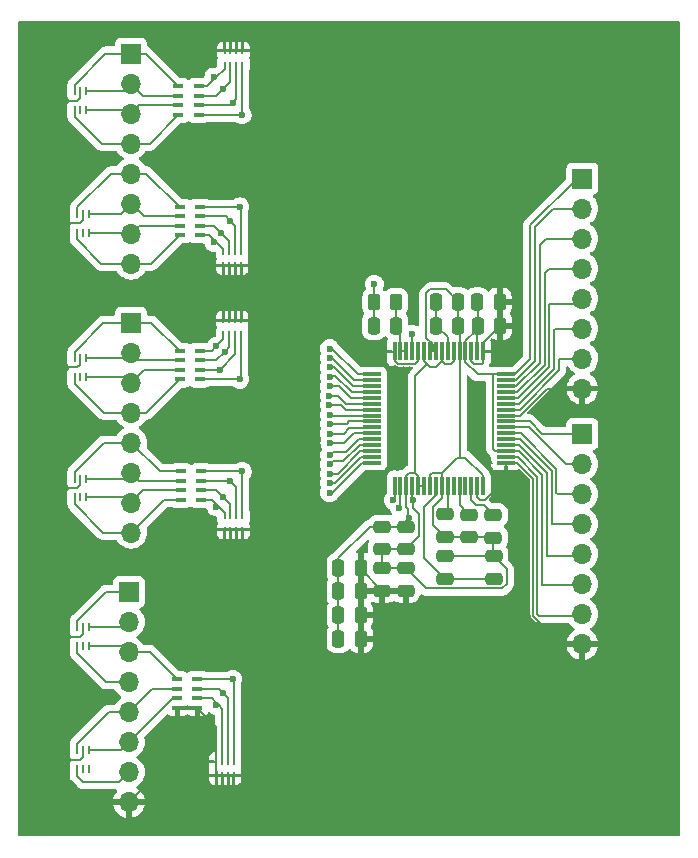
<source format=gbr>
%TF.GenerationSoftware,KiCad,Pcbnew,8.0.4*%
%TF.CreationDate,2024-11-14T19:13:44-05:00*%
%TF.ProjectId,ADS1299_Breakout_Board,41445331-3239-4395-9f42-7265616b6f75,rev?*%
%TF.SameCoordinates,Original*%
%TF.FileFunction,Copper,L1,Top*%
%TF.FilePolarity,Positive*%
%FSLAX46Y46*%
G04 Gerber Fmt 4.6, Leading zero omitted, Abs format (unit mm)*
G04 Created by KiCad (PCBNEW 8.0.4) date 2024-11-14 19:13:44*
%MOMM*%
%LPD*%
G01*
G04 APERTURE LIST*
G04 Aperture macros list*
%AMRoundRect*
0 Rectangle with rounded corners*
0 $1 Rounding radius*
0 $2 $3 $4 $5 $6 $7 $8 $9 X,Y pos of 4 corners*
0 Add a 4 corners polygon primitive as box body*
4,1,4,$2,$3,$4,$5,$6,$7,$8,$9,$2,$3,0*
0 Add four circle primitives for the rounded corners*
1,1,$1+$1,$2,$3*
1,1,$1+$1,$4,$5*
1,1,$1+$1,$6,$7*
1,1,$1+$1,$8,$9*
0 Add four rect primitives between the rounded corners*
20,1,$1+$1,$2,$3,$4,$5,0*
20,1,$1+$1,$4,$5,$6,$7,0*
20,1,$1+$1,$6,$7,$8,$9,0*
20,1,$1+$1,$8,$9,$2,$3,0*%
G04 Aperture macros list end*
%TA.AperFunction,SMDPad,CuDef*%
%ADD10RoundRect,0.250000X-0.250000X-0.475000X0.250000X-0.475000X0.250000X0.475000X-0.250000X0.475000X0*%
%TD*%
%TA.AperFunction,SMDPad,CuDef*%
%ADD11RoundRect,0.250000X-0.475000X0.250000X-0.475000X-0.250000X0.475000X-0.250000X0.475000X0.250000X0*%
%TD*%
%TA.AperFunction,SMDPad,CuDef*%
%ADD12R,0.250000X0.600000*%
%TD*%
%TA.AperFunction,SMDPad,CuDef*%
%ADD13R,0.900000X0.400000*%
%TD*%
%TA.AperFunction,SMDPad,CuDef*%
%ADD14R,0.199200X0.704800*%
%TD*%
%TA.AperFunction,SMDPad,CuDef*%
%ADD15RoundRect,0.250000X0.250000X0.475000X-0.250000X0.475000X-0.250000X-0.475000X0.250000X-0.475000X0*%
%TD*%
%TA.AperFunction,SMDPad,CuDef*%
%ADD16RoundRect,0.035000X-0.745000X-0.105000X0.745000X-0.105000X0.745000X0.105000X-0.745000X0.105000X0*%
%TD*%
%TA.AperFunction,SMDPad,CuDef*%
%ADD17RoundRect,0.035000X-0.105000X-0.745000X0.105000X-0.745000X0.105000X0.745000X-0.105000X0.745000X0*%
%TD*%
%TA.AperFunction,ComponentPad*%
%ADD18R,1.700000X1.700000*%
%TD*%
%TA.AperFunction,ComponentPad*%
%ADD19O,1.700000X1.700000*%
%TD*%
%TA.AperFunction,SMDPad,CuDef*%
%ADD20RoundRect,0.250000X0.262500X0.450000X-0.262500X0.450000X-0.262500X-0.450000X0.262500X-0.450000X0*%
%TD*%
%TA.AperFunction,SMDPad,CuDef*%
%ADD21RoundRect,0.250000X0.475000X-0.250000X0.475000X0.250000X-0.475000X0.250000X-0.475000X-0.250000X0*%
%TD*%
%TA.AperFunction,ViaPad*%
%ADD22C,0.600000*%
%TD*%
%TA.AperFunction,Conductor*%
%ADD23C,0.200000*%
%TD*%
G04 APERTURE END LIST*
D10*
%TO.P,C10,1*%
%TO.N,/BIAS_DRV*%
X159550000Y-71250000D03*
%TO.P,C10,2*%
%TO.N,/BIASIN*%
X161450000Y-71250000D03*
%TD*%
D11*
%TO.P,C9,1*%
%TO.N,/AVSS*%
X160250000Y-91800000D03*
%TO.P,C9,2*%
%TO.N,AGND*%
X160250000Y-93700000D03*
%TD*%
D10*
%TO.P,C22,1*%
%TO.N,/AVDD*%
X156550000Y-95750000D03*
%TO.P,C22,2*%
%TO.N,AGND*%
X158450000Y-95750000D03*
%TD*%
D12*
%TO.P,C12,1*%
%TO.N,AGND*%
X146200000Y-109325000D03*
%TO.P,C12,2*%
X146700000Y-109325000D03*
%TO.P,C12,3*%
X147200000Y-109325000D03*
%TO.P,C12,4*%
X147700000Y-109325000D03*
%TO.P,C12,5*%
%TO.N,/BIAS_DRV*%
X147700000Y-108175000D03*
%TO.P,C12,6*%
%TO.N,/_SRB1*%
X147200000Y-108175000D03*
%TO.P,C12,7*%
%TO.N,/_SRB2*%
X146700000Y-108175000D03*
%TO.P,C12,8*%
%TO.N,AGND*%
X146200000Y-108175000D03*
%TD*%
D13*
%TO.P,RN3,1,R1.1*%
%TO.N,/IN7N*%
X144700000Y-53400000D03*
%TO.P,RN3,2,R2.1*%
%TO.N,/IN7P*%
X144700000Y-52600000D03*
%TO.P,RN3,3,R3.1*%
%TO.N,/IN8N*%
X144700000Y-51800000D03*
%TO.P,RN3,4,R4.1*%
%TO.N,/IN8P*%
X144700000Y-51000000D03*
%TO.P,RN3,5,R4.2*%
%TO.N,/8P*%
X143000000Y-51000000D03*
%TO.P,RN3,6,R3.2*%
%TO.N,/8N*%
X143000000Y-51800000D03*
%TO.P,RN3,7,R2.2*%
%TO.N,/7P*%
X143000000Y-52600000D03*
%TO.P,RN3,8,R1.2*%
%TO.N,/7N*%
X143000000Y-53400000D03*
%TD*%
D11*
%TO.P,C3,1*%
%TO.N,/VCAP4*%
X165538500Y-87227000D03*
%TO.P,C3,2*%
%TO.N,/AVSS*%
X165538500Y-89127000D03*
%TD*%
D14*
%TO.P,U5,1,IO1*%
%TO.N,/6N*%
X135399999Y-61795199D03*
%TO.P,U5,2,GND*%
%TO.N,AGND*%
X134900000Y-61795199D03*
%TO.P,U5,3,IO2*%
%TO.N,/6P*%
X134400001Y-61795199D03*
%TO.P,U5,4,IO3*%
%TO.N,/5N*%
X134400001Y-63400001D03*
%TO.P,U5,5,NC*%
%TO.N,unconnected-(U5-NC-Pad5)*%
X134900000Y-63400001D03*
%TO.P,U5,6,IO4*%
%TO.N,/5P*%
X135399999Y-63400001D03*
%TD*%
D13*
%TO.P,RN4,1,R1.1*%
%TO.N,/IN5N*%
X144800000Y-63600000D03*
%TO.P,RN4,2,R2.1*%
%TO.N,/IN5P*%
X144800000Y-62800000D03*
%TO.P,RN4,3,R3.1*%
%TO.N,/IN6N*%
X144800000Y-62000000D03*
%TO.P,RN4,4,R4.1*%
%TO.N,/IN6P*%
X144800000Y-61200000D03*
%TO.P,RN4,5,R4.2*%
%TO.N,/6P*%
X143100000Y-61200000D03*
%TO.P,RN4,6,R3.2*%
%TO.N,/6N*%
X143100000Y-62000000D03*
%TO.P,RN4,7,R2.2*%
%TO.N,/5P*%
X143100000Y-62800000D03*
%TO.P,RN4,8,R1.2*%
%TO.N,/5N*%
X143100000Y-63600000D03*
%TD*%
D11*
%TO.P,C17,1*%
%TO.N,/AVDD*%
X160250000Y-88300000D03*
%TO.P,C17,2*%
%TO.N,/AVSS*%
X160250000Y-90200000D03*
%TD*%
D13*
%TO.P,RN2,1,R1.1*%
%TO.N,AGND*%
X144600000Y-103600000D03*
%TO.P,RN2,2,R2.1*%
%TO.N,/_SRB2*%
X144600000Y-102800000D03*
%TO.P,RN2,3,R3.1*%
%TO.N,/_SRB1*%
X144600000Y-102000000D03*
%TO.P,RN2,4,R4.1*%
%TO.N,/BIAS_DRV*%
X144600000Y-101200000D03*
%TO.P,RN2,5,R4.2*%
%TO.N,/BIAS*%
X142900000Y-101200000D03*
%TO.P,RN2,6,R3.2*%
%TO.N,/SRB1*%
X142900000Y-102000000D03*
%TO.P,RN2,7,R2.2*%
%TO.N,/SRB2*%
X142900000Y-102800000D03*
%TO.P,RN2,8,R1.2*%
%TO.N,AGND*%
X142900000Y-103600000D03*
%TD*%
D10*
%TO.P,C15,1*%
%TO.N,/DVDD*%
X168350000Y-71250000D03*
%TO.P,C15,2*%
%TO.N,AGND*%
X170250000Y-71250000D03*
%TD*%
D12*
%TO.P,C14,1*%
%TO.N,AGND*%
X146800000Y-66150000D03*
%TO.P,C14,2*%
X147300000Y-66150000D03*
%TO.P,C14,3*%
X147800000Y-66150000D03*
%TO.P,C14,4*%
X148300000Y-66150000D03*
%TO.P,C14,5*%
%TO.N,/IN6P*%
X148300000Y-65000000D03*
%TO.P,C14,6*%
%TO.N,/IN6N*%
X147800000Y-65000000D03*
%TO.P,C14,7*%
%TO.N,/IN5P*%
X147300000Y-65000000D03*
%TO.P,C14,8*%
%TO.N,/IN5N*%
X146800000Y-65000000D03*
%TD*%
D14*
%TO.P,U4,1,IO1*%
%TO.N,/8N*%
X135199999Y-51395199D03*
%TO.P,U4,2,GND*%
%TO.N,AGND*%
X134700000Y-51395199D03*
%TO.P,U4,3,IO2*%
%TO.N,/8P*%
X134200001Y-51395199D03*
%TO.P,U4,4,IO3*%
%TO.N,/7N*%
X134200001Y-53000001D03*
%TO.P,U4,5,NC*%
%TO.N,unconnected-(U4-NC-Pad5)*%
X134700000Y-53000001D03*
%TO.P,U4,6,IO4*%
%TO.N,/7P*%
X135199999Y-53000001D03*
%TD*%
D10*
%TO.P,C7,1*%
%TO.N,/VCAP3*%
X164800000Y-71250000D03*
%TO.P,C7,2*%
%TO.N,/AVSS*%
X166700000Y-71250000D03*
%TD*%
D15*
%TO.P,C6,1*%
%TO.N,/AVSS*%
X166697800Y-69250000D03*
%TO.P,C6,2*%
%TO.N,/VCAP3*%
X164797800Y-69250000D03*
%TD*%
D11*
%TO.P,C18,1*%
%TO.N,/AVDD*%
X162250000Y-88300000D03*
%TO.P,C18,2*%
%TO.N,/AVSS*%
X162250000Y-90200000D03*
%TD*%
D16*
%TO.P,U2,1,IN8N*%
%TO.N,/IN8N*%
X159370000Y-75370000D03*
%TO.P,U2,2,IN8P*%
%TO.N,/IN8P*%
X159370000Y-75870000D03*
%TO.P,U2,3,IN7N*%
%TO.N,/IN7N*%
X159370000Y-76370000D03*
%TO.P,U2,4,IN7P*%
%TO.N,/IN7P*%
X159370000Y-76870000D03*
%TO.P,U2,5,IN6N*%
%TO.N,/IN6N*%
X159370000Y-77370000D03*
%TO.P,U2,6,IN6P*%
%TO.N,/IN6P*%
X159370000Y-77870000D03*
%TO.P,U2,7,IN5N*%
%TO.N,/IN5N*%
X159370000Y-78370000D03*
%TO.P,U2,8,IN5P*%
%TO.N,/IN5P*%
X159370000Y-78870000D03*
%TO.P,U2,9,IN4N*%
%TO.N,/IN4N*%
X159370000Y-79370000D03*
%TO.P,U2,10,IN4P*%
%TO.N,/IN4P*%
X159370000Y-79870000D03*
%TO.P,U2,11,IN3N*%
%TO.N,/IN3N*%
X159370000Y-80370000D03*
%TO.P,U2,12,IN3P*%
%TO.N,/IN3P*%
X159370000Y-80870000D03*
%TO.P,U2,13,IN2N*%
%TO.N,/IN2N*%
X159370000Y-81370000D03*
%TO.P,U2,14,IN2P*%
%TO.N,/IN2P*%
X159370000Y-81870000D03*
%TO.P,U2,15,IN1N*%
%TO.N,/IN1N*%
X159370000Y-82370000D03*
%TO.P,U2,16,IN1P*%
%TO.N,/IN1P*%
X159370000Y-82870000D03*
D17*
%TO.P,U2,17,SRB1*%
%TO.N,/_SRB1*%
X161300000Y-84800000D03*
%TO.P,U2,18,SRB2*%
%TO.N,/_SRB2*%
X161800000Y-84800000D03*
%TO.P,U2,19,AVDD@1*%
%TO.N,/AVDD*%
X162300000Y-84800000D03*
%TO.P,U2,20,AVSS@1*%
%TO.N,/AVSS*%
X162800000Y-84800000D03*
%TO.P,U2,21,AVDD@1*%
%TO.N,/AVDD*%
X163300000Y-84800000D03*
%TO.P,U2,22,AVDD@1*%
X163800000Y-84800000D03*
%TO.P,U2,23,AVSS@1*%
%TO.N,/AVSS*%
X164300000Y-84800000D03*
%TO.P,U2,24,VREFP*%
%TO.N,/VREFP*%
X164800000Y-84800000D03*
%TO.P,U2,25,VREFN*%
%TO.N,/AVSS*%
X165300000Y-84800000D03*
%TO.P,U2,26,VCAP4*%
%TO.N,/VCAP4*%
X165800000Y-84800000D03*
%TO.P,U2,27*%
%TO.N,N/C*%
X166300000Y-84800000D03*
%TO.P,U2,28,VCAP1*%
%TO.N,/VCAP1*%
X166800000Y-84800000D03*
%TO.P,U2,29*%
%TO.N,N/C*%
X167300000Y-84800000D03*
%TO.P,U2,30,VCAP2*%
%TO.N,/VCAP2*%
X167800000Y-84800000D03*
%TO.P,U2,31,RESV1*%
%TO.N,AGND*%
X168300000Y-84800000D03*
%TO.P,U2,32,AVSS@1*%
%TO.N,/AVSS*%
X168800000Y-84800000D03*
D16*
%TO.P,U2,33,DGND*%
%TO.N,AGND*%
X170730000Y-82870000D03*
%TO.P,U2,34,DIN*%
%TO.N,/MOSI*%
X170730000Y-82370000D03*
%TO.P,U2,35,~{PWDN}*%
%TO.N,/DVDD*%
X170730000Y-81870000D03*
%TO.P,U2,36,~{RESET}*%
%TO.N,/RESET*%
X170730000Y-81370000D03*
%TO.P,U2,37,CLK*%
%TO.N,/CLK*%
X170730000Y-80870000D03*
%TO.P,U2,38,START*%
%TO.N,/START*%
X170730000Y-80370000D03*
%TO.P,U2,39,~{CS}*%
%TO.N,/CS1*%
X170730000Y-79870000D03*
%TO.P,U2,40,SCLK*%
%TO.N,/SCLK*%
X170730000Y-79370000D03*
%TO.P,U2,41,DAISY_IN*%
%TO.N,AGND*%
X170730000Y-78870000D03*
%TO.P,U2,42,GPIO1*%
%TO.N,/GPIO1*%
X170730000Y-78370000D03*
%TO.P,U2,43,DOUT*%
%TO.N,/MISO*%
X170730000Y-77870000D03*
%TO.P,U2,44,GPIO2*%
%TO.N,/GPIO2*%
X170730000Y-77370000D03*
%TO.P,U2,45,GPIO3*%
%TO.N,/GPIO3*%
X170730000Y-76870000D03*
%TO.P,U2,46,GPIO4*%
%TO.N,/GPIO4*%
X170730000Y-76370000D03*
%TO.P,U2,47,~{DRDY}*%
%TO.N,/DRDY*%
X170730000Y-75870000D03*
%TO.P,U2,48,DVDD*%
%TO.N,/DVDD*%
X170730000Y-75370000D03*
D17*
%TO.P,U2,49,DGND*%
%TO.N,AGND*%
X168800000Y-73440000D03*
%TO.P,U2,50,DVDD*%
%TO.N,/DVDD*%
X168300000Y-73440000D03*
%TO.P,U2,51,DGND*%
%TO.N,AGND*%
X167800000Y-73440000D03*
%TO.P,U2,52,CLKSEL*%
%TO.N,/DVDD*%
X167300000Y-73440000D03*
%TO.P,U2,53,AVSS1*%
%TO.N,/AVSS*%
X166800000Y-73440000D03*
%TO.P,U2,54,AVDD1*%
%TO.N,/AVDD*%
X166300000Y-73440000D03*
%TO.P,U2,55,VCAP3*%
%TO.N,/VCAP3*%
X165800000Y-73440000D03*
%TO.P,U2,56,AVDD@1*%
%TO.N,/AVDD*%
X165300000Y-73440000D03*
%TO.P,U2,57,AVSS@1*%
%TO.N,/AVSS*%
X164800000Y-73440000D03*
%TO.P,U2,58,AVSS@2*%
X164300000Y-73440000D03*
%TO.P,U2,59,AVDD@2*%
%TO.N,/AVDD*%
X163800000Y-73440000D03*
%TO.P,U2,60,BIASREF*%
%TO.N,AGND*%
X163300000Y-73440000D03*
%TO.P,U2,61,BIASINV*%
%TO.N,/BIASINV*%
X162800000Y-73440000D03*
%TO.P,U2,62,BIASIN*%
%TO.N,/BIASIN*%
X162300000Y-73440000D03*
%TO.P,U2,63,BIASOUT*%
X161800000Y-73440000D03*
%TO.P,U2,64,RESERVED*%
%TO.N,AGND*%
X161300000Y-73440000D03*
%TD*%
D10*
%TO.P,C20,1*%
%TO.N,/AVDD*%
X156550000Y-93750000D03*
%TO.P,C20,2*%
%TO.N,AGND*%
X158450000Y-93750000D03*
%TD*%
D18*
%TO.P,J2,1,Pin_1*%
%TO.N,/4P*%
X139000000Y-71000000D03*
D19*
%TO.P,J2,2,Pin_2*%
%TO.N,/4N*%
X139000000Y-73540000D03*
%TO.P,J2,3,Pin_3*%
%TO.N,/3P*%
X139000000Y-76080000D03*
%TO.P,J2,4,Pin_4*%
%TO.N,/3N*%
X139000000Y-78620000D03*
%TO.P,J2,5,Pin_5*%
%TO.N,/2P*%
X139000000Y-81160000D03*
%TO.P,J2,6,Pin_6*%
%TO.N,/2N*%
X139000000Y-83700000D03*
%TO.P,J2,7,Pin_7*%
%TO.N,/1P*%
X139000000Y-86240000D03*
%TO.P,J2,8,Pin_8*%
%TO.N,/1N*%
X139000000Y-88780000D03*
%TD*%
D13*
%TO.P,RN5,1,R1.1*%
%TO.N,/IN3N*%
X144800000Y-75800000D03*
%TO.P,RN5,2,R2.1*%
%TO.N,/IN3P*%
X144800000Y-75000000D03*
%TO.P,RN5,3,R3.1*%
%TO.N,/IN4N*%
X144800000Y-74200000D03*
%TO.P,RN5,4,R4.1*%
%TO.N,/IN4P*%
X144800000Y-73400000D03*
%TO.P,RN5,5,R4.2*%
%TO.N,/4P*%
X143100000Y-73400000D03*
%TO.P,RN5,6,R3.2*%
%TO.N,/4N*%
X143100000Y-74200000D03*
%TO.P,RN5,7,R2.2*%
%TO.N,/3P*%
X143100000Y-75000000D03*
%TO.P,RN5,8,R1.2*%
%TO.N,/3N*%
X143100000Y-75800000D03*
%TD*%
D12*
%TO.P,C13,1*%
%TO.N,AGND*%
X148400000Y-48000000D03*
%TO.P,C13,2*%
X147900000Y-48000000D03*
%TO.P,C13,3*%
X147400000Y-48000000D03*
%TO.P,C13,4*%
X146900000Y-48000000D03*
%TO.P,C13,5*%
%TO.N,/IN8P*%
X146900000Y-49150000D03*
%TO.P,C13,6*%
%TO.N,/IN8N*%
X147400000Y-49150000D03*
%TO.P,C13,7*%
%TO.N,/IN7P*%
X147900000Y-49150000D03*
%TO.P,C13,8*%
%TO.N,/IN7N*%
X148400000Y-49150000D03*
%TD*%
D20*
%TO.P,R1,1*%
%TO.N,/BIASIN*%
X161412500Y-69250000D03*
%TO.P,R1,2*%
%TO.N,/BIAS_DRV*%
X159587500Y-69250000D03*
%TD*%
D14*
%TO.P,U1,1,IO1*%
%TO.N,/2N*%
X135199999Y-84199999D03*
%TO.P,U1,2,GND*%
%TO.N,AGND*%
X134700000Y-84199999D03*
%TO.P,U1,3,IO2*%
%TO.N,/2P*%
X134200001Y-84199999D03*
%TO.P,U1,4,IO3*%
%TO.N,/1N*%
X134200001Y-85804801D03*
%TO.P,U1,5,NC*%
%TO.N,unconnected-(U1-NC-Pad5)*%
X134700000Y-85804801D03*
%TO.P,U1,6,IO4*%
%TO.N,/1P*%
X135199999Y-85804801D03*
%TD*%
D18*
%TO.P,J1,1,Pin_1*%
%TO.N,/8P*%
X139000000Y-48220000D03*
D19*
%TO.P,J1,2,Pin_2*%
%TO.N,/8N*%
X139000000Y-50760000D03*
%TO.P,J1,3,Pin_3*%
%TO.N,/7P*%
X139000000Y-53300000D03*
%TO.P,J1,4,Pin_4*%
%TO.N,/7N*%
X139000000Y-55840000D03*
%TO.P,J1,5,Pin_5*%
%TO.N,/6P*%
X139000000Y-58380000D03*
%TO.P,J1,6,Pin_6*%
%TO.N,/6N*%
X139000000Y-60920000D03*
%TO.P,J1,7,Pin_7*%
%TO.N,/5P*%
X139000000Y-63460000D03*
%TO.P,J1,8,Pin_8*%
%TO.N,/5N*%
X139000000Y-66000000D03*
%TD*%
D13*
%TO.P,RN1,1,R1.1*%
%TO.N,/IN1N*%
X144900000Y-86000000D03*
%TO.P,RN1,2,R2.1*%
%TO.N,/IN1P*%
X144900000Y-85200000D03*
%TO.P,RN1,3,R3.1*%
%TO.N,/IN2N*%
X144900000Y-84400000D03*
%TO.P,RN1,4,R4.1*%
%TO.N,/IN2P*%
X144900000Y-83600000D03*
%TO.P,RN1,5,R4.2*%
%TO.N,/2P*%
X143200000Y-83600000D03*
%TO.P,RN1,6,R3.2*%
%TO.N,/2N*%
X143200000Y-84400000D03*
%TO.P,RN1,7,R2.2*%
%TO.N,/1P*%
X143200000Y-85200000D03*
%TO.P,RN1,8,R1.2*%
%TO.N,/1N*%
X143200000Y-86000000D03*
%TD*%
D11*
%TO.P,C5,1*%
%TO.N,/VCAP2*%
X169649400Y-87300000D03*
%TO.P,C5,2*%
%TO.N,/AVSS*%
X169649400Y-89200000D03*
%TD*%
D14*
%TO.P,U3,1,IO1*%
%TO.N,/SRB2*%
X135399999Y-107199999D03*
%TO.P,U3,2,GND*%
%TO.N,AGND*%
X134900000Y-107199999D03*
%TO.P,U3,3,IO2*%
%TO.N,/SRB1*%
X134400001Y-107199999D03*
%TO.P,U3,4,IO3*%
%TO.N,/AVDD*%
X134400001Y-108804801D03*
%TO.P,U3,5,NC*%
%TO.N,unconnected-(U3-NC-Pad5)*%
X134900000Y-108804801D03*
%TO.P,U3,6,IO4*%
%TO.N,unconnected-(U3-IO4-Pad6)*%
X135399999Y-108804801D03*
%TD*%
D10*
%TO.P,C16,1*%
%TO.N,/DVDD*%
X168300000Y-69250000D03*
%TO.P,C16,2*%
%TO.N,AGND*%
X170200000Y-69250000D03*
%TD*%
%TO.P,C21,1*%
%TO.N,/AVDD*%
X156550000Y-91750000D03*
%TO.P,C21,2*%
%TO.N,AGND*%
X158450000Y-91750000D03*
%TD*%
D11*
%TO.P,C8,1*%
%TO.N,/AVSS*%
X162250000Y-91800000D03*
%TO.P,C8,2*%
%TO.N,AGND*%
X162250000Y-93700000D03*
%TD*%
D21*
%TO.P,C1,1*%
%TO.N,/VREFP*%
X169717800Y-92700000D03*
%TO.P,C1,2*%
%TO.N,/AVSS*%
X169717800Y-90800000D03*
%TD*%
D14*
%TO.P,U6,1,IO1*%
%TO.N,/BIASINV*%
X135399999Y-96799999D03*
%TO.P,U6,2,GND*%
%TO.N,AGND*%
X134900000Y-96799999D03*
%TO.P,U6,3,IO2*%
%TO.N,/AVDD*%
X134400001Y-96799999D03*
%TO.P,U6,4,IO3*%
%TO.N,/AVSS*%
X134400001Y-98404801D03*
%TO.P,U6,5,NC*%
%TO.N,unconnected-(U6-NC-Pad5)*%
X134900000Y-98404801D03*
%TO.P,U6,6,IO4*%
%TO.N,/BIAS*%
X135399999Y-98404801D03*
%TD*%
D21*
%TO.P,C2,1*%
%TO.N,/VREFP*%
X165600000Y-92700000D03*
%TO.P,C2,2*%
%TO.N,/AVSS*%
X165600000Y-90800000D03*
%TD*%
D12*
%TO.P,C11,1*%
%TO.N,AGND*%
X146900000Y-88550000D03*
%TO.P,C11,2*%
X147400000Y-88550000D03*
%TO.P,C11,3*%
X147900000Y-88550000D03*
%TO.P,C11,4*%
X148400000Y-88550000D03*
%TO.P,C11,5*%
%TO.N,/IN2P*%
X148400000Y-87400000D03*
%TO.P,C11,6*%
%TO.N,/IN2N*%
X147900000Y-87400000D03*
%TO.P,C11,7*%
%TO.N,/IN1P*%
X147400000Y-87400000D03*
%TO.P,C11,8*%
%TO.N,/IN1N*%
X146900000Y-87400000D03*
%TD*%
%TO.P,C23,1*%
%TO.N,AGND*%
X148300000Y-70800000D03*
%TO.P,C23,2*%
X147800000Y-70800000D03*
%TO.P,C23,3*%
X147300000Y-70800000D03*
%TO.P,C23,4*%
X146800000Y-70800000D03*
%TO.P,C23,5*%
%TO.N,/IN4P*%
X146800000Y-71950000D03*
%TO.P,C23,6*%
%TO.N,/IN4N*%
X147300000Y-71950000D03*
%TO.P,C23,7*%
%TO.N,/IN3P*%
X147800000Y-71950000D03*
%TO.P,C23,8*%
%TO.N,/IN3N*%
X148300000Y-71950000D03*
%TD*%
D18*
%TO.P,J5,1,Pin_1*%
%TO.N,/DVDD*%
X177200000Y-58800000D03*
D19*
%TO.P,J5,2,Pin_2*%
%TO.N,/DRDY*%
X177200000Y-61340000D03*
%TO.P,J5,3,Pin_3*%
%TO.N,/GPIO4*%
X177200000Y-63880000D03*
%TO.P,J5,4,Pin_4*%
%TO.N,/GPIO3*%
X177200000Y-66420000D03*
%TO.P,J5,5,Pin_5*%
%TO.N,/GPIO2*%
X177200000Y-68960000D03*
%TO.P,J5,6,Pin_6*%
%TO.N,/MISO*%
X177200000Y-71500000D03*
%TO.P,J5,7,Pin_7*%
%TO.N,/GPIO1*%
X177200000Y-74040000D03*
%TO.P,J5,8,Pin_8*%
%TO.N,AGND*%
X177200000Y-76580000D03*
%TD*%
D14*
%TO.P,U7,1,IO1*%
%TO.N,/4N*%
X135199999Y-73999999D03*
%TO.P,U7,2,GND*%
%TO.N,AGND*%
X134700000Y-73999999D03*
%TO.P,U7,3,IO2*%
%TO.N,/4P*%
X134200001Y-73999999D03*
%TO.P,U7,4,IO3*%
%TO.N,/3N*%
X134200001Y-75604801D03*
%TO.P,U7,5,NC*%
%TO.N,unconnected-(U7-NC-Pad5)*%
X134700000Y-75604801D03*
%TO.P,U7,6,IO4*%
%TO.N,/3P*%
X135199999Y-75604801D03*
%TD*%
D10*
%TO.P,C19,1*%
%TO.N,/AVDD*%
X156550000Y-97750000D03*
%TO.P,C19,2*%
%TO.N,AGND*%
X158450000Y-97750000D03*
%TD*%
D11*
%TO.P,C4,1*%
%TO.N,/VCAP1*%
X167600000Y-87257100D03*
%TO.P,C4,2*%
%TO.N,/AVSS*%
X167600000Y-89157100D03*
%TD*%
D18*
%TO.P,J3,1,Pin_1*%
%TO.N,/AVDD*%
X138800000Y-93800000D03*
D19*
%TO.P,J3,2,Pin_2*%
%TO.N,/BIASINV*%
X138800000Y-96340000D03*
%TO.P,J3,3,Pin_3*%
%TO.N,/BIAS*%
X138800000Y-98880000D03*
%TO.P,J3,4,Pin_4*%
%TO.N,/AVSS*%
X138800000Y-101420000D03*
%TO.P,J3,5,Pin_5*%
%TO.N,/SRB1*%
X138800000Y-103960000D03*
%TO.P,J3,6,Pin_6*%
%TO.N,/SRB2*%
X138800000Y-106500000D03*
%TO.P,J3,7,Pin_7*%
%TO.N,/AVDD*%
X138800000Y-109040000D03*
%TO.P,J3,8,Pin_8*%
%TO.N,AGND*%
X138800000Y-111580000D03*
%TD*%
D18*
%TO.P,J4,1,Pin_1*%
%TO.N,/SCLK*%
X177200000Y-80440000D03*
D19*
%TO.P,J4,2,Pin_2*%
%TO.N,/CS1*%
X177200000Y-82980000D03*
%TO.P,J4,3,Pin_3*%
%TO.N,/START*%
X177200000Y-85520000D03*
%TO.P,J4,4,Pin_4*%
%TO.N,/CLK*%
X177200000Y-88060000D03*
%TO.P,J4,5,Pin_5*%
%TO.N,/RESET*%
X177200000Y-90600000D03*
%TO.P,J4,6,Pin_6*%
%TO.N,/DVDD*%
X177200000Y-93140000D03*
%TO.P,J4,7,Pin_7*%
%TO.N,/MOSI*%
X177200000Y-95680000D03*
%TO.P,J4,8,Pin_8*%
%TO.N,AGND*%
X177200000Y-98220000D03*
%TD*%
D22*
%TO.N,/AVSS*%
X162900000Y-86000000D03*
%TO.N,/BIAS_DRV*%
X147600000Y-101200000D03*
X159588000Y-67750000D03*
%TO.N,/AVDD*%
X162525000Y-87546200D03*
%TO.N,/IN3N*%
X148200000Y-75800000D03*
X155821000Y-81200000D03*
%TO.N,/IN2N*%
X155801000Y-83000000D03*
X147400000Y-84400000D03*
%TO.N,/IN2P*%
X148400000Y-83600000D03*
X155800000Y-83800000D03*
%TO.N,/IN3P*%
X155800000Y-82200000D03*
X146500000Y-75000000D03*
%TO.N,/IN1P*%
X155800000Y-85400000D03*
X146800000Y-85800000D03*
%TO.N,/IN1N*%
X155800000Y-84600000D03*
X146200000Y-86600000D03*
%TO.N,/_SRB1*%
X146800000Y-102400000D03*
X161200000Y-86050000D03*
%TO.N,/_SRB2*%
X161700000Y-86674200D03*
X146200000Y-103400000D03*
%TO.N,/IN8P*%
X146000000Y-50200000D03*
X155800000Y-74000000D03*
%TO.N,/IN8N*%
X155800000Y-73200000D03*
X146800000Y-51200000D03*
%TO.N,/IN6N*%
X155800000Y-76400000D03*
X147400000Y-62400000D03*
%TO.N,/IN6P*%
X155776000Y-77200000D03*
X148200000Y-61200000D03*
%TO.N,/IN7N*%
X148400000Y-53400000D03*
X155800000Y-74800000D03*
%TO.N,/IN7P*%
X147600000Y-52400000D03*
X155800000Y-75600000D03*
%TO.N,/BIASINV*%
X162800000Y-72000000D03*
%TO.N,/IN4N*%
X146900000Y-73500000D03*
X155800000Y-79600000D03*
%TO.N,/IN5P*%
X146600000Y-63400000D03*
X155800000Y-78800000D03*
%TO.N,/IN4P*%
X146200000Y-73000000D03*
X155800000Y-80400000D03*
%TO.N,/IN5N*%
X146000000Y-64200000D03*
X155764000Y-78000000D03*
%TD*%
D23*
%TO.N,/VREFP*%
X164800000Y-85624700D02*
X163800000Y-86624700D01*
X169717800Y-92700000D02*
X169718000Y-92700000D01*
X163800000Y-86624700D02*
X163800000Y-90900000D01*
X163800000Y-90900000D02*
X165600000Y-92700000D01*
X164800000Y-84800000D02*
X164800000Y-85624700D01*
X165600000Y-92700000D02*
X169717800Y-92700000D01*
%TO.N,/AVSS*%
X165300000Y-84800000D02*
X165300000Y-85824700D01*
X166574400Y-82443700D02*
X166800000Y-82443700D01*
X169649400Y-89200000D02*
X169649000Y-89200000D01*
X164550000Y-72845700D02*
X163990400Y-72286100D01*
X166800000Y-82443700D02*
X166800000Y-73440000D01*
X166699000Y-69251100D02*
X166698000Y-69250000D01*
X163400000Y-87185800D02*
X163400000Y-89050000D01*
X166800000Y-71350000D02*
X166700000Y-71250000D01*
X167303900Y-82443700D02*
X168800000Y-83939800D01*
X164550000Y-73440000D02*
X164550000Y-72845700D01*
X162900000Y-86000000D02*
X162800000Y-85900000D01*
X164509900Y-83718100D02*
X164300000Y-83928000D01*
X163990400Y-68523600D02*
X164336100Y-68177900D01*
X165538000Y-89127000D02*
X165538500Y-89127000D01*
X170417800Y-93510700D02*
X163960700Y-93510700D01*
X166698900Y-69251100D02*
X166697800Y-69250000D01*
X165300000Y-83718100D02*
X164509900Y-83718100D01*
X170780800Y-93147700D02*
X170417800Y-93510700D01*
X169649000Y-90731600D02*
X169683500Y-90765800D01*
X162800000Y-85900000D02*
X162800000Y-84800000D01*
X163400000Y-89050000D02*
X162250000Y-90200000D01*
X170780800Y-91863100D02*
X170780800Y-93147700D01*
X163960700Y-93510700D02*
X162250000Y-91800000D01*
X165625700Y-68177900D02*
X166697800Y-69250000D01*
X134400000Y-98404800D02*
X134400000Y-98957200D01*
X136863000Y-101420000D02*
X138800000Y-101420000D01*
X168800000Y-83939800D02*
X168800000Y-84800000D01*
X169717800Y-90800000D02*
X165600000Y-90800000D01*
X160250000Y-90200000D02*
X160250000Y-91800000D01*
X169649000Y-89200000D02*
X169649000Y-90731600D01*
X165300000Y-83718100D02*
X166574400Y-82443700D01*
X167570000Y-89127000D02*
X167600000Y-89157100D01*
X166700000Y-69252200D02*
X166699000Y-69251100D01*
X167600000Y-89157100D02*
X169606000Y-89157100D01*
X165538500Y-89127000D02*
X167570000Y-89127000D01*
X162900000Y-86000000D02*
X162900000Y-86685800D01*
X166700000Y-71250000D02*
X166700000Y-69252200D01*
X164300000Y-73440000D02*
X164550000Y-73440000D01*
X164336100Y-68177900D02*
X165625700Y-68177900D01*
X164513000Y-88102000D02*
X165538000Y-89127000D01*
X164300000Y-83928000D02*
X164300000Y-84800000D01*
X134400000Y-98957200D02*
X136863000Y-101420000D01*
X162250000Y-90200000D02*
X160250000Y-90200000D01*
X169683500Y-90765800D02*
X169718000Y-90800000D01*
X166800000Y-82443700D02*
X167303900Y-82443700D01*
X165300000Y-84800000D02*
X165300000Y-83718100D01*
X160250000Y-91800000D02*
X162250000Y-91800000D01*
X169683500Y-90765800D02*
X170780800Y-91863100D01*
X166699000Y-69251100D02*
X166698900Y-69251100D01*
X162900000Y-86685800D02*
X163400000Y-87185800D01*
X165300000Y-85824700D02*
X164513000Y-86611300D01*
X166800000Y-73440000D02*
X166800000Y-71350000D01*
X164513000Y-86611300D02*
X164513000Y-88102000D01*
X169718000Y-90800000D02*
X169717800Y-90800000D01*
X169606000Y-89157100D02*
X169649000Y-89200000D01*
X163990400Y-72286100D02*
X163990400Y-68523600D01*
X164550000Y-73440000D02*
X164800000Y-73440000D01*
%TO.N,/VCAP4*%
X165800000Y-86965500D02*
X165538300Y-87226800D01*
X165538500Y-87227000D02*
X165538300Y-87226800D01*
X165800000Y-84800000D02*
X165800000Y-86965500D01*
X165538300Y-87226800D02*
X165538000Y-87227000D01*
%TO.N,/VCAP1*%
X166800000Y-84800000D02*
X166800000Y-86457100D01*
X166800000Y-86457100D02*
X167600000Y-87257100D01*
%TO.N,/VCAP2*%
X169649000Y-87224700D02*
X169649400Y-87225100D01*
X168881400Y-86457100D02*
X169649000Y-87224700D01*
X169649000Y-87224700D02*
X169649000Y-87300000D01*
X169649400Y-87225100D02*
X169649400Y-87300000D01*
X167800000Y-86050000D02*
X168207100Y-86457100D01*
X167800000Y-84800000D02*
X167800000Y-86050000D01*
X168207100Y-86457100D02*
X168881400Y-86457100D01*
%TO.N,/VCAP3*%
X164800000Y-70450000D02*
X164798000Y-70447800D01*
X165800000Y-73440000D02*
X165800000Y-72250000D01*
X164798000Y-70447800D02*
X164798000Y-69848900D01*
X164797800Y-69848700D02*
X164797800Y-69250000D01*
X164798000Y-69848900D02*
X164798000Y-69250000D01*
X164800000Y-71250000D02*
X164800000Y-70450000D01*
X165800000Y-72250000D02*
X164800000Y-71250000D01*
X164798000Y-69848900D02*
X164797800Y-69848700D01*
%TO.N,AGND*%
X134700000Y-51395200D02*
X134700000Y-51947600D01*
X170730000Y-82870000D02*
X171670000Y-82870000D01*
X170730000Y-84194732D02*
X170730000Y-82870000D01*
X134648000Y-62600000D02*
X132000000Y-62600000D01*
X168300000Y-84800000D02*
X168300000Y-85800000D01*
X147300000Y-70800000D02*
X147300000Y-68900000D01*
X167800000Y-74264732D02*
X168055268Y-74520000D01*
X158450000Y-91750000D02*
X158450000Y-91900000D01*
X134900000Y-107200000D02*
X134900000Y-107752000D01*
X134900000Y-96800000D02*
X134900000Y-97352400D01*
X175420000Y-98220000D02*
X177200000Y-98220000D01*
X147300000Y-66150000D02*
X147300000Y-67900000D01*
X170250000Y-71250000D02*
X168800000Y-72700000D01*
X147800000Y-70800000D02*
X147800000Y-68800000D01*
X134700000Y-51947600D02*
X134448000Y-52200000D01*
X161300000Y-73440000D02*
X161300000Y-74264732D01*
X168924732Y-86000000D02*
X170730000Y-84194732D01*
X134700000Y-74552400D02*
X134452000Y-74800000D01*
X170250000Y-69300000D02*
X170200000Y-69250000D01*
X174219000Y-76600000D02*
X177180000Y-76600000D01*
X168730000Y-74520000D02*
X168800000Y-74450000D01*
X134700000Y-84752400D02*
X134452000Y-85000000D01*
X158450000Y-91900000D02*
X158450000Y-91750000D01*
X148400000Y-88550000D02*
X148400000Y-90800000D01*
X134652000Y-97600000D02*
X131800000Y-97600000D01*
X134452000Y-74800000D02*
X131800000Y-74800000D01*
X168500000Y-86000000D02*
X168924732Y-86000000D01*
X147400000Y-48000000D02*
X147400000Y-46200000D01*
X142900000Y-103600000D02*
X142900000Y-107480000D01*
X162250000Y-93700000D02*
X160250000Y-93700000D01*
X146200000Y-108175000D02*
X146200000Y-109325000D01*
X146800000Y-68800000D02*
X146800000Y-70800000D01*
X173000000Y-84200000D02*
X173000000Y-95800000D01*
X160250000Y-93700000D02*
X158450000Y-91900000D01*
X158450000Y-91900000D02*
X158450000Y-93750000D01*
X146900000Y-48000000D02*
X146900000Y-46300000D01*
X147900000Y-88550000D02*
X147900000Y-90700000D01*
X163300000Y-74264732D02*
X163300000Y-73440000D01*
X168800000Y-72700000D02*
X168800000Y-73440000D01*
X142900000Y-107480000D02*
X138800000Y-111580000D01*
X158450000Y-93750000D02*
X158450000Y-95750000D01*
X161555268Y-74520000D02*
X163044732Y-74520000D01*
X147800000Y-66150000D02*
X147800000Y-68000000D01*
X134900000Y-107752000D02*
X134652000Y-108000000D01*
X168300000Y-85800000D02*
X168500000Y-86000000D01*
X146200000Y-108175000D02*
X146200000Y-105200000D01*
X148400000Y-48000000D02*
X148400000Y-46200000D01*
X163044732Y-74520000D02*
X163300000Y-74264732D01*
X173000000Y-95800000D02*
X175420000Y-98220000D01*
X170730000Y-78870000D02*
X171949000Y-78870000D01*
X134448000Y-52200000D02*
X132000000Y-52200000D01*
X134700000Y-84200000D02*
X134700000Y-84752400D01*
X148300000Y-70800000D02*
X148300000Y-68900000D01*
X134652000Y-108000000D02*
X131800000Y-108000000D01*
X177180000Y-76600000D02*
X177200000Y-76580000D01*
X170250000Y-71250000D02*
X170250000Y-69300000D01*
X134900000Y-61795200D02*
X134900000Y-62347600D01*
X134900000Y-62347600D02*
X134648000Y-62600000D01*
X147400000Y-90800000D02*
X147400000Y-88550000D01*
X168055268Y-74520000D02*
X168730000Y-74520000D01*
X158450000Y-95750000D02*
X158450000Y-97750000D01*
X168800000Y-74450000D02*
X168800000Y-73440000D01*
X161300000Y-74264732D02*
X161555268Y-74520000D01*
X134700000Y-74000000D02*
X134700000Y-74552400D01*
X167800000Y-73440000D02*
X167800000Y-74264732D01*
X148300000Y-66150000D02*
X148300000Y-67900000D01*
X134452000Y-85000000D02*
X132000000Y-85000000D01*
X171670000Y-82870000D02*
X173000000Y-84200000D01*
X146900000Y-88550000D02*
X146900000Y-90700000D01*
X147900000Y-48000000D02*
X147900000Y-46300000D01*
X146800000Y-66150000D02*
X146800000Y-68000000D01*
X146200000Y-105200000D02*
X144600000Y-103600000D01*
X134900000Y-97352400D02*
X134652000Y-97600000D01*
X171949000Y-78870000D02*
X174219000Y-76600000D01*
%TO.N,/BIAS_DRV*%
X147700000Y-101200000D02*
X147600000Y-101200000D01*
X159588000Y-67750000D02*
X159588000Y-69481200D01*
X159588000Y-71212500D02*
X159550000Y-71250000D01*
X159588000Y-69481200D02*
X159588000Y-71212500D01*
X147700000Y-108175000D02*
X147700000Y-101200000D01*
X159587500Y-69480700D02*
X159587500Y-69250000D01*
X159550000Y-71250000D02*
X160000000Y-70800000D01*
X147600000Y-101200000D02*
X144600000Y-101200000D01*
X159588000Y-69481200D02*
X159587500Y-69480700D01*
%TO.N,/DVDD*%
X168350000Y-69300000D02*
X168300000Y-69250000D01*
X171801000Y-81870000D02*
X173800000Y-83868600D01*
X170730000Y-75370000D02*
X169645200Y-75370000D01*
X168300000Y-71300000D02*
X168350000Y-71250000D01*
X169837400Y-81870000D02*
X169645200Y-81677800D01*
X170730000Y-81870000D02*
X169837400Y-81870000D01*
X168350000Y-71250000D02*
X168350000Y-69300000D01*
X167300000Y-74330418D02*
X168339582Y-75370000D01*
X176720000Y-58800000D02*
X177200000Y-58800000D01*
X173800000Y-83868600D02*
X173800000Y-93200000D01*
X168300000Y-71599500D02*
X167300000Y-72599500D01*
X167300000Y-73440000D02*
X167300000Y-74330418D01*
X168339582Y-75370000D02*
X170730000Y-75370000D01*
X168300000Y-71599500D02*
X168300000Y-71300000D01*
X167300000Y-72599500D02*
X167300000Y-73440000D01*
X170730000Y-75370000D02*
X171489000Y-75370000D01*
X169645200Y-81677800D02*
X169645200Y-75370000D01*
X172800000Y-74059000D02*
X172800000Y-62720000D01*
X173800000Y-93200000D02*
X177140000Y-93200000D01*
X172800000Y-62720000D02*
X176720000Y-58800000D01*
X170730000Y-81870000D02*
X171801000Y-81870000D01*
X177140000Y-93200000D02*
X177200000Y-93140000D01*
X171489000Y-75370000D02*
X172800000Y-74059000D01*
X168300000Y-73440000D02*
X168300000Y-71599500D01*
%TO.N,/AVDD*%
X165555000Y-74520000D02*
X166045000Y-74520000D01*
X163057800Y-75526900D02*
X164059900Y-74524800D01*
X162525000Y-87546200D02*
X162250000Y-87821600D01*
X160250000Y-88300000D02*
X159200000Y-88300000D01*
X156550000Y-90950000D02*
X156550000Y-91750000D01*
X134400000Y-108805000D02*
X134400000Y-108804800D01*
X164285000Y-74750000D02*
X164815000Y-74750000D01*
X134400000Y-96800000D02*
X134400000Y-96247600D01*
X136848000Y-93800000D02*
X138800000Y-93800000D01*
X162525000Y-87546200D02*
X162525000Y-87374000D01*
X165300000Y-73440000D02*
X165300000Y-74264700D01*
X166300000Y-74264700D02*
X166300000Y-73440000D01*
X163800000Y-74264700D02*
X164059900Y-74524800D01*
X137950000Y-109890000D02*
X138800000Y-109040000D01*
X166045000Y-74520000D02*
X166300000Y-74264700D01*
X165300000Y-74264700D02*
X165555000Y-74520000D01*
X163057800Y-83705600D02*
X162560400Y-83705600D01*
X162300000Y-86651500D02*
X162300000Y-84800000D01*
X162400000Y-86751500D02*
X162300000Y-86651500D01*
X156550000Y-93750000D02*
X156550000Y-95750000D01*
X134933000Y-109890000D02*
X137950000Y-109890000D01*
X163800000Y-84800000D02*
X163300000Y-84800000D01*
X163057800Y-83705600D02*
X163057800Y-75526900D01*
X164059900Y-74524800D02*
X164285000Y-74750000D01*
X134400000Y-109357000D02*
X134933000Y-109890000D01*
X159200000Y-88300000D02*
X156550000Y-90950000D01*
X134400000Y-108805000D02*
X134400000Y-109357000D01*
X156550000Y-95750000D02*
X156550000Y-97750000D01*
X163800000Y-73440000D02*
X163800000Y-74264700D01*
X162250000Y-87821600D02*
X162250000Y-88300000D01*
X162250000Y-88300000D02*
X160250000Y-88300000D01*
X164815000Y-74750000D02*
X165300000Y-74264700D01*
X162400000Y-87248500D02*
X162400000Y-86751500D01*
X163300000Y-83947800D02*
X163057800Y-83705600D01*
X156550000Y-91750000D02*
X156550000Y-93750000D01*
X162525000Y-87374000D02*
X162400000Y-87248500D01*
X163300000Y-84800000D02*
X163300000Y-83947800D01*
X162560400Y-83705600D02*
X162300000Y-83966000D01*
X134400000Y-96247600D02*
X136848000Y-93800000D01*
X162300000Y-83966000D02*
X162300000Y-84800000D01*
%TO.N,/IN3N*%
X148200000Y-75800000D02*
X148300000Y-75800000D01*
X155821000Y-81200000D02*
X157000000Y-81200000D01*
X157000000Y-81200000D02*
X157830000Y-80370000D01*
X148300000Y-75800000D02*
X148300000Y-71950000D01*
X144800000Y-75800000D02*
X148200000Y-75800000D01*
X157830000Y-80370000D02*
X159370000Y-80370000D01*
%TO.N,/3P*%
X140080000Y-75000000D02*
X143100000Y-75000000D01*
X135200000Y-75604800D02*
X138525000Y-75604800D01*
X139000000Y-76080000D02*
X140080000Y-75000000D01*
X138525000Y-75604800D02*
X139000000Y-76080000D01*
%TO.N,/2P*%
X134200000Y-83647600D02*
X136688000Y-81160000D01*
X141440000Y-83600000D02*
X143200000Y-83600000D01*
X134200000Y-84200000D02*
X134200000Y-83647600D01*
X136688000Y-81160000D02*
X139000000Y-81160000D01*
X139000000Y-81160000D02*
X141440000Y-83600000D01*
%TO.N,/IN2N*%
X158333000Y-81370000D02*
X159370000Y-81370000D01*
X155801000Y-83000000D02*
X156047000Y-82754300D01*
X147400000Y-84400000D02*
X144900000Y-84400000D01*
X156949000Y-82754300D02*
X158333000Y-81370000D01*
X147900000Y-84900000D02*
X147900000Y-87400000D01*
X147400000Y-84400000D02*
X147900000Y-84900000D01*
X156047000Y-82754300D02*
X156949000Y-82754300D01*
%TO.N,/3N*%
X139000000Y-78620000D02*
X140280000Y-78620000D01*
X134200000Y-76157200D02*
X136663000Y-78620000D01*
X134200000Y-75604800D02*
X134200000Y-76157200D01*
X136663000Y-78620000D02*
X139000000Y-78620000D01*
X140280000Y-78620000D02*
X143100000Y-75800000D01*
%TO.N,/IN2P*%
X148400000Y-83600000D02*
X148400000Y-87400000D01*
X144900000Y-83600000D02*
X148400000Y-83600000D01*
X156469000Y-83800000D02*
X158399000Y-81870000D01*
X155800000Y-83800000D02*
X156469000Y-83800000D01*
X158399000Y-81870000D02*
X159370000Y-81870000D01*
%TO.N,/IN3P*%
X146500000Y-75000000D02*
X147800000Y-73700000D01*
X158267000Y-80870000D02*
X159370000Y-80870000D01*
X157207000Y-81930100D02*
X158267000Y-80870000D01*
X155800000Y-82200000D02*
X156070000Y-81930100D01*
X146500000Y-75000000D02*
X144800000Y-75000000D01*
X156070000Y-81930100D02*
X157207000Y-81930100D01*
X147800000Y-73700000D02*
X147800000Y-71950000D01*
%TO.N,/2N*%
X135200000Y-84200000D02*
X138500000Y-84200000D01*
X138500000Y-84200000D02*
X139000000Y-83700000D01*
X139000000Y-83700000D02*
X139700000Y-84400000D01*
X139700000Y-84400000D02*
X143200000Y-84400000D01*
%TO.N,/IN1P*%
X158530000Y-82870000D02*
X159370000Y-82870000D01*
X146800000Y-85800000D02*
X147400000Y-86400000D01*
X155800000Y-85400000D02*
X156000000Y-85400000D01*
X144900000Y-85200000D02*
X146200000Y-85200000D01*
X147400000Y-86400000D02*
X147400000Y-87400000D01*
X156000000Y-85400000D02*
X158530000Y-82870000D01*
X146200000Y-85200000D02*
X146800000Y-85800000D01*
%TO.N,/IN1N*%
X146400000Y-86600000D02*
X146900000Y-87100000D01*
X155800000Y-84600000D02*
X156234000Y-84600000D01*
X144900000Y-86000000D02*
X145800000Y-86000000D01*
X158464000Y-82370000D02*
X159370000Y-82370000D01*
X156234000Y-84600000D02*
X158464000Y-82370000D01*
X146200000Y-86600000D02*
X146400000Y-86600000D01*
X146900000Y-87100000D02*
X146900000Y-87400000D01*
X145800000Y-86000000D02*
X146200000Y-86400000D01*
X146200000Y-86400000D02*
X146200000Y-86600000D01*
%TO.N,/_SRB1*%
X146400000Y-102000000D02*
X144600000Y-102000000D01*
X161200000Y-86050000D02*
X161300000Y-85950000D01*
X147200000Y-102800000D02*
X146800000Y-102400000D01*
X147200000Y-108175000D02*
X147200000Y-102800000D01*
X161300000Y-85950000D02*
X161300000Y-84800000D01*
X146800000Y-102400000D02*
X146400000Y-102000000D01*
%TO.N,/SRB1*%
X134400000Y-106648000D02*
X137088000Y-103960000D01*
X140760000Y-102000000D02*
X142900000Y-102000000D01*
X134400000Y-107200000D02*
X134400000Y-106648000D01*
X137088000Y-103960000D02*
X138800000Y-103960000D01*
X138800000Y-103960000D02*
X140760000Y-102000000D01*
%TO.N,/1P*%
X135200000Y-85804800D02*
X138565000Y-85804800D01*
X138565000Y-85804800D02*
X139000000Y-86240000D01*
X140040000Y-85200000D02*
X143200000Y-85200000D01*
X139000000Y-86240000D02*
X140040000Y-85200000D01*
%TO.N,/_SRB2*%
X146200000Y-103400000D02*
X146200000Y-103200000D01*
X145800000Y-102800000D02*
X144600000Y-102800000D01*
X146700000Y-108175000D02*
X146700000Y-103700000D01*
X146700000Y-103700000D02*
X146400000Y-103400000D01*
X161800000Y-86574600D02*
X161800000Y-84800000D01*
X161700000Y-86674200D02*
X161800000Y-86574600D01*
X146200000Y-103200000D02*
X145800000Y-102800000D01*
X146400000Y-103400000D02*
X146200000Y-103400000D01*
%TO.N,/SRB2*%
X138800000Y-106500000D02*
X142500000Y-102800000D01*
X135400000Y-107200000D02*
X138100000Y-107200000D01*
X138100000Y-107200000D02*
X138800000Y-106500000D01*
X142500000Y-102800000D02*
X142900000Y-102800000D01*
%TO.N,/1N*%
X136623000Y-88780000D02*
X139000000Y-88780000D01*
X139000000Y-88780000D02*
X141780000Y-86000000D01*
X134200000Y-86357200D02*
X136623000Y-88780000D01*
X134200000Y-85804800D02*
X134200000Y-86357200D01*
X141780000Y-86000000D02*
X143200000Y-86000000D01*
%TO.N,/8N*%
X139000000Y-50760000D02*
X140040000Y-51800000D01*
X140040000Y-51800000D02*
X143000000Y-51800000D01*
X135200000Y-51395200D02*
X138365000Y-51395200D01*
X138365000Y-51395200D02*
X139000000Y-50760000D01*
%TO.N,/8P*%
X140220000Y-48220000D02*
X143000000Y-51000000D01*
X134200000Y-51395200D02*
X134200000Y-50842800D01*
X134200000Y-50842800D02*
X136823000Y-48220000D01*
X136823000Y-48220000D02*
X139000000Y-48220000D01*
X139000000Y-48220000D02*
X140220000Y-48220000D01*
%TO.N,/IN8P*%
X157870000Y-75870000D02*
X159370000Y-75870000D01*
X145400000Y-51000000D02*
X146000000Y-50400000D01*
X146200000Y-50200000D02*
X146900000Y-49500000D01*
X144700000Y-51000000D02*
X145400000Y-51000000D01*
X156000000Y-74000000D02*
X157870000Y-75870000D01*
X155800000Y-74000000D02*
X156000000Y-74000000D01*
X146000000Y-50200000D02*
X146200000Y-50200000D01*
X146900000Y-49500000D02*
X146900000Y-49150000D01*
X146000000Y-50400000D02*
X146000000Y-50200000D01*
%TO.N,/BIAS*%
X138800000Y-98880000D02*
X140580000Y-98880000D01*
X140580000Y-98880000D02*
X142900000Y-101200000D01*
X135400000Y-98404800D02*
X138325000Y-98404800D01*
X138325000Y-98404800D02*
X138800000Y-98880000D01*
%TO.N,/IN8N*%
X155800000Y-73200000D02*
X156000000Y-73200000D01*
X158170000Y-75370000D02*
X159370000Y-75370000D01*
X147400000Y-50600000D02*
X147400000Y-49150000D01*
X144700000Y-51800000D02*
X146200000Y-51800000D01*
X146200000Y-51800000D02*
X146800000Y-51200000D01*
X156000000Y-73200000D02*
X158170000Y-75370000D01*
X146800000Y-51200000D02*
X147400000Y-50600000D01*
%TO.N,/6P*%
X134400000Y-61795200D02*
X134400000Y-61243200D01*
X140280000Y-58380000D02*
X143100000Y-61200000D01*
X137263000Y-58380000D02*
X139000000Y-58380000D01*
X139000000Y-58380000D02*
X140280000Y-58380000D01*
X134400000Y-61243200D02*
X137263000Y-58380000D01*
%TO.N,/7N*%
X136488000Y-55840000D02*
X139000000Y-55840000D01*
X134200000Y-53552400D02*
X136488000Y-55840000D01*
X140560000Y-55840000D02*
X143000000Y-53400000D01*
X134200000Y-53000000D02*
X134200000Y-53552400D01*
X139000000Y-55840000D02*
X140560000Y-55840000D01*
%TO.N,/IN6N*%
X156600000Y-76400000D02*
X157600000Y-77400000D01*
X147400000Y-62400000D02*
X147800000Y-62800000D01*
X155800000Y-76400000D02*
X156600000Y-76400000D01*
X144800000Y-62000000D02*
X147000000Y-62000000D01*
X147000000Y-62000000D02*
X147400000Y-62400000D01*
X147800000Y-62800000D02*
X147800000Y-65000000D01*
X157600000Y-77400000D02*
X159400000Y-77400000D01*
X159400000Y-77400000D02*
X159370000Y-77370000D01*
%TO.N,/IN6P*%
X144800000Y-61200000D02*
X148200000Y-61200000D01*
X148300000Y-61200000D02*
X148300000Y-65000000D01*
X157221000Y-77870000D02*
X159370000Y-77870000D01*
X148200000Y-61200000D02*
X148300000Y-61200000D01*
X156551000Y-77200000D02*
X157221000Y-77870000D01*
X155776000Y-77200000D02*
X156551000Y-77200000D01*
%TO.N,/IN7N*%
X148400000Y-53400000D02*
X148400000Y-49150000D01*
X156200000Y-74800000D02*
X157770000Y-76370000D01*
X144700000Y-53400000D02*
X148400000Y-53400000D01*
X155800000Y-74800000D02*
X156200000Y-74800000D01*
X157770000Y-76370000D02*
X159370000Y-76370000D01*
%TO.N,/6N*%
X139000000Y-60920000D02*
X140080000Y-62000000D01*
X140080000Y-62000000D02*
X143100000Y-62000000D01*
X135400000Y-61795200D02*
X138125000Y-61795200D01*
X138125000Y-61795200D02*
X139000000Y-60920000D01*
%TO.N,/7P*%
X138700000Y-53000000D02*
X139000000Y-53300000D01*
X135200000Y-53000000D02*
X138700000Y-53000000D01*
X139000000Y-53300000D02*
X139700000Y-52600000D01*
X139700000Y-52600000D02*
X143000000Y-52600000D01*
%TO.N,/IN7P*%
X147600000Y-52400000D02*
X147400000Y-52600000D01*
X155800000Y-75600000D02*
X155903000Y-75497100D01*
X157670000Y-76870000D02*
X159370000Y-76870000D01*
X155903000Y-75497100D02*
X156297000Y-75497100D01*
X147600000Y-52400000D02*
X147900000Y-52100000D01*
X156297000Y-75497100D02*
X157670000Y-76870000D01*
X147900000Y-52100000D02*
X147900000Y-49150000D01*
X147400000Y-52600000D02*
X144700000Y-52600000D01*
%TO.N,/5N*%
X134400000Y-63400000D02*
X134400000Y-63952400D01*
X140700000Y-66000000D02*
X143100000Y-63600000D01*
X134400000Y-63952400D02*
X136448000Y-66000000D01*
X136448000Y-66000000D02*
X139000000Y-66000000D01*
X139000000Y-66000000D02*
X140700000Y-66000000D01*
%TO.N,/SCLK*%
X172736000Y-79370000D02*
X173766000Y-80400000D01*
X173766000Y-80400000D02*
X177160000Y-80400000D01*
X170730000Y-79370000D02*
X172736000Y-79370000D01*
X177160000Y-80400000D02*
X177200000Y-80440000D01*
%TO.N,/BIASINV*%
X138340000Y-96800000D02*
X138800000Y-96340000D01*
X162800000Y-73440000D02*
X162800000Y-72000000D01*
X135400000Y-96800000D02*
X138340000Y-96800000D01*
%TO.N,/MOSI*%
X173566000Y-95800000D02*
X177080000Y-95800000D01*
X173400000Y-84034300D02*
X173400000Y-95634300D01*
X171736000Y-82370000D02*
X173400000Y-84034300D01*
X177080000Y-95800000D02*
X177200000Y-95680000D01*
X173400000Y-95634300D02*
X173566000Y-95800000D01*
X170730000Y-82370000D02*
X171736000Y-82370000D01*
%TO.N,/GPIO2*%
X176760000Y-69400000D02*
X177200000Y-68960000D01*
X174400000Y-69400000D02*
X176760000Y-69400000D01*
X174400000Y-74721800D02*
X174400000Y-69400000D01*
X170730000Y-77370000D02*
X171752000Y-77370000D01*
X171752000Y-77370000D02*
X174400000Y-74721800D01*
%TO.N,/GPIO3*%
X170730000Y-76870000D02*
X171686000Y-76870000D01*
X174000000Y-66800000D02*
X174380000Y-66420000D01*
X171686000Y-76870000D02*
X174000000Y-74556100D01*
X174380000Y-66420000D02*
X177200000Y-66420000D01*
X174000000Y-74556100D02*
X174000000Y-66800000D01*
%TO.N,/IN4N*%
X146900000Y-73500000D02*
X146200000Y-74200000D01*
X147300000Y-73100000D02*
X147300000Y-71950000D01*
X146900000Y-73500000D02*
X147300000Y-73100000D01*
X146200000Y-74200000D02*
X144800000Y-74200000D01*
X157464000Y-79370000D02*
X159370000Y-79370000D01*
X157234000Y-79600000D02*
X157464000Y-79370000D01*
X155800000Y-79600000D02*
X157234000Y-79600000D01*
%TO.N,/IN5P*%
X146000000Y-62800000D02*
X144800000Y-62800000D01*
X147300000Y-64100000D02*
X147300000Y-65000000D01*
X155870000Y-78870000D02*
X159370000Y-78870000D01*
X155800000Y-78800000D02*
X155870000Y-78870000D01*
X146600000Y-63400000D02*
X147300000Y-64100000D01*
X146600000Y-63400000D02*
X146000000Y-62800000D01*
%TO.N,/START*%
X170730000Y-80370000D02*
X171998000Y-80370000D01*
X175120000Y-85520000D02*
X177200000Y-85520000D01*
X171998000Y-80370000D02*
X175000000Y-83371600D01*
X175000000Y-83371600D02*
X175000000Y-85400000D01*
X175000000Y-85400000D02*
X175120000Y-85520000D01*
%TO.N,/MISO*%
X171817000Y-77870000D02*
X174800000Y-74887500D01*
X170730000Y-77870000D02*
X171817000Y-77870000D01*
X174800000Y-74887500D02*
X174800000Y-71600000D01*
X174900000Y-71500000D02*
X177200000Y-71500000D01*
X174800000Y-71600000D02*
X174900000Y-71500000D01*
%TO.N,/CLK*%
X174600000Y-83537300D02*
X174600000Y-88060000D01*
X174600000Y-88060000D02*
X177200000Y-88060000D01*
X171933000Y-80870000D02*
X174600000Y-83537300D01*
X170730000Y-80870000D02*
X171933000Y-80870000D01*
%TO.N,/DRDY*%
X174746000Y-61340000D02*
X177200000Y-61340000D01*
X171555000Y-75870000D02*
X173200000Y-74224700D01*
X173200000Y-74224700D02*
X173200000Y-62885700D01*
X170730000Y-75870000D02*
X171555000Y-75870000D01*
X173200000Y-62885700D02*
X174746000Y-61340000D01*
%TO.N,/CS1*%
X172670000Y-79870000D02*
X175780000Y-82980000D01*
X170730000Y-79870000D02*
X172670000Y-79870000D01*
X175780000Y-82980000D02*
X177200000Y-82980000D01*
%TO.N,/BIASIN*%
X161800000Y-71600000D02*
X161450000Y-71250000D01*
X161412000Y-70231200D02*
X161412000Y-69250000D01*
X162300000Y-73440000D02*
X161800000Y-73440000D01*
X161800000Y-73440000D02*
X161800000Y-71600000D01*
X161450000Y-71250000D02*
X161412000Y-71212500D01*
X161412000Y-70231200D02*
X161412500Y-70230700D01*
X161412500Y-70230700D02*
X161412500Y-69250000D01*
X161412000Y-71212500D02*
X161412000Y-70231200D01*
%TO.N,/GPIO1*%
X175200000Y-74040000D02*
X177200000Y-74040000D01*
X171883000Y-78370000D02*
X175200000Y-75053200D01*
X170730000Y-78370000D02*
X171883000Y-78370000D01*
X175200000Y-75053200D02*
X175200000Y-74040000D01*
%TO.N,/GPIO4*%
X171620000Y-76370000D02*
X173600000Y-74390400D01*
X173600000Y-74390400D02*
X173600000Y-64400000D01*
X170730000Y-76370000D02*
X171620000Y-76370000D01*
X174120000Y-63880000D02*
X177200000Y-63880000D01*
X173600000Y-64400000D02*
X174120000Y-63880000D01*
%TO.N,/RESET*%
X177000000Y-90800000D02*
X177200000Y-90600000D01*
X171867000Y-81370000D02*
X174200000Y-83702900D01*
X174200000Y-83702900D02*
X174200000Y-90800000D01*
X170730000Y-81370000D02*
X171867000Y-81370000D01*
X174200000Y-90800000D02*
X177000000Y-90800000D01*
%TO.N,/IN4P*%
X146200000Y-73000000D02*
X146800000Y-72400000D01*
X157000000Y-80400000D02*
X157470000Y-79930000D01*
X157470000Y-79930000D02*
X159310000Y-79930000D01*
X144800000Y-73400000D02*
X145800000Y-73400000D01*
X155800000Y-80400000D02*
X157000000Y-80400000D01*
X159310000Y-79930000D02*
X159370000Y-79870000D01*
X146800000Y-72400000D02*
X146800000Y-71950000D01*
X145800000Y-73400000D02*
X146200000Y-73000000D01*
%TO.N,/IN5N*%
X144800000Y-63600000D02*
X145600000Y-63600000D01*
X146800000Y-64800000D02*
X146800000Y-65000000D01*
X157156000Y-78370000D02*
X159370000Y-78370000D01*
X146200000Y-64200000D02*
X146800000Y-64800000D01*
X155764000Y-78000000D02*
X156786000Y-78000000D01*
X146000000Y-64200000D02*
X146200000Y-64200000D01*
X146000000Y-64000000D02*
X146000000Y-64200000D01*
X145600000Y-63600000D02*
X146000000Y-64000000D01*
X156786000Y-78000000D02*
X157156000Y-78370000D01*
%TO.N,/4P*%
X136648000Y-71000000D02*
X139000000Y-71000000D01*
X134200000Y-73447600D02*
X136648000Y-71000000D01*
X140700000Y-71000000D02*
X143100000Y-73400000D01*
X134200000Y-74000000D02*
X134200000Y-73447600D01*
X139000000Y-71000000D02*
X140700000Y-71000000D01*
%TO.N,/5P*%
X135400000Y-63400000D02*
X138940000Y-63400000D01*
X138940000Y-63400000D02*
X139000000Y-63460000D01*
X139660000Y-62800000D02*
X143100000Y-62800000D01*
X139000000Y-63460000D02*
X139660000Y-62800000D01*
%TO.N,/4N*%
X138540000Y-74000000D02*
X139000000Y-73540000D01*
X139660000Y-74200000D02*
X143100000Y-74200000D01*
X135200000Y-74000000D02*
X138540000Y-74000000D01*
X139000000Y-73540000D02*
X139660000Y-74200000D01*
%TD*%
%TA.AperFunction,Conductor*%
%TO.N,AGND*%
G36*
X185442539Y-45520185D02*
G01*
X185488294Y-45572989D01*
X185499500Y-45624500D01*
X185499500Y-114375500D01*
X185479815Y-114442539D01*
X185427011Y-114488294D01*
X185375500Y-114499500D01*
X129524000Y-114499500D01*
X129456961Y-114479815D01*
X129411206Y-114427011D01*
X129400000Y-114375500D01*
X129400000Y-96334704D01*
X133799492Y-96334704D01*
X133799500Y-96334825D01*
X133799500Y-96884100D01*
X133799901Y-96890225D01*
X133799901Y-97200268D01*
X133799902Y-97200275D01*
X133806309Y-97259882D01*
X133856603Y-97394727D01*
X133856607Y-97394734D01*
X133942853Y-97509943D01*
X133947629Y-97514719D01*
X133981114Y-97576042D01*
X133976130Y-97645734D01*
X133947629Y-97690081D01*
X133942855Y-97694855D01*
X133856607Y-97810065D01*
X133856603Y-97810072D01*
X133806309Y-97944918D01*
X133799902Y-98004517D01*
X133799901Y-98004536D01*
X133799901Y-98314577D01*
X133799500Y-98320707D01*
X133799500Y-98870050D01*
X133799496Y-98870112D01*
X133799500Y-98959057D01*
X133799500Y-99036271D01*
X133819591Y-99111242D01*
X133819591Y-99111243D01*
X133820708Y-99115410D01*
X133840423Y-99188984D01*
X133840424Y-99188987D01*
X133840432Y-99189005D01*
X133840433Y-99189007D01*
X133871631Y-99243039D01*
X133919480Y-99325916D01*
X133919481Y-99325917D01*
X133919484Y-99325922D01*
X133919494Y-99325932D01*
X133919496Y-99325935D01*
X133954006Y-99360442D01*
X133954010Y-99360446D01*
X134037098Y-99443534D01*
X134037145Y-99443574D01*
X136168574Y-101574831D01*
X136432409Y-101838645D01*
X136494304Y-101900540D01*
X136494370Y-101900590D01*
X136495451Y-101901197D01*
X136560393Y-101938687D01*
X136631216Y-101979577D01*
X136631219Y-101979577D01*
X136631228Y-101979583D01*
X136631236Y-101979585D01*
X136631238Y-101979586D01*
X136716901Y-102002536D01*
X136716903Y-102002537D01*
X136716904Y-102002537D01*
X136783943Y-102020500D01*
X136783944Y-102020500D01*
X136783948Y-102020501D01*
X136783960Y-102020502D01*
X136783967Y-102020504D01*
X136889374Y-102020500D01*
X136889378Y-102020500D01*
X137510909Y-102020500D01*
X137577948Y-102040185D01*
X137623292Y-102092097D01*
X137625965Y-102097830D01*
X137625966Y-102097831D01*
X137761501Y-102291395D01*
X137761506Y-102291402D01*
X137928597Y-102458493D01*
X137928603Y-102458498D01*
X138114158Y-102588425D01*
X138157783Y-102643002D01*
X138164977Y-102712500D01*
X138133454Y-102774855D01*
X138114158Y-102791575D01*
X137928597Y-102921505D01*
X137761506Y-103088596D01*
X137625965Y-103282170D01*
X137625962Y-103282175D01*
X137623289Y-103287909D01*
X137577115Y-103340346D01*
X137510909Y-103359500D01*
X137167057Y-103359500D01*
X137008943Y-103359500D01*
X136856215Y-103400423D01*
X136856214Y-103400423D01*
X136856212Y-103400424D01*
X136856209Y-103400425D01*
X136806096Y-103429359D01*
X136806095Y-103429360D01*
X136762689Y-103454420D01*
X136719285Y-103479479D01*
X136719282Y-103479481D01*
X133919481Y-106279282D01*
X133919477Y-106279287D01*
X133880327Y-106347099D01*
X133840424Y-106416211D01*
X133840423Y-106416212D01*
X133815868Y-106507851D01*
X133799499Y-106568943D01*
X133799499Y-106568945D01*
X133799499Y-106737046D01*
X133799500Y-106737059D01*
X133799500Y-107284100D01*
X133799901Y-107290225D01*
X133799901Y-107600268D01*
X133799902Y-107600275D01*
X133806309Y-107659882D01*
X133856603Y-107794727D01*
X133856607Y-107794734D01*
X133942853Y-107909943D01*
X133947629Y-107914719D01*
X133981114Y-107976042D01*
X133976130Y-108045734D01*
X133947629Y-108090081D01*
X133942853Y-108094856D01*
X133856607Y-108210065D01*
X133856603Y-108210072D01*
X133806309Y-108344918D01*
X133799902Y-108404517D01*
X133799902Y-108404524D01*
X133799901Y-108404536D01*
X133799901Y-108714577D01*
X133799500Y-108720707D01*
X133799500Y-109270330D01*
X133799499Y-109270348D01*
X133799499Y-109436054D01*
X133799498Y-109436054D01*
X133840423Y-109588787D01*
X133847473Y-109600997D01*
X133847475Y-109600999D01*
X133919477Y-109725712D01*
X133919481Y-109725717D01*
X134038349Y-109844585D01*
X134038355Y-109844590D01*
X134448139Y-110254374D01*
X134448149Y-110254385D01*
X134452479Y-110258715D01*
X134452480Y-110258716D01*
X134564284Y-110370520D01*
X134635922Y-110411879D01*
X134651095Y-110420639D01*
X134651097Y-110420641D01*
X134689151Y-110442611D01*
X134701215Y-110449577D01*
X134853943Y-110490501D01*
X134853946Y-110490501D01*
X135019653Y-110490501D01*
X135019669Y-110490500D01*
X137680950Y-110490500D01*
X137747989Y-110510185D01*
X137793744Y-110562989D01*
X137803688Y-110632147D01*
X137774663Y-110695703D01*
X137768631Y-110702181D01*
X137761891Y-110708920D01*
X137761886Y-110708926D01*
X137626400Y-110902420D01*
X137626399Y-110902422D01*
X137526570Y-111116507D01*
X137526567Y-111116513D01*
X137469364Y-111329999D01*
X137469364Y-111330000D01*
X138366988Y-111330000D01*
X138334075Y-111387007D01*
X138300000Y-111514174D01*
X138300000Y-111645826D01*
X138334075Y-111772993D01*
X138366988Y-111830000D01*
X137469364Y-111830000D01*
X137526567Y-112043486D01*
X137526570Y-112043492D01*
X137626399Y-112257578D01*
X137761894Y-112451082D01*
X137928917Y-112618105D01*
X138122421Y-112753600D01*
X138336507Y-112853429D01*
X138336516Y-112853433D01*
X138550000Y-112910634D01*
X138550000Y-112013012D01*
X138607007Y-112045925D01*
X138734174Y-112080000D01*
X138865826Y-112080000D01*
X138992993Y-112045925D01*
X139050000Y-112013012D01*
X139050000Y-112910633D01*
X139263483Y-112853433D01*
X139263492Y-112853429D01*
X139477578Y-112753600D01*
X139671082Y-112618105D01*
X139838105Y-112451082D01*
X139973600Y-112257578D01*
X140073429Y-112043492D01*
X140073432Y-112043486D01*
X140130636Y-111830000D01*
X139233012Y-111830000D01*
X139265925Y-111772993D01*
X139300000Y-111645826D01*
X139300000Y-111514174D01*
X139265925Y-111387007D01*
X139233012Y-111330000D01*
X140130636Y-111330000D01*
X140130635Y-111329999D01*
X140073432Y-111116513D01*
X140073429Y-111116507D01*
X139973600Y-110902422D01*
X139973599Y-110902420D01*
X139838113Y-110708926D01*
X139838108Y-110708920D01*
X139671078Y-110541890D01*
X139485405Y-110411879D01*
X139441780Y-110357302D01*
X139434588Y-110287804D01*
X139466110Y-110225449D01*
X139485406Y-110208730D01*
X139671401Y-110078495D01*
X139838495Y-109911401D01*
X139974035Y-109717830D01*
X139995012Y-109672844D01*
X145575000Y-109672844D01*
X145581401Y-109732372D01*
X145581403Y-109732379D01*
X145631645Y-109867086D01*
X145631649Y-109867093D01*
X145717809Y-109982187D01*
X145717812Y-109982190D01*
X145832906Y-110068350D01*
X145832913Y-110068354D01*
X145967620Y-110118596D01*
X145967627Y-110118598D01*
X146027155Y-110124999D01*
X146027172Y-110125000D01*
X146075000Y-110125000D01*
X146325000Y-110125000D01*
X146372828Y-110125000D01*
X146372841Y-110124999D01*
X146436743Y-110118128D01*
X146463257Y-110118128D01*
X146527158Y-110124999D01*
X146527172Y-110125000D01*
X146575000Y-110125000D01*
X146825000Y-110125000D01*
X146872828Y-110125000D01*
X146872841Y-110124999D01*
X146936743Y-110118128D01*
X146963257Y-110118128D01*
X147027158Y-110124999D01*
X147027172Y-110125000D01*
X147075000Y-110125000D01*
X147325000Y-110125000D01*
X147372828Y-110125000D01*
X147372841Y-110124999D01*
X147436743Y-110118128D01*
X147463257Y-110118128D01*
X147527158Y-110124999D01*
X147527172Y-110125000D01*
X147575000Y-110125000D01*
X147825000Y-110125000D01*
X147872828Y-110125000D01*
X147872844Y-110124999D01*
X147932372Y-110118598D01*
X147932379Y-110118596D01*
X148067086Y-110068354D01*
X148067093Y-110068350D01*
X148182187Y-109982190D01*
X148182190Y-109982187D01*
X148268350Y-109867093D01*
X148268354Y-109867086D01*
X148318596Y-109732379D01*
X148318598Y-109732372D01*
X148324999Y-109672844D01*
X148325000Y-109672827D01*
X148325000Y-109450000D01*
X147825000Y-109450000D01*
X147825000Y-110125000D01*
X147575000Y-110125000D01*
X147575000Y-109450000D01*
X147325000Y-109450000D01*
X147325000Y-110125000D01*
X147075000Y-110125000D01*
X147075000Y-109450000D01*
X146825000Y-109450000D01*
X146825000Y-110125000D01*
X146575000Y-110125000D01*
X146575000Y-109450000D01*
X146325000Y-109450000D01*
X146325000Y-110125000D01*
X146075000Y-110125000D01*
X146075000Y-109450000D01*
X145575000Y-109450000D01*
X145575000Y-109672844D01*
X139995012Y-109672844D01*
X140073903Y-109503663D01*
X140135063Y-109275408D01*
X140155659Y-109040000D01*
X140135063Y-108804592D01*
X140073903Y-108576337D01*
X139974035Y-108362171D01*
X139961955Y-108344918D01*
X139838494Y-108168597D01*
X139671402Y-108001506D01*
X139671396Y-108001501D01*
X139485842Y-107871575D01*
X139442217Y-107816998D01*
X139435023Y-107747500D01*
X139466546Y-107685145D01*
X139485842Y-107668425D01*
X139583170Y-107600275D01*
X139671401Y-107538495D01*
X139838495Y-107371401D01*
X139974035Y-107177830D01*
X140073903Y-106963663D01*
X140135063Y-106735408D01*
X140155659Y-106500000D01*
X140135063Y-106264592D01*
X140100671Y-106136239D01*
X140102334Y-106066393D01*
X140132763Y-106016470D01*
X141959211Y-104190022D01*
X142020530Y-104156540D01*
X142090222Y-104161524D01*
X142121200Y-104178440D01*
X142207910Y-104243352D01*
X142207913Y-104243354D01*
X142342620Y-104293596D01*
X142342627Y-104293598D01*
X142402155Y-104299999D01*
X142402172Y-104300000D01*
X142700000Y-104300000D01*
X143100000Y-104300000D01*
X143397828Y-104300000D01*
X143397844Y-104299999D01*
X143457372Y-104293598D01*
X143457379Y-104293596D01*
X143592086Y-104243354D01*
X143592089Y-104243352D01*
X143675688Y-104180770D01*
X143741152Y-104156352D01*
X143809425Y-104171203D01*
X143824312Y-104180770D01*
X143907910Y-104243352D01*
X143907913Y-104243354D01*
X144042620Y-104293596D01*
X144042627Y-104293598D01*
X144102155Y-104299999D01*
X144102172Y-104300000D01*
X144400000Y-104300000D01*
X144400000Y-103800000D01*
X143100000Y-103800000D01*
X143100000Y-104300000D01*
X142700000Y-104300000D01*
X142700000Y-103624499D01*
X142719685Y-103557460D01*
X142772489Y-103511705D01*
X142824000Y-103500499D01*
X143397871Y-103500499D01*
X143397872Y-103500499D01*
X143457483Y-103494091D01*
X143592331Y-103443796D01*
X143617796Y-103424733D01*
X143683261Y-103400316D01*
X143692107Y-103400000D01*
X143807893Y-103400000D01*
X143874932Y-103419685D01*
X143882204Y-103424733D01*
X143907668Y-103443795D01*
X143907671Y-103443797D01*
X143952618Y-103460561D01*
X144042517Y-103494091D01*
X144102127Y-103500500D01*
X144676001Y-103500499D01*
X144743039Y-103520183D01*
X144788794Y-103572987D01*
X144800000Y-103624499D01*
X144800000Y-104300000D01*
X145097828Y-104300000D01*
X145097844Y-104299999D01*
X145157372Y-104293598D01*
X145157379Y-104293596D01*
X145292086Y-104243354D01*
X145292093Y-104243350D01*
X145407187Y-104157190D01*
X145407190Y-104157187D01*
X145498669Y-104034989D01*
X145501052Y-104036773D01*
X145539881Y-103997936D01*
X145608152Y-103983076D01*
X145673619Y-104007485D01*
X145687002Y-104019080D01*
X145697738Y-104029816D01*
X145850478Y-104125789D01*
X146016455Y-104183867D01*
X146073230Y-104224588D01*
X146098978Y-104289540D01*
X146099500Y-104300908D01*
X146099500Y-107255840D01*
X146079815Y-107322879D01*
X146027011Y-107368634D01*
X145988759Y-107379129D01*
X145967626Y-107381401D01*
X145967620Y-107381403D01*
X145832913Y-107431645D01*
X145832906Y-107431649D01*
X145717812Y-107517809D01*
X145717809Y-107517812D01*
X145631649Y-107632906D01*
X145631645Y-107632913D01*
X145581403Y-107767620D01*
X145581401Y-107767627D01*
X145575000Y-107827155D01*
X145575000Y-108050000D01*
X145950500Y-108050000D01*
X146017539Y-108069685D01*
X146063294Y-108122489D01*
X146074500Y-108173938D01*
X146074501Y-108175938D01*
X146054850Y-108242987D01*
X146002069Y-108288769D01*
X145950501Y-108300000D01*
X145575000Y-108300000D01*
X145575000Y-108522844D01*
X145581401Y-108582372D01*
X145581403Y-108582380D01*
X145627759Y-108706667D01*
X145632743Y-108776359D01*
X145627759Y-108793333D01*
X145581403Y-108917619D01*
X145581401Y-108917627D01*
X145575000Y-108977155D01*
X145575000Y-109200000D01*
X146075000Y-109200000D01*
X146075000Y-108973626D01*
X146094685Y-108906587D01*
X146147489Y-108860832D01*
X146216647Y-108850888D01*
X146273301Y-108874353D01*
X146275307Y-108875854D01*
X146317179Y-108931783D01*
X146325000Y-108975123D01*
X146325000Y-109200000D01*
X148325000Y-109200000D01*
X148325000Y-108977172D01*
X148324999Y-108977155D01*
X148318598Y-108917627D01*
X148318597Y-108917623D01*
X148272506Y-108794049D01*
X148267522Y-108724357D01*
X148272501Y-108707394D01*
X148319091Y-108582483D01*
X148325500Y-108522873D01*
X148325499Y-107827128D01*
X148319091Y-107767517D01*
X148308317Y-107738632D01*
X148300500Y-107695300D01*
X148300500Y-101625493D01*
X148319508Y-101559519D01*
X148325787Y-101549525D01*
X148325786Y-101549525D01*
X148325789Y-101549522D01*
X148385368Y-101379255D01*
X148389505Y-101342539D01*
X148405565Y-101200003D01*
X148405565Y-101199996D01*
X148385369Y-101020750D01*
X148385368Y-101020745D01*
X148325788Y-100850476D01*
X148283506Y-100783185D01*
X148229816Y-100697738D01*
X148102262Y-100570184D01*
X148080013Y-100556204D01*
X147949523Y-100474211D01*
X147779254Y-100414631D01*
X147779249Y-100414630D01*
X147600004Y-100394435D01*
X147599996Y-100394435D01*
X147420750Y-100414630D01*
X147420745Y-100414631D01*
X147250476Y-100474211D01*
X147097736Y-100570185D01*
X147094903Y-100572445D01*
X147092724Y-100573334D01*
X147091842Y-100573889D01*
X147091744Y-100573734D01*
X147030217Y-100598855D01*
X147017588Y-100599500D01*
X145391439Y-100599500D01*
X145324400Y-100579815D01*
X145317128Y-100574767D01*
X145292331Y-100556204D01*
X145292328Y-100556202D01*
X145157482Y-100505908D01*
X145157483Y-100505908D01*
X145097883Y-100499501D01*
X145097881Y-100499500D01*
X145097873Y-100499500D01*
X145097864Y-100499500D01*
X144102129Y-100499500D01*
X144102123Y-100499501D01*
X144042516Y-100505908D01*
X143907671Y-100556202D01*
X143907669Y-100556203D01*
X143824311Y-100618606D01*
X143758847Y-100643023D01*
X143690574Y-100628172D01*
X143675689Y-100618606D01*
X143592330Y-100556203D01*
X143592328Y-100556202D01*
X143457482Y-100505908D01*
X143457483Y-100505908D01*
X143397883Y-100499501D01*
X143397881Y-100499500D01*
X143397873Y-100499500D01*
X143397865Y-100499500D01*
X143100097Y-100499500D01*
X143033058Y-100479815D01*
X143012416Y-100463181D01*
X141067590Y-98518355D01*
X141067588Y-98518352D01*
X140948717Y-98399481D01*
X140948712Y-98399477D01*
X140820781Y-98325617D01*
X140820780Y-98325616D01*
X140811787Y-98320423D01*
X140750693Y-98304053D01*
X140659057Y-98279499D01*
X140500943Y-98279499D01*
X140493347Y-98279499D01*
X140493331Y-98279500D01*
X140089091Y-98279500D01*
X140022052Y-98259815D01*
X139976711Y-98207909D01*
X139974037Y-98202175D01*
X139974034Y-98202170D01*
X139838494Y-98008597D01*
X139671402Y-97841506D01*
X139671396Y-97841501D01*
X139485842Y-97711575D01*
X139442217Y-97656998D01*
X139435023Y-97587500D01*
X139466546Y-97525145D01*
X139485842Y-97508425D01*
X139607948Y-97422925D01*
X139671401Y-97378495D01*
X139838495Y-97211401D01*
X139974035Y-97017830D01*
X140073903Y-96803663D01*
X140135063Y-96575408D01*
X140155659Y-96340000D01*
X140135063Y-96104592D01*
X140079255Y-95896312D01*
X140073905Y-95876344D01*
X140073904Y-95876343D01*
X140073903Y-95876337D01*
X139974035Y-95662171D01*
X139955286Y-95635395D01*
X139838496Y-95468600D01*
X139814482Y-95444586D01*
X139716567Y-95346671D01*
X139683084Y-95285351D01*
X139688068Y-95215659D01*
X139729939Y-95159725D01*
X139760915Y-95142810D01*
X139892331Y-95093796D01*
X140007546Y-95007546D01*
X140093796Y-94892331D01*
X140144091Y-94757483D01*
X140150500Y-94697873D01*
X140150499Y-92902128D01*
X140144091Y-92842517D01*
X140130599Y-92806344D01*
X140093797Y-92707671D01*
X140093793Y-92707664D01*
X140007547Y-92592455D01*
X140007544Y-92592452D01*
X139892335Y-92506206D01*
X139892328Y-92506202D01*
X139757482Y-92455908D01*
X139757483Y-92455908D01*
X139697883Y-92449501D01*
X139697881Y-92449500D01*
X139697873Y-92449500D01*
X139697864Y-92449500D01*
X137902129Y-92449500D01*
X137902123Y-92449501D01*
X137842516Y-92455908D01*
X137707671Y-92506202D01*
X137707664Y-92506206D01*
X137592455Y-92592452D01*
X137592452Y-92592455D01*
X137506206Y-92707664D01*
X137506202Y-92707671D01*
X137455908Y-92842517D01*
X137452995Y-92869616D01*
X137449501Y-92902123D01*
X137449500Y-92902135D01*
X137449500Y-93075500D01*
X137429815Y-93142539D01*
X137377011Y-93188294D01*
X137325500Y-93199500D01*
X136854130Y-93199500D01*
X136854121Y-93199499D01*
X136768986Y-93199492D01*
X136768951Y-93199497D01*
X136697375Y-93218676D01*
X136697367Y-93218678D01*
X136616237Y-93240410D01*
X136550180Y-93278548D01*
X136550173Y-93278552D01*
X136479301Y-93319462D01*
X136426986Y-93371778D01*
X136426979Y-93371785D01*
X134036977Y-95761397D01*
X134036887Y-95761476D01*
X134008048Y-95790316D01*
X133969307Y-95829057D01*
X133919491Y-95878864D01*
X133880101Y-95947091D01*
X133880096Y-95947099D01*
X133840431Y-96015788D01*
X133840423Y-96015814D01*
X133840423Y-96015816D01*
X133820648Y-96089614D01*
X133799500Y-96168516D01*
X133799500Y-96240434D01*
X133799492Y-96334704D01*
X129400000Y-96334704D01*
X129400000Y-91224983D01*
X155549500Y-91224983D01*
X155549500Y-92275001D01*
X155549501Y-92275019D01*
X155560000Y-92377796D01*
X155560001Y-92377799D01*
X155615185Y-92544331D01*
X155615189Y-92544340D01*
X155701889Y-92684904D01*
X155720329Y-92752296D01*
X155701889Y-92815096D01*
X155615189Y-92955659D01*
X155615186Y-92955666D01*
X155560001Y-93122203D01*
X155560001Y-93122204D01*
X155560000Y-93122204D01*
X155549500Y-93224983D01*
X155549500Y-94275001D01*
X155549501Y-94275019D01*
X155560000Y-94377796D01*
X155560001Y-94377799D01*
X155615185Y-94544331D01*
X155615189Y-94544340D01*
X155701889Y-94684904D01*
X155720329Y-94752296D01*
X155701889Y-94815096D01*
X155615189Y-94955659D01*
X155615185Y-94955668D01*
X155615115Y-94955880D01*
X155560001Y-95122203D01*
X155560001Y-95122204D01*
X155560000Y-95122204D01*
X155549500Y-95224983D01*
X155549500Y-96275001D01*
X155549501Y-96275019D01*
X155560000Y-96377796D01*
X155560001Y-96377799D01*
X155615185Y-96544331D01*
X155615189Y-96544340D01*
X155701889Y-96684904D01*
X155720329Y-96752296D01*
X155701889Y-96815096D01*
X155615189Y-96955659D01*
X155615185Y-96955668D01*
X155588844Y-97035160D01*
X155560001Y-97122203D01*
X155560001Y-97122204D01*
X155560000Y-97122204D01*
X155549500Y-97224983D01*
X155549500Y-98275001D01*
X155549501Y-98275019D01*
X155560000Y-98377796D01*
X155560001Y-98377799D01*
X155590554Y-98470000D01*
X155615186Y-98544334D01*
X155707288Y-98693656D01*
X155831344Y-98817712D01*
X155980666Y-98909814D01*
X156147203Y-98964999D01*
X156249991Y-98975500D01*
X156850008Y-98975499D01*
X156850016Y-98975498D01*
X156850019Y-98975498D01*
X156906302Y-98969748D01*
X156952797Y-98964999D01*
X157119334Y-98909814D01*
X157268656Y-98817712D01*
X157392712Y-98693656D01*
X157394752Y-98690347D01*
X157396745Y-98688555D01*
X157397193Y-98687989D01*
X157397289Y-98688065D01*
X157446694Y-98643623D01*
X157515656Y-98632395D01*
X157579740Y-98660234D01*
X157605829Y-98690339D01*
X157607681Y-98693341D01*
X157607683Y-98693344D01*
X157731654Y-98817315D01*
X157880875Y-98909356D01*
X157880880Y-98909358D01*
X158047302Y-98964505D01*
X158047309Y-98964506D01*
X158150019Y-98974999D01*
X158700000Y-98974999D01*
X158749972Y-98974999D01*
X158749986Y-98974998D01*
X158852697Y-98964505D01*
X159019119Y-98909358D01*
X159019124Y-98909356D01*
X159168345Y-98817315D01*
X159292315Y-98693345D01*
X159384356Y-98544124D01*
X159384358Y-98544119D01*
X159439505Y-98377697D01*
X159439506Y-98377690D01*
X159449999Y-98274986D01*
X159450000Y-98274973D01*
X159450000Y-98000000D01*
X158700000Y-98000000D01*
X158700000Y-98974999D01*
X158150019Y-98974999D01*
X158199999Y-98974998D01*
X158200000Y-98974998D01*
X158200000Y-97500000D01*
X158700000Y-97500000D01*
X159449999Y-97500000D01*
X159449999Y-97225028D01*
X159449998Y-97225013D01*
X159439505Y-97122302D01*
X159384358Y-96955880D01*
X159384353Y-96955869D01*
X159297523Y-96815097D01*
X159279082Y-96747705D01*
X159297523Y-96684903D01*
X159384353Y-96544130D01*
X159384358Y-96544119D01*
X159439505Y-96377697D01*
X159439506Y-96377690D01*
X159449999Y-96274986D01*
X159450000Y-96274973D01*
X159450000Y-96000000D01*
X158700000Y-96000000D01*
X158700000Y-97500000D01*
X158200000Y-97500000D01*
X158200000Y-94000000D01*
X158700000Y-94000000D01*
X158700000Y-95500000D01*
X159449999Y-95500000D01*
X159449999Y-95225028D01*
X159449998Y-95225013D01*
X159439505Y-95122302D01*
X159384358Y-94955880D01*
X159384356Y-94955875D01*
X159297523Y-94815097D01*
X159279083Y-94747704D01*
X159297512Y-94684922D01*
X159299165Y-94682241D01*
X159351104Y-94635507D01*
X159420065Y-94624273D01*
X159448865Y-94632560D01*
X159449023Y-94632086D01*
X159622302Y-94689505D01*
X159622309Y-94689506D01*
X159725019Y-94699999D01*
X159999999Y-94699999D01*
X160500000Y-94699999D01*
X160774972Y-94699999D01*
X160774986Y-94699998D01*
X160877697Y-94689505D01*
X161044119Y-94634358D01*
X161044130Y-94634353D01*
X161184903Y-94547523D01*
X161252295Y-94529082D01*
X161315097Y-94547523D01*
X161455869Y-94634353D01*
X161455880Y-94634358D01*
X161622302Y-94689505D01*
X161622309Y-94689506D01*
X161725019Y-94699999D01*
X161999999Y-94699999D01*
X162000000Y-94699998D01*
X162000000Y-93950000D01*
X160500000Y-93950000D01*
X160500000Y-94699999D01*
X159999999Y-94699999D01*
X160000000Y-94699998D01*
X160000000Y-93950000D01*
X159493000Y-93950000D01*
X159479319Y-93963681D01*
X159417996Y-93997166D01*
X159391638Y-94000000D01*
X158700000Y-94000000D01*
X158200000Y-94000000D01*
X158200000Y-90525000D01*
X158199999Y-90524999D01*
X158150029Y-90525000D01*
X158150018Y-90525001D01*
X158133904Y-90526647D01*
X158065211Y-90513874D01*
X158014329Y-90465991D01*
X157997411Y-90398201D01*
X158019830Y-90332025D01*
X158033620Y-90315613D01*
X158938207Y-89411026D01*
X158999528Y-89377543D01*
X159069220Y-89382527D01*
X159125153Y-89424399D01*
X159149570Y-89489863D01*
X159134718Y-89558136D01*
X159131425Y-89563805D01*
X159090190Y-89630659D01*
X159090186Y-89630666D01*
X159035001Y-89797203D01*
X159035001Y-89797204D01*
X159035000Y-89797204D01*
X159024500Y-89899983D01*
X159024500Y-90420704D01*
X159004815Y-90487743D01*
X158952011Y-90533498D01*
X158882853Y-90543442D01*
X158861499Y-90538411D01*
X158852699Y-90535495D01*
X158852690Y-90535493D01*
X158749986Y-90525000D01*
X158700000Y-90525000D01*
X158700000Y-93500000D01*
X158982000Y-93500000D01*
X158995681Y-93486319D01*
X159057004Y-93452834D01*
X159083362Y-93450000D01*
X162376000Y-93450000D01*
X162443039Y-93469685D01*
X162488794Y-93522489D01*
X162500000Y-93574000D01*
X162500000Y-94699999D01*
X162774972Y-94699999D01*
X162774986Y-94699998D01*
X162877697Y-94689505D01*
X163044119Y-94634358D01*
X163044124Y-94634356D01*
X163193345Y-94542315D01*
X163317315Y-94418345D01*
X163409356Y-94269124D01*
X163409358Y-94269119D01*
X163466635Y-94096270D01*
X163468313Y-94096826D01*
X163497377Y-94043179D01*
X163558589Y-94009492D01*
X163628297Y-94014245D01*
X163647349Y-94023184D01*
X163678797Y-94041341D01*
X163716851Y-94063311D01*
X163728915Y-94070277D01*
X163881643Y-94111200D01*
X164039757Y-94111200D01*
X170331131Y-94111200D01*
X170331147Y-94111201D01*
X170338743Y-94111201D01*
X170496854Y-94111201D01*
X170496857Y-94111201D01*
X170649585Y-94070277D01*
X170699704Y-94041339D01*
X170786516Y-93991220D01*
X170898320Y-93879416D01*
X170898321Y-93879414D01*
X171261320Y-93516416D01*
X171340377Y-93379484D01*
X171381301Y-93226757D01*
X171381301Y-93068642D01*
X171381301Y-93061047D01*
X171381300Y-93061029D01*
X171381300Y-91952160D01*
X171381301Y-91952147D01*
X171381301Y-91784044D01*
X171377116Y-91768425D01*
X171340377Y-91631316D01*
X171323081Y-91601358D01*
X171261324Y-91494390D01*
X171261318Y-91494382D01*
X170977888Y-91210952D01*
X170944403Y-91149629D01*
X170942211Y-91110666D01*
X170943300Y-91100009D01*
X170943299Y-90499992D01*
X170932799Y-90397203D01*
X170877614Y-90230666D01*
X170785512Y-90081344D01*
X170750470Y-90046302D01*
X170716985Y-89984979D01*
X170721969Y-89915287D01*
X170732613Y-89893524D01*
X170778890Y-89818498D01*
X170809214Y-89769334D01*
X170864399Y-89602797D01*
X170874900Y-89500009D01*
X170874899Y-88899992D01*
X170864399Y-88797203D01*
X170809214Y-88630666D01*
X170717112Y-88481344D01*
X170593056Y-88357288D01*
X170590219Y-88355538D01*
X170588683Y-88353830D01*
X170587389Y-88352807D01*
X170587563Y-88352585D01*
X170543496Y-88303594D01*
X170532272Y-88234632D01*
X170560113Y-88170549D01*
X170590217Y-88144462D01*
X170593056Y-88142712D01*
X170717112Y-88018656D01*
X170809214Y-87869334D01*
X170864399Y-87702797D01*
X170874900Y-87600009D01*
X170874899Y-86999992D01*
X170874135Y-86992517D01*
X170864399Y-86897203D01*
X170864398Y-86897200D01*
X170860675Y-86885965D01*
X170809214Y-86730666D01*
X170717112Y-86581344D01*
X170593056Y-86457288D01*
X170486226Y-86391395D01*
X170443736Y-86365187D01*
X170443731Y-86365185D01*
X170406838Y-86352960D01*
X170277197Y-86310001D01*
X170277195Y-86310000D01*
X170174416Y-86299500D01*
X170174409Y-86299500D01*
X169624397Y-86299500D01*
X169557358Y-86279815D01*
X169536716Y-86263181D01*
X169368990Y-86095455D01*
X169368988Y-86095452D01*
X169326380Y-86052844D01*
X169292895Y-85991521D01*
X169297879Y-85921829D01*
X169315258Y-85890237D01*
X169376161Y-85809925D01*
X169376161Y-85809924D01*
X169376163Y-85809922D01*
X169430166Y-85672979D01*
X169440500Y-85586927D01*
X169440499Y-84013074D01*
X169430166Y-83927021D01*
X169395611Y-83839398D01*
X169391193Y-83826008D01*
X169384090Y-83799500D01*
X169359577Y-83708015D01*
X169322145Y-83643182D01*
X169280520Y-83571084D01*
X169168716Y-83459280D01*
X169168715Y-83459279D01*
X169164385Y-83454949D01*
X169164374Y-83454939D01*
X167791490Y-82082055D01*
X167791488Y-82082052D01*
X167672617Y-81963181D01*
X167672612Y-81963177D01*
X167545022Y-81889514D01*
X167545017Y-81889511D01*
X167535684Y-81884122D01*
X167535685Y-81884122D01*
X167492405Y-81872525D01*
X167432745Y-81836160D01*
X167402217Y-81773312D01*
X167400500Y-81752751D01*
X167400500Y-75579515D01*
X167420185Y-75512476D01*
X167472989Y-75466721D01*
X167542147Y-75456777D01*
X167605703Y-75485802D01*
X167612181Y-75491834D01*
X167854721Y-75734374D01*
X167854731Y-75734385D01*
X167859061Y-75738715D01*
X167859062Y-75738716D01*
X167970866Y-75850520D01*
X168048975Y-75895616D01*
X168107797Y-75929577D01*
X168260525Y-75970501D01*
X168260528Y-75970501D01*
X168426235Y-75970501D01*
X168426251Y-75970500D01*
X168920700Y-75970500D01*
X168987739Y-75990185D01*
X169033494Y-76042989D01*
X169044700Y-76094500D01*
X169044700Y-81591130D01*
X169044699Y-81591148D01*
X169044699Y-81756854D01*
X169044698Y-81756854D01*
X169085624Y-81909589D01*
X169085625Y-81909590D01*
X169108446Y-81949116D01*
X169108447Y-81949118D01*
X169164675Y-82046509D01*
X169164681Y-82046517D01*
X169283549Y-82165385D01*
X169283555Y-82165390D01*
X169352539Y-82234374D01*
X169352549Y-82234385D01*
X169356879Y-82238715D01*
X169356880Y-82238716D01*
X169413182Y-82295018D01*
X169446666Y-82356339D01*
X169449500Y-82382697D01*
X169449500Y-82516921D01*
X169460355Y-82607326D01*
X169460355Y-82636891D01*
X169450000Y-82723122D01*
X169450000Y-82730000D01*
X169452193Y-82732193D01*
X169511763Y-82749685D01*
X169543528Y-82779075D01*
X169567794Y-82811075D01*
X169592617Y-82876387D01*
X169578189Y-82944751D01*
X169529091Y-82994462D01*
X169468990Y-83010000D01*
X169450000Y-83010000D01*
X169450000Y-83016884D01*
X169460324Y-83102858D01*
X169514278Y-83239676D01*
X169603140Y-83356859D01*
X169720323Y-83445721D01*
X169857142Y-83499675D01*
X169857141Y-83499675D01*
X169943116Y-83510000D01*
X170590000Y-83510000D01*
X170590000Y-83134499D01*
X170609685Y-83067460D01*
X170662489Y-83021705D01*
X170713997Y-83010499D01*
X170746001Y-83010499D01*
X170813039Y-83030184D01*
X170858794Y-83082988D01*
X170870000Y-83134499D01*
X170870000Y-83510000D01*
X171516884Y-83510000D01*
X171602858Y-83499675D01*
X171739676Y-83445721D01*
X171739677Y-83445720D01*
X171780174Y-83415010D01*
X171845485Y-83390185D01*
X171913849Y-83404612D01*
X171942790Y-83426139D01*
X172035818Y-83519184D01*
X172760094Y-84243590D01*
X172763189Y-84246685D01*
X172796669Y-84308011D01*
X172799500Y-84334358D01*
X172799500Y-95547174D01*
X172799421Y-95548381D01*
X172799500Y-95635395D01*
X172799500Y-95713369D01*
X172799538Y-95713653D01*
X172799570Y-95713898D01*
X172820120Y-95790316D01*
X172820134Y-95790425D01*
X172820148Y-95790422D01*
X172840424Y-95866090D01*
X172840493Y-95866254D01*
X172840625Y-95866574D01*
X172840628Y-95866583D01*
X172868879Y-95915413D01*
X172880052Y-95934724D01*
X172902787Y-95974102D01*
X172919482Y-96003020D01*
X172919560Y-96003121D01*
X172919660Y-96003251D01*
X172919810Y-96003447D01*
X172975063Y-96058600D01*
X172975061Y-96058601D01*
X172975126Y-96058662D01*
X173006071Y-96089607D01*
X173036536Y-96120072D01*
X173037441Y-96120865D01*
X173140812Y-96224048D01*
X173140809Y-96224050D01*
X173140891Y-96224127D01*
X173197284Y-96280520D01*
X173197286Y-96280521D01*
X173197710Y-96280847D01*
X173197719Y-96280852D01*
X173265505Y-96319907D01*
X173334216Y-96359577D01*
X173334221Y-96359578D01*
X173334477Y-96359685D01*
X173334717Y-96359784D01*
X173334721Y-96359786D01*
X173410713Y-96380074D01*
X173410813Y-96380134D01*
X173410822Y-96380103D01*
X173486943Y-96400500D01*
X173486948Y-96400500D01*
X173486953Y-96400501D01*
X173487480Y-96400569D01*
X173487485Y-96400571D01*
X173565990Y-96400500D01*
X175991293Y-96400500D01*
X176058332Y-96420185D01*
X176092868Y-96453377D01*
X176161500Y-96551395D01*
X176161505Y-96551401D01*
X176328599Y-96718495D01*
X176466559Y-96815096D01*
X176514594Y-96848730D01*
X176558219Y-96903307D01*
X176565413Y-96972805D01*
X176533890Y-97035160D01*
X176514595Y-97051880D01*
X176328922Y-97181890D01*
X176328920Y-97181891D01*
X176161891Y-97348920D01*
X176161886Y-97348926D01*
X176026400Y-97542420D01*
X176026399Y-97542422D01*
X175926570Y-97756507D01*
X175926567Y-97756513D01*
X175869364Y-97969999D01*
X175869364Y-97970000D01*
X176766988Y-97970000D01*
X176734075Y-98027007D01*
X176700000Y-98154174D01*
X176700000Y-98285826D01*
X176734075Y-98412993D01*
X176766988Y-98470000D01*
X175869364Y-98470000D01*
X175926567Y-98683486D01*
X175926570Y-98683492D01*
X176026399Y-98897578D01*
X176161894Y-99091082D01*
X176328917Y-99258105D01*
X176522421Y-99393600D01*
X176736507Y-99493429D01*
X176736516Y-99493433D01*
X176950000Y-99550634D01*
X176950000Y-98653012D01*
X177007007Y-98685925D01*
X177134174Y-98720000D01*
X177265826Y-98720000D01*
X177392993Y-98685925D01*
X177450000Y-98653012D01*
X177450000Y-99550633D01*
X177663483Y-99493433D01*
X177663492Y-99493429D01*
X177877578Y-99393600D01*
X178071082Y-99258105D01*
X178238105Y-99091082D01*
X178373600Y-98897578D01*
X178473429Y-98683492D01*
X178473432Y-98683486D01*
X178530636Y-98470000D01*
X177633012Y-98470000D01*
X177665925Y-98412993D01*
X177700000Y-98285826D01*
X177700000Y-98154174D01*
X177665925Y-98027007D01*
X177633012Y-97970000D01*
X178530636Y-97970000D01*
X178530635Y-97969999D01*
X178473432Y-97756513D01*
X178473429Y-97756507D01*
X178373600Y-97542422D01*
X178373599Y-97542420D01*
X178238113Y-97348926D01*
X178238108Y-97348920D01*
X178071078Y-97181890D01*
X177885405Y-97051879D01*
X177841780Y-96997302D01*
X177834588Y-96927804D01*
X177866110Y-96865449D01*
X177885406Y-96848730D01*
X177933439Y-96815097D01*
X178071401Y-96718495D01*
X178238495Y-96551401D01*
X178374035Y-96357830D01*
X178473903Y-96143663D01*
X178535063Y-95915408D01*
X178555659Y-95680000D01*
X178535063Y-95444592D01*
X178473903Y-95216337D01*
X178374035Y-95002171D01*
X178341619Y-94955875D01*
X178238494Y-94808597D01*
X178071402Y-94641506D01*
X178071396Y-94641501D01*
X177885842Y-94511575D01*
X177842217Y-94456998D01*
X177835023Y-94387500D01*
X177866546Y-94325145D01*
X177885842Y-94308425D01*
X177908026Y-94292891D01*
X178071401Y-94178495D01*
X178238495Y-94011401D01*
X178374035Y-93817830D01*
X178473903Y-93603663D01*
X178535063Y-93375408D01*
X178555659Y-93140000D01*
X178535063Y-92904592D01*
X178478544Y-92693656D01*
X178473905Y-92676344D01*
X178473904Y-92676343D01*
X178473903Y-92676337D01*
X178374035Y-92462171D01*
X178369651Y-92455909D01*
X178238494Y-92268597D01*
X178071402Y-92101506D01*
X178071396Y-92101501D01*
X177885842Y-91971575D01*
X177842217Y-91916998D01*
X177835023Y-91847500D01*
X177866546Y-91785145D01*
X177885842Y-91768425D01*
X177908026Y-91752891D01*
X178071401Y-91638495D01*
X178238495Y-91471401D01*
X178374035Y-91277830D01*
X178473903Y-91063663D01*
X178535063Y-90835408D01*
X178555659Y-90600000D01*
X178535063Y-90364592D01*
X178488626Y-90191285D01*
X178473905Y-90136344D01*
X178473904Y-90136343D01*
X178473903Y-90136337D01*
X178374035Y-89922171D01*
X178358505Y-89899991D01*
X178238494Y-89728597D01*
X178071402Y-89561506D01*
X178071396Y-89561501D01*
X177885842Y-89431575D01*
X177842217Y-89376998D01*
X177835023Y-89307500D01*
X177866546Y-89245145D01*
X177885842Y-89228425D01*
X177927151Y-89199500D01*
X178071401Y-89098495D01*
X178238495Y-88931401D01*
X178374035Y-88737830D01*
X178473903Y-88523663D01*
X178535063Y-88295408D01*
X178555659Y-88060000D01*
X178535063Y-87824592D01*
X178473903Y-87596337D01*
X178374035Y-87382171D01*
X178374034Y-87382169D01*
X178238494Y-87188597D01*
X178071402Y-87021506D01*
X178071396Y-87021501D01*
X177885842Y-86891575D01*
X177842217Y-86836998D01*
X177835023Y-86767500D01*
X177866546Y-86705145D01*
X177885842Y-86688425D01*
X177930044Y-86657474D01*
X178071401Y-86558495D01*
X178238495Y-86391401D01*
X178374035Y-86197830D01*
X178473903Y-85983663D01*
X178535063Y-85755408D01*
X178555659Y-85520000D01*
X178535063Y-85284592D01*
X178473903Y-85056337D01*
X178374035Y-84842171D01*
X178374034Y-84842169D01*
X178238494Y-84648597D01*
X178071402Y-84481506D01*
X178071396Y-84481501D01*
X177885842Y-84351575D01*
X177842217Y-84296998D01*
X177835023Y-84227500D01*
X177866546Y-84165145D01*
X177885842Y-84148425D01*
X177933045Y-84115373D01*
X178071401Y-84018495D01*
X178238495Y-83851401D01*
X178374035Y-83657830D01*
X178473903Y-83443663D01*
X178535063Y-83215408D01*
X178555659Y-82980000D01*
X178554187Y-82963181D01*
X178546403Y-82874211D01*
X178535063Y-82744592D01*
X178474061Y-82516926D01*
X178473905Y-82516344D01*
X178473904Y-82516343D01*
X178473903Y-82516337D01*
X178374035Y-82302171D01*
X178355562Y-82275789D01*
X178238496Y-82108600D01*
X178204880Y-82074984D01*
X178116567Y-81986671D01*
X178083084Y-81925351D01*
X178088068Y-81855659D01*
X178129939Y-81799725D01*
X178160915Y-81782810D01*
X178292331Y-81733796D01*
X178407546Y-81647546D01*
X178493796Y-81532331D01*
X178544091Y-81397483D01*
X178550500Y-81337873D01*
X178550499Y-79542128D01*
X178544091Y-79482517D01*
X178521053Y-79420750D01*
X178493797Y-79347671D01*
X178493793Y-79347664D01*
X178407547Y-79232455D01*
X178407544Y-79232452D01*
X178292335Y-79146206D01*
X178292328Y-79146202D01*
X178157482Y-79095908D01*
X178157483Y-79095908D01*
X178097883Y-79089501D01*
X178097881Y-79089500D01*
X178097873Y-79089500D01*
X178097864Y-79089500D01*
X176302129Y-79089500D01*
X176302123Y-79089501D01*
X176242516Y-79095908D01*
X176107671Y-79146202D01*
X176107664Y-79146206D01*
X175992455Y-79232452D01*
X175992452Y-79232455D01*
X175906206Y-79347664D01*
X175906202Y-79347671D01*
X175855908Y-79482517D01*
X175852209Y-79516926D01*
X175849501Y-79542123D01*
X175849500Y-79542135D01*
X175849500Y-79675500D01*
X175829815Y-79742539D01*
X175777011Y-79788294D01*
X175725500Y-79799500D01*
X174066097Y-79799500D01*
X173999058Y-79779815D01*
X173978416Y-79763181D01*
X173223590Y-79008355D01*
X173223588Y-79008352D01*
X173104717Y-78889481D01*
X173104716Y-78889480D01*
X173017904Y-78839360D01*
X173017904Y-78839359D01*
X173017900Y-78839358D01*
X172967785Y-78810423D01*
X172815057Y-78769499D01*
X172656943Y-78769499D01*
X172649347Y-78769499D01*
X172649331Y-78769500D01*
X172632111Y-78769500D01*
X172565072Y-78749815D01*
X172519317Y-78697011D01*
X172509373Y-78627853D01*
X172538398Y-78564297D01*
X172544432Y-78557816D01*
X173879254Y-77223074D01*
X175561634Y-75540795D01*
X175561667Y-75540767D01*
X175568712Y-75533722D01*
X175568716Y-75533720D01*
X175655359Y-75447077D01*
X175678236Y-75424202D01*
X175680646Y-75421915D01*
X175682570Y-75418801D01*
X175683194Y-75417854D01*
X175684933Y-75414271D01*
X175728228Y-75339283D01*
X175756608Y-75290131D01*
X175759360Y-75285857D01*
X175759766Y-75285080D01*
X175760882Y-75280114D01*
X175774171Y-75230519D01*
X175778588Y-75214035D01*
X175800300Y-75133013D01*
X175800493Y-75132317D01*
X175800500Y-75132266D01*
X175800500Y-75060717D01*
X175800500Y-75046378D01*
X175800503Y-74974161D01*
X175800501Y-74974156D01*
X175800502Y-74966585D01*
X175800500Y-74966535D01*
X175800500Y-74789110D01*
X175820185Y-74722071D01*
X175872989Y-74676316D01*
X175942147Y-74666372D01*
X176005703Y-74695397D01*
X176026074Y-74717986D01*
X176027834Y-74720499D01*
X176161501Y-74911396D01*
X176161506Y-74911402D01*
X176328597Y-75078493D01*
X176328603Y-75078498D01*
X176359010Y-75099789D01*
X176469114Y-75176885D01*
X176514594Y-75208730D01*
X176558219Y-75263307D01*
X176565413Y-75332805D01*
X176533890Y-75395160D01*
X176514595Y-75411880D01*
X176328922Y-75541890D01*
X176328920Y-75541891D01*
X176161891Y-75708920D01*
X176161886Y-75708926D01*
X176026400Y-75902420D01*
X176026399Y-75902422D01*
X175926570Y-76116507D01*
X175926567Y-76116513D01*
X175869364Y-76329999D01*
X175869364Y-76330000D01*
X176766988Y-76330000D01*
X176734075Y-76387007D01*
X176700000Y-76514174D01*
X176700000Y-76645826D01*
X176734075Y-76772993D01*
X176766988Y-76830000D01*
X175869364Y-76830000D01*
X175926567Y-77043486D01*
X175926570Y-77043492D01*
X176026399Y-77257578D01*
X176161894Y-77451082D01*
X176328917Y-77618105D01*
X176522421Y-77753600D01*
X176736507Y-77853429D01*
X176736516Y-77853433D01*
X176950000Y-77910634D01*
X176950000Y-77013012D01*
X177007007Y-77045925D01*
X177134174Y-77080000D01*
X177265826Y-77080000D01*
X177392993Y-77045925D01*
X177450000Y-77013012D01*
X177450000Y-77910633D01*
X177663483Y-77853433D01*
X177663492Y-77853429D01*
X177877578Y-77753600D01*
X178071082Y-77618105D01*
X178238105Y-77451082D01*
X178373600Y-77257578D01*
X178473429Y-77043492D01*
X178473432Y-77043486D01*
X178530636Y-76830000D01*
X177633012Y-76830000D01*
X177665925Y-76772993D01*
X177700000Y-76645826D01*
X177700000Y-76514174D01*
X177665925Y-76387007D01*
X177633012Y-76330000D01*
X178530636Y-76330000D01*
X178530635Y-76329999D01*
X178473432Y-76116513D01*
X178473429Y-76116507D01*
X178373600Y-75902422D01*
X178373599Y-75902420D01*
X178238113Y-75708926D01*
X178238108Y-75708920D01*
X178071078Y-75541890D01*
X177885405Y-75411879D01*
X177841780Y-75357302D01*
X177834588Y-75287804D01*
X177866110Y-75225449D01*
X177885406Y-75208730D01*
X177898588Y-75199500D01*
X178071401Y-75078495D01*
X178238495Y-74911401D01*
X178374035Y-74717830D01*
X178473903Y-74503663D01*
X178535063Y-74275408D01*
X178555659Y-74040000D01*
X178535063Y-73804592D01*
X178480243Y-73600000D01*
X178473905Y-73576344D01*
X178473904Y-73576343D01*
X178473903Y-73576337D01*
X178374035Y-73362171D01*
X178374034Y-73362169D01*
X178238494Y-73168597D01*
X178071402Y-73001506D01*
X178071396Y-73001501D01*
X177885842Y-72871575D01*
X177842217Y-72816998D01*
X177835023Y-72747500D01*
X177866546Y-72685145D01*
X177885842Y-72668425D01*
X178030490Y-72567141D01*
X178071401Y-72538495D01*
X178238495Y-72371401D01*
X178374035Y-72177830D01*
X178473903Y-71963663D01*
X178535063Y-71735408D01*
X178555659Y-71500000D01*
X178535063Y-71264592D01*
X178473903Y-71036337D01*
X178374035Y-70822171D01*
X178374034Y-70822169D01*
X178238494Y-70628597D01*
X178071402Y-70461506D01*
X178071396Y-70461501D01*
X177885842Y-70331575D01*
X177842217Y-70276998D01*
X177835023Y-70207500D01*
X177866546Y-70145145D01*
X177885842Y-70128425D01*
X177987189Y-70057461D01*
X178071401Y-69998495D01*
X178238495Y-69831401D01*
X178374035Y-69637830D01*
X178473903Y-69423663D01*
X178535063Y-69195408D01*
X178555659Y-68960000D01*
X178535063Y-68724592D01*
X178473903Y-68496337D01*
X178374035Y-68282171D01*
X178361825Y-68264732D01*
X178238494Y-68088597D01*
X178071402Y-67921506D01*
X178071396Y-67921501D01*
X177885842Y-67791575D01*
X177842217Y-67736998D01*
X177835023Y-67667500D01*
X177866546Y-67605145D01*
X177885842Y-67588425D01*
X177911092Y-67570745D01*
X178071401Y-67458495D01*
X178238495Y-67291401D01*
X178374035Y-67097830D01*
X178473903Y-66883663D01*
X178535063Y-66655408D01*
X178555659Y-66420000D01*
X178535063Y-66184592D01*
X178473903Y-65956337D01*
X178374035Y-65742171D01*
X178374034Y-65742169D01*
X178238494Y-65548597D01*
X178071402Y-65381506D01*
X178071396Y-65381501D01*
X177885842Y-65251575D01*
X177842217Y-65196998D01*
X177835023Y-65127500D01*
X177866546Y-65065145D01*
X177885842Y-65048425D01*
X177975895Y-64985369D01*
X178071401Y-64918495D01*
X178238495Y-64751401D01*
X178374035Y-64557830D01*
X178473903Y-64343663D01*
X178535063Y-64115408D01*
X178555659Y-63880000D01*
X178535063Y-63644592D01*
X178473903Y-63416337D01*
X178374035Y-63202171D01*
X178374034Y-63202169D01*
X178238494Y-63008597D01*
X178071402Y-62841506D01*
X178071396Y-62841501D01*
X177885842Y-62711575D01*
X177842217Y-62656998D01*
X177835023Y-62587500D01*
X177866546Y-62525145D01*
X177885842Y-62508425D01*
X177972280Y-62447900D01*
X178071401Y-62378495D01*
X178238495Y-62211401D01*
X178374035Y-62017830D01*
X178473903Y-61803663D01*
X178535063Y-61575408D01*
X178555659Y-61340000D01*
X178535063Y-61104592D01*
X178473903Y-60876337D01*
X178374035Y-60662171D01*
X178360627Y-60643023D01*
X178238496Y-60468600D01*
X178184526Y-60414630D01*
X178116567Y-60346671D01*
X178083084Y-60285351D01*
X178088068Y-60215659D01*
X178129939Y-60159725D01*
X178160915Y-60142810D01*
X178292331Y-60093796D01*
X178407546Y-60007546D01*
X178493796Y-59892331D01*
X178544091Y-59757483D01*
X178550500Y-59697873D01*
X178550499Y-57902128D01*
X178544827Y-57849360D01*
X178544091Y-57842516D01*
X178493797Y-57707671D01*
X178493793Y-57707664D01*
X178407547Y-57592455D01*
X178407544Y-57592452D01*
X178292335Y-57506206D01*
X178292328Y-57506202D01*
X178157482Y-57455908D01*
X178157483Y-57455908D01*
X178097883Y-57449501D01*
X178097881Y-57449500D01*
X178097873Y-57449500D01*
X178097864Y-57449500D01*
X176302129Y-57449500D01*
X176302123Y-57449501D01*
X176242516Y-57455908D01*
X176107671Y-57506202D01*
X176107664Y-57506206D01*
X175992455Y-57592452D01*
X175992452Y-57592455D01*
X175906206Y-57707664D01*
X175906202Y-57707671D01*
X175855908Y-57842517D01*
X175849784Y-57899481D01*
X175849501Y-57902123D01*
X175849500Y-57902135D01*
X175849500Y-58769902D01*
X175829815Y-58836941D01*
X175813181Y-58857583D01*
X172319481Y-62351282D01*
X172319475Y-62351290D01*
X172278938Y-62421504D01*
X172278938Y-62421505D01*
X172240423Y-62488215D01*
X172199499Y-62640943D01*
X172199499Y-62640945D01*
X172199499Y-62809046D01*
X172199500Y-62809059D01*
X172199500Y-73758902D01*
X172179815Y-73825941D01*
X172163181Y-73846583D01*
X171316583Y-74693181D01*
X171255260Y-74726666D01*
X171228902Y-74729500D01*
X169943080Y-74729500D01*
X169857021Y-74739834D01*
X169803715Y-74760855D01*
X169758226Y-74769500D01*
X169382846Y-74769500D01*
X169315807Y-74749815D01*
X169270052Y-74697011D01*
X169260108Y-74627853D01*
X169284042Y-74570575D01*
X169375721Y-74449676D01*
X169429675Y-74312858D01*
X169440000Y-74226884D01*
X169440000Y-73580000D01*
X169064500Y-73580000D01*
X168997461Y-73560315D01*
X168951706Y-73507511D01*
X168940500Y-73456004D01*
X168940499Y-73424004D01*
X168960181Y-73356964D01*
X169012984Y-73311207D01*
X169064499Y-73300000D01*
X169440000Y-73300000D01*
X169440000Y-72653115D01*
X169429675Y-72567141D01*
X169429673Y-72567135D01*
X169403415Y-72500549D01*
X169397133Y-72430963D01*
X169429470Y-72369026D01*
X169490158Y-72334405D01*
X169559931Y-72338090D01*
X169583866Y-72349520D01*
X169680875Y-72409356D01*
X169680880Y-72409358D01*
X169847302Y-72464505D01*
X169847309Y-72464506D01*
X169950019Y-72474999D01*
X170500000Y-72474999D01*
X170549972Y-72474999D01*
X170549986Y-72474998D01*
X170652697Y-72464505D01*
X170819119Y-72409358D01*
X170819124Y-72409356D01*
X170968345Y-72317315D01*
X171092315Y-72193345D01*
X171184356Y-72044124D01*
X171184358Y-72044119D01*
X171239505Y-71877697D01*
X171239506Y-71877690D01*
X171249999Y-71774986D01*
X171250000Y-71774973D01*
X171250000Y-71500000D01*
X170500000Y-71500000D01*
X170500000Y-72474999D01*
X169950019Y-72474999D01*
X169999999Y-72474998D01*
X170000000Y-72474998D01*
X170000000Y-70518000D01*
X169986319Y-70504319D01*
X169952834Y-70442996D01*
X169950000Y-70416638D01*
X169950000Y-69982000D01*
X170450000Y-69982000D01*
X170463681Y-69995681D01*
X170497166Y-70057004D01*
X170500000Y-70083362D01*
X170500000Y-71000000D01*
X171249999Y-71000000D01*
X171249999Y-70725028D01*
X171249998Y-70725013D01*
X171239505Y-70622302D01*
X171184358Y-70455880D01*
X171184356Y-70455875D01*
X171092315Y-70306654D01*
X171087492Y-70301831D01*
X171054007Y-70240508D01*
X171058991Y-70170816D01*
X171069635Y-70149052D01*
X171134355Y-70044126D01*
X171134358Y-70044119D01*
X171189505Y-69877697D01*
X171189506Y-69877690D01*
X171199999Y-69774986D01*
X171200000Y-69774973D01*
X171200000Y-69500000D01*
X170450000Y-69500000D01*
X170450000Y-69982000D01*
X169950000Y-69982000D01*
X169950000Y-69000000D01*
X170450000Y-69000000D01*
X171199999Y-69000000D01*
X171199999Y-68725028D01*
X171199998Y-68725013D01*
X171189505Y-68622302D01*
X171134358Y-68455880D01*
X171134356Y-68455875D01*
X171042315Y-68306654D01*
X170918345Y-68182684D01*
X170769124Y-68090643D01*
X170769119Y-68090641D01*
X170602697Y-68035494D01*
X170602690Y-68035493D01*
X170499986Y-68025000D01*
X170450000Y-68025000D01*
X170450000Y-69000000D01*
X169950000Y-69000000D01*
X169950000Y-68025000D01*
X169949999Y-68024999D01*
X169900029Y-68025000D01*
X169900011Y-68025001D01*
X169797302Y-68035494D01*
X169630880Y-68090641D01*
X169630875Y-68090643D01*
X169481654Y-68182684D01*
X169357683Y-68306655D01*
X169357679Y-68306660D01*
X169355826Y-68309665D01*
X169354018Y-68311290D01*
X169353202Y-68312323D01*
X169353025Y-68312183D01*
X169303874Y-68356385D01*
X169234911Y-68367601D01*
X169170831Y-68339752D01*
X169144753Y-68309653D01*
X169144737Y-68309628D01*
X169142712Y-68306344D01*
X169018656Y-68182288D01*
X168909864Y-68115185D01*
X168869336Y-68090187D01*
X168869331Y-68090185D01*
X168864539Y-68088597D01*
X168702797Y-68035001D01*
X168702795Y-68035000D01*
X168600010Y-68024500D01*
X167999998Y-68024500D01*
X167999980Y-68024501D01*
X167897203Y-68035000D01*
X167897200Y-68035001D01*
X167730668Y-68090185D01*
X167730663Y-68090187D01*
X167581342Y-68182289D01*
X167575810Y-68186664D01*
X167511015Y-68212804D01*
X167442373Y-68199763D01*
X167421990Y-68186664D01*
X167416457Y-68182289D01*
X167416456Y-68182288D01*
X167307664Y-68115185D01*
X167267136Y-68090187D01*
X167267131Y-68090185D01*
X167262339Y-68088597D01*
X167100597Y-68035001D01*
X167100595Y-68035000D01*
X166997810Y-68024500D01*
X166397799Y-68024500D01*
X166397783Y-68024501D01*
X166387213Y-68025581D01*
X166318521Y-68012807D01*
X166286938Y-67989903D01*
X166113290Y-67816255D01*
X166113288Y-67816252D01*
X165994417Y-67697381D01*
X165994416Y-67697380D01*
X165907604Y-67647260D01*
X165907604Y-67647259D01*
X165907600Y-67647258D01*
X165857485Y-67618323D01*
X165704757Y-67577399D01*
X165546643Y-67577399D01*
X165539047Y-67577399D01*
X165539031Y-67577400D01*
X164422770Y-67577400D01*
X164422754Y-67577399D01*
X164415158Y-67577399D01*
X164257043Y-67577399D01*
X164194958Y-67594035D01*
X164104314Y-67618323D01*
X164104309Y-67618326D01*
X163967390Y-67697375D01*
X163967382Y-67697381D01*
X163614617Y-68050146D01*
X163614614Y-68050148D01*
X163614615Y-68050149D01*
X163509880Y-68154884D01*
X163479625Y-68207288D01*
X163430823Y-68291815D01*
X163389899Y-68444543D01*
X163389899Y-68444545D01*
X163389899Y-68612646D01*
X163389900Y-68612659D01*
X163389900Y-71200889D01*
X163370215Y-71267928D01*
X163317411Y-71313683D01*
X163248253Y-71323627D01*
X163199928Y-71305883D01*
X163149523Y-71274211D01*
X162979254Y-71214631D01*
X162979249Y-71214630D01*
X162800004Y-71194435D01*
X162799996Y-71194435D01*
X162620746Y-71214631D01*
X162620744Y-71214631D01*
X162615447Y-71216485D01*
X162545668Y-71220043D01*
X162485043Y-71185310D01*
X162452819Y-71123315D01*
X162450499Y-71099441D01*
X162450499Y-70724998D01*
X162450498Y-70724981D01*
X162439999Y-70622203D01*
X162439998Y-70622200D01*
X162405960Y-70519481D01*
X162384814Y-70455666D01*
X162292712Y-70306344D01*
X162292709Y-70306341D01*
X162288234Y-70300681D01*
X162289626Y-70299579D01*
X162260566Y-70246360D01*
X162265550Y-70176668D01*
X162276193Y-70154906D01*
X162359814Y-70019334D01*
X162414999Y-69852797D01*
X162425500Y-69750009D01*
X162425499Y-68749992D01*
X162423151Y-68727011D01*
X162414999Y-68647203D01*
X162414998Y-68647200D01*
X162365009Y-68496344D01*
X162359814Y-68480666D01*
X162267712Y-68331344D01*
X162143656Y-68207288D01*
X161994334Y-68115186D01*
X161827797Y-68060001D01*
X161827795Y-68060000D01*
X161725010Y-68049500D01*
X161099998Y-68049500D01*
X161099980Y-68049501D01*
X160997203Y-68060000D01*
X160997200Y-68060001D01*
X160830668Y-68115185D01*
X160830663Y-68115187D01*
X160681342Y-68207289D01*
X160587681Y-68300951D01*
X160526358Y-68334436D01*
X160456666Y-68329452D01*
X160412319Y-68300951D01*
X160342209Y-68230841D01*
X160308724Y-68169518D01*
X160312849Y-68102204D01*
X160313785Y-68099527D01*
X160313789Y-68099522D01*
X160373368Y-67929255D01*
X160374241Y-67921506D01*
X160393565Y-67750003D01*
X160393565Y-67749996D01*
X160373369Y-67570750D01*
X160373368Y-67570745D01*
X160313788Y-67400476D01*
X160245251Y-67291401D01*
X160217816Y-67247738D01*
X160090262Y-67120184D01*
X160054692Y-67097834D01*
X159937523Y-67024211D01*
X159767254Y-66964631D01*
X159767249Y-66964630D01*
X159588004Y-66944435D01*
X159587996Y-66944435D01*
X159408750Y-66964630D01*
X159408745Y-66964631D01*
X159238476Y-67024211D01*
X159085737Y-67120184D01*
X158958184Y-67247737D01*
X158862211Y-67400476D01*
X158802631Y-67570745D01*
X158802630Y-67570750D01*
X158782435Y-67749996D01*
X158782435Y-67750003D01*
X158802630Y-67929249D01*
X158802633Y-67929262D01*
X158862890Y-68101464D01*
X158866452Y-68171243D01*
X158833531Y-68230099D01*
X158732289Y-68331342D01*
X158640187Y-68480663D01*
X158640186Y-68480666D01*
X158585001Y-68647203D01*
X158585001Y-68647204D01*
X158585000Y-68647204D01*
X158574500Y-68749983D01*
X158574500Y-69750001D01*
X158574501Y-69750019D01*
X158585000Y-69852796D01*
X158585001Y-69852799D01*
X158640185Y-70019331D01*
X158640189Y-70019340D01*
X158723806Y-70154906D01*
X158742246Y-70222298D01*
X158721323Y-70288962D01*
X158711726Y-70300649D01*
X158711766Y-70300681D01*
X158707290Y-70306341D01*
X158615187Y-70455663D01*
X158615185Y-70455668D01*
X158594050Y-70519450D01*
X158560001Y-70622203D01*
X158560001Y-70622204D01*
X158560000Y-70622204D01*
X158549500Y-70724983D01*
X158549500Y-71775001D01*
X158549501Y-71775019D01*
X158560000Y-71877796D01*
X158560001Y-71877799D01*
X158600000Y-71998505D01*
X158615186Y-72044334D01*
X158707288Y-72193656D01*
X158831344Y-72317712D01*
X158980666Y-72409814D01*
X159147203Y-72464999D01*
X159249991Y-72475500D01*
X159850008Y-72475499D01*
X159850016Y-72475498D01*
X159850019Y-72475498D01*
X159906302Y-72469748D01*
X159952797Y-72464999D01*
X160119334Y-72409814D01*
X160268656Y-72317712D01*
X160392712Y-72193656D01*
X160394461Y-72190819D01*
X160396169Y-72189283D01*
X160397193Y-72187989D01*
X160397414Y-72188163D01*
X160446406Y-72144096D01*
X160515368Y-72132872D01*
X160579451Y-72160713D01*
X160605537Y-72190817D01*
X160607288Y-72193656D01*
X160607289Y-72193657D01*
X160607290Y-72193658D01*
X160700860Y-72287228D01*
X160734345Y-72348551D01*
X160729361Y-72418243D01*
X160727242Y-72422806D01*
X160670324Y-72567141D01*
X160660000Y-72653115D01*
X160660000Y-73300000D01*
X161035500Y-73300000D01*
X161102539Y-73319685D01*
X161148294Y-73372489D01*
X161159500Y-73423996D01*
X161159501Y-73455996D01*
X161139819Y-73523036D01*
X161087016Y-73568793D01*
X161035501Y-73580000D01*
X160660000Y-73580000D01*
X160660000Y-74226884D01*
X160670324Y-74312858D01*
X160724278Y-74449676D01*
X160813140Y-74566859D01*
X160930323Y-74655721D01*
X161067142Y-74709675D01*
X161067141Y-74709675D01*
X161153116Y-74720000D01*
X161160000Y-74720000D01*
X161160000Y-74701010D01*
X161179685Y-74633971D01*
X161232489Y-74588216D01*
X161301647Y-74578272D01*
X161358925Y-74602206D01*
X161386247Y-74622925D01*
X161390925Y-74626472D01*
X161432448Y-74682664D01*
X161438863Y-74718863D01*
X161440000Y-74720000D01*
X161446883Y-74720000D01*
X161533111Y-74709644D01*
X161562683Y-74709644D01*
X161567017Y-74710164D01*
X161567021Y-74710166D01*
X161653073Y-74720500D01*
X161946926Y-74720499D01*
X162032979Y-74710166D01*
X162032982Y-74710164D01*
X162035219Y-74709896D01*
X162064789Y-74709897D01*
X162067017Y-74710164D01*
X162067021Y-74710166D01*
X162153073Y-74720500D01*
X162446926Y-74720499D01*
X162532979Y-74710166D01*
X162532982Y-74710164D01*
X162535219Y-74709896D01*
X162564789Y-74709897D01*
X162567017Y-74710164D01*
X162567021Y-74710166D01*
X162653073Y-74720500D01*
X162715602Y-74720499D01*
X162782640Y-74740183D01*
X162828396Y-74792986D01*
X162838340Y-74862144D01*
X162809316Y-74925700D01*
X162803284Y-74932180D01*
X162689086Y-75046378D01*
X162577281Y-75158182D01*
X162577277Y-75158187D01*
X162534787Y-75231784D01*
X162534787Y-75231785D01*
X162498223Y-75295114D01*
X162498223Y-75295115D01*
X162457299Y-75447843D01*
X162457299Y-75447845D01*
X162457299Y-75615946D01*
X162457300Y-75615959D01*
X162457300Y-83016393D01*
X162437615Y-83083432D01*
X162384811Y-83129187D01*
X162365395Y-83136167D01*
X162328616Y-83146022D01*
X162328609Y-83146025D01*
X162278496Y-83174959D01*
X162278495Y-83174960D01*
X162271056Y-83179255D01*
X162191685Y-83225079D01*
X162191682Y-83225081D01*
X162120442Y-83296322D01*
X162079880Y-83336884D01*
X162079878Y-83336886D01*
X162002675Y-83414089D01*
X161933582Y-83483182D01*
X161872259Y-83516666D01*
X161845902Y-83519500D01*
X161653078Y-83519500D01*
X161564781Y-83530102D01*
X161535217Y-83530102D01*
X161489839Y-83524653D01*
X161446927Y-83519500D01*
X161446921Y-83519500D01*
X161153080Y-83519500D01*
X161067022Y-83529833D01*
X160930077Y-83583837D01*
X160930075Y-83583838D01*
X160812783Y-83672783D01*
X160723838Y-83790075D01*
X160669833Y-83927022D01*
X160659500Y-84013072D01*
X160659500Y-85407058D01*
X160639815Y-85474097D01*
X160623182Y-85494738D01*
X160570186Y-85547734D01*
X160474211Y-85700476D01*
X160414631Y-85870745D01*
X160414630Y-85870750D01*
X160394435Y-86049996D01*
X160394435Y-86050003D01*
X160414630Y-86229249D01*
X160414631Y-86229254D01*
X160474211Y-86399523D01*
X160543360Y-86509572D01*
X160570184Y-86552262D01*
X160697738Y-86679816D01*
X160778665Y-86730666D01*
X160856374Y-86779494D01*
X160855447Y-86780968D01*
X160900695Y-86821819D01*
X160911112Y-86847310D01*
X160912333Y-86846883D01*
X160914631Y-86853452D01*
X160914632Y-86853455D01*
X160926008Y-86885965D01*
X160974211Y-87023723D01*
X161043119Y-87133388D01*
X161062120Y-87200625D01*
X161041753Y-87267460D01*
X160988485Y-87312675D01*
X160919229Y-87321913D01*
X160899125Y-87317068D01*
X160877797Y-87310001D01*
X160877795Y-87310000D01*
X160775010Y-87299500D01*
X159724998Y-87299500D01*
X159724980Y-87299501D01*
X159622203Y-87310000D01*
X159622200Y-87310001D01*
X159455668Y-87365185D01*
X159455663Y-87365187D01*
X159306342Y-87457289D01*
X159182287Y-87581344D01*
X159132986Y-87661274D01*
X159081038Y-87707998D01*
X159059543Y-87715950D01*
X158968218Y-87740421D01*
X158968215Y-87740422D01*
X158920165Y-87768165D01*
X158920164Y-87768165D01*
X158831287Y-87819477D01*
X158831282Y-87819481D01*
X156181286Y-90469478D01*
X156181282Y-90469480D01*
X156181283Y-90469481D01*
X156120959Y-90529803D01*
X156072284Y-90559826D01*
X155980666Y-90590186D01*
X155831342Y-90682289D01*
X155707289Y-90806342D01*
X155615187Y-90955663D01*
X155615186Y-90955666D01*
X155560001Y-91122203D01*
X155560001Y-91122204D01*
X155560000Y-91122204D01*
X155549500Y-91224983D01*
X129400000Y-91224983D01*
X129400000Y-73534704D01*
X133599492Y-73534704D01*
X133599500Y-73534825D01*
X133599500Y-74084100D01*
X133599901Y-74090225D01*
X133599901Y-74400268D01*
X133599902Y-74400275D01*
X133606309Y-74459882D01*
X133656603Y-74594727D01*
X133656607Y-74594734D01*
X133742853Y-74709943D01*
X133747629Y-74714719D01*
X133781114Y-74776042D01*
X133776130Y-74845734D01*
X133747629Y-74890081D01*
X133742855Y-74894855D01*
X133656607Y-75010065D01*
X133656603Y-75010072D01*
X133606309Y-75144918D01*
X133599902Y-75204517D01*
X133599901Y-75204536D01*
X133599901Y-75514577D01*
X133599500Y-75520707D01*
X133599500Y-76070050D01*
X133599496Y-76070112D01*
X133599496Y-76078165D01*
X133599496Y-76078167D01*
X133599498Y-76114075D01*
X133599500Y-76159057D01*
X133599500Y-76236270D01*
X133614926Y-76293831D01*
X133614926Y-76293837D01*
X133614928Y-76293837D01*
X133640424Y-76388989D01*
X133640429Y-76389001D01*
X133663995Y-76429814D01*
X133671631Y-76443039D01*
X133719480Y-76525916D01*
X133719481Y-76525917D01*
X133719484Y-76525922D01*
X133719494Y-76525932D01*
X133719496Y-76525935D01*
X133754006Y-76560442D01*
X133754010Y-76560446D01*
X133837098Y-76643534D01*
X133837145Y-76643574D01*
X135672516Y-78478797D01*
X136232409Y-79038645D01*
X136294304Y-79100540D01*
X136294370Y-79100590D01*
X136295424Y-79101181D01*
X136357506Y-79137021D01*
X136427778Y-79177592D01*
X136431228Y-79179584D01*
X136474661Y-79191219D01*
X136516901Y-79202536D01*
X136516903Y-79202537D01*
X136516904Y-79202537D01*
X136583943Y-79220500D01*
X136583944Y-79220500D01*
X136583948Y-79220501D01*
X136583960Y-79220502D01*
X136583967Y-79220504D01*
X136689374Y-79220500D01*
X136689378Y-79220500D01*
X137710909Y-79220500D01*
X137777948Y-79240185D01*
X137823292Y-79292097D01*
X137825965Y-79297830D01*
X137961501Y-79491395D01*
X137961506Y-79491402D01*
X138128597Y-79658493D01*
X138128603Y-79658498D01*
X138314158Y-79788425D01*
X138357783Y-79843002D01*
X138364977Y-79912500D01*
X138333454Y-79974855D01*
X138314158Y-79991575D01*
X138128597Y-80121505D01*
X137961506Y-80288596D01*
X137825965Y-80482170D01*
X137825962Y-80482175D01*
X137823289Y-80487909D01*
X137777115Y-80540346D01*
X137710909Y-80559500D01*
X136701225Y-80559500D01*
X136701216Y-80559499D01*
X136608985Y-80559492D01*
X136608948Y-80559497D01*
X136539078Y-80578219D01*
X136539071Y-80578221D01*
X136456237Y-80600410D01*
X136385264Y-80641386D01*
X136385258Y-80641389D01*
X136319300Y-80679463D01*
X136302429Y-80696335D01*
X136260048Y-80738716D01*
X133836390Y-83161982D01*
X133836309Y-83162054D01*
X133775991Y-83222373D01*
X133775983Y-83222381D01*
X133719492Y-83278861D01*
X133680175Y-83346961D01*
X133680171Y-83346968D01*
X133640429Y-83415791D01*
X133623029Y-83480733D01*
X133623026Y-83480744D01*
X133599500Y-83568516D01*
X133599500Y-83636769D01*
X133599492Y-83734705D01*
X133599500Y-83734826D01*
X133599500Y-84284100D01*
X133599901Y-84290225D01*
X133599901Y-84600268D01*
X133599902Y-84600275D01*
X133606309Y-84659882D01*
X133656603Y-84794727D01*
X133656607Y-84794734D01*
X133742853Y-84909943D01*
X133747629Y-84914719D01*
X133781114Y-84976042D01*
X133776130Y-85045734D01*
X133747629Y-85090081D01*
X133742853Y-85094856D01*
X133656607Y-85210065D01*
X133656603Y-85210072D01*
X133606309Y-85344918D01*
X133599902Y-85404517D01*
X133599901Y-85404536D01*
X133599901Y-85714577D01*
X133599500Y-85720707D01*
X133599500Y-86270050D01*
X133599496Y-86270112D01*
X133599496Y-86278165D01*
X133599496Y-86278167D01*
X133599497Y-86299500D01*
X133599500Y-86359577D01*
X133599500Y-86436267D01*
X133599502Y-86436276D01*
X133599503Y-86436282D01*
X133609989Y-86475408D01*
X133619145Y-86509572D01*
X133619146Y-86509578D01*
X133640425Y-86588994D01*
X133640432Y-86589007D01*
X133640433Y-86589008D01*
X133647451Y-86601163D01*
X133676396Y-86651292D01*
X133676398Y-86651296D01*
X133719483Y-86725923D01*
X133719495Y-86725935D01*
X133719496Y-86725936D01*
X133762280Y-86768716D01*
X133806064Y-86812500D01*
X133836908Y-86843344D01*
X133836952Y-86843383D01*
X136193264Y-89199500D01*
X136254304Y-89260540D01*
X136254370Y-89260590D01*
X136255451Y-89261197D01*
X136320393Y-89298687D01*
X136391216Y-89339577D01*
X136391219Y-89339577D01*
X136391228Y-89339583D01*
X136391236Y-89339585D01*
X136391238Y-89339586D01*
X136476901Y-89362536D01*
X136476903Y-89362537D01*
X136476904Y-89362537D01*
X136543943Y-89380500D01*
X136543945Y-89380500D01*
X136543949Y-89380501D01*
X136543960Y-89380502D01*
X136543967Y-89380504D01*
X136634318Y-89380500D01*
X137710909Y-89380500D01*
X137777948Y-89400185D01*
X137823292Y-89452097D01*
X137825965Y-89457830D01*
X137961505Y-89651401D01*
X138128599Y-89818495D01*
X138167389Y-89845656D01*
X138322165Y-89954032D01*
X138322167Y-89954033D01*
X138322170Y-89954035D01*
X138536337Y-90053903D01*
X138764592Y-90115063D01*
X138952918Y-90131539D01*
X138999999Y-90135659D01*
X139000000Y-90135659D01*
X139000001Y-90135659D01*
X139039234Y-90132226D01*
X139235408Y-90115063D01*
X139463663Y-90053903D01*
X139677830Y-89954035D01*
X139871401Y-89818495D01*
X140038495Y-89651401D01*
X140174035Y-89457830D01*
X140273903Y-89243663D01*
X140335063Y-89015408D01*
X140345349Y-88897844D01*
X146275000Y-88897844D01*
X146281401Y-88957372D01*
X146281403Y-88957379D01*
X146331645Y-89092086D01*
X146331649Y-89092093D01*
X146417809Y-89207187D01*
X146417812Y-89207190D01*
X146532906Y-89293350D01*
X146532913Y-89293354D01*
X146667620Y-89343596D01*
X146667627Y-89343598D01*
X146727155Y-89349999D01*
X146727172Y-89350000D01*
X146775000Y-89350000D01*
X147025000Y-89350000D01*
X147072828Y-89350000D01*
X147072841Y-89349999D01*
X147136743Y-89343128D01*
X147163257Y-89343128D01*
X147227158Y-89349999D01*
X147227172Y-89350000D01*
X147275000Y-89350000D01*
X147525000Y-89350000D01*
X147572828Y-89350000D01*
X147572841Y-89349999D01*
X147636743Y-89343128D01*
X147663257Y-89343128D01*
X147727158Y-89349999D01*
X147727172Y-89350000D01*
X147775000Y-89350000D01*
X148025000Y-89350000D01*
X148072828Y-89350000D01*
X148072841Y-89349999D01*
X148136743Y-89343128D01*
X148163257Y-89343128D01*
X148227158Y-89349999D01*
X148227172Y-89350000D01*
X148275000Y-89350000D01*
X148525000Y-89350000D01*
X148572828Y-89350000D01*
X148572844Y-89349999D01*
X148632372Y-89343598D01*
X148632379Y-89343596D01*
X148767086Y-89293354D01*
X148767093Y-89293350D01*
X148882187Y-89207190D01*
X148882190Y-89207187D01*
X148968350Y-89092093D01*
X148968354Y-89092086D01*
X149018596Y-88957379D01*
X149018598Y-88957372D01*
X149024999Y-88897844D01*
X149025000Y-88897827D01*
X149025000Y-88675000D01*
X148525000Y-88675000D01*
X148525000Y-89350000D01*
X148275000Y-89350000D01*
X148275000Y-88675000D01*
X148025000Y-88675000D01*
X148025000Y-89350000D01*
X147775000Y-89350000D01*
X147775000Y-88675000D01*
X147525000Y-88675000D01*
X147525000Y-89350000D01*
X147275000Y-89350000D01*
X147275000Y-88675000D01*
X147025000Y-88675000D01*
X147025000Y-89350000D01*
X146775000Y-89350000D01*
X146775000Y-88675000D01*
X146275000Y-88675000D01*
X146275000Y-88897844D01*
X140345349Y-88897844D01*
X140355659Y-88780000D01*
X140335063Y-88544592D01*
X140300671Y-88416239D01*
X140302334Y-88346393D01*
X140332763Y-88296470D01*
X141992417Y-86636819D01*
X142053740Y-86603334D01*
X142080098Y-86600500D01*
X142408561Y-86600500D01*
X142475600Y-86620185D01*
X142482872Y-86625233D01*
X142507668Y-86643795D01*
X142507671Y-86643797D01*
X142642517Y-86694091D01*
X142642516Y-86694091D01*
X142649444Y-86694835D01*
X142702127Y-86700500D01*
X143697872Y-86700499D01*
X143757483Y-86694091D01*
X143892331Y-86643796D01*
X143975689Y-86581393D01*
X144041153Y-86556977D01*
X144109426Y-86571828D01*
X144124309Y-86581393D01*
X144134482Y-86589008D01*
X144207669Y-86643796D01*
X144207671Y-86643797D01*
X144342517Y-86694091D01*
X144342516Y-86694091D01*
X144349444Y-86694835D01*
X144402127Y-86700500D01*
X145299090Y-86700499D01*
X145366129Y-86720183D01*
X145411884Y-86772987D01*
X145416131Y-86783544D01*
X145474209Y-86949519D01*
X145505916Y-86999980D01*
X145570184Y-87102262D01*
X145697738Y-87229816D01*
X145757648Y-87267460D01*
X145836598Y-87317068D01*
X145850478Y-87325789D01*
X146011620Y-87382175D01*
X146020745Y-87385368D01*
X146020750Y-87385369D01*
X146164383Y-87401552D01*
X146228797Y-87428618D01*
X146268352Y-87486213D01*
X146274500Y-87524771D01*
X146274500Y-87747869D01*
X146274501Y-87747876D01*
X146280908Y-87807481D01*
X146285384Y-87819481D01*
X146327493Y-87932381D01*
X146332477Y-88002071D01*
X146327493Y-88019046D01*
X146281403Y-88142619D01*
X146281401Y-88142627D01*
X146275000Y-88202155D01*
X146275000Y-88425000D01*
X149025000Y-88425000D01*
X149025000Y-88202172D01*
X149024999Y-88202155D01*
X149018598Y-88142627D01*
X149018597Y-88142623D01*
X148972506Y-88019049D01*
X148967522Y-87949357D01*
X148972501Y-87932394D01*
X149019091Y-87807483D01*
X149025500Y-87747873D01*
X149025499Y-87052128D01*
X149019091Y-86992517D01*
X149008317Y-86963632D01*
X149000500Y-86920300D01*
X149000500Y-84182412D01*
X149020185Y-84115373D01*
X149027555Y-84105097D01*
X149029810Y-84102267D01*
X149029816Y-84102262D01*
X149125789Y-83949522D01*
X149185368Y-83779255D01*
X149194298Y-83700000D01*
X149205565Y-83600003D01*
X149205565Y-83599996D01*
X149185369Y-83420750D01*
X149185368Y-83420745D01*
X149163138Y-83357216D01*
X149125789Y-83250478D01*
X149119157Y-83239924D01*
X149078337Y-83174959D01*
X149029816Y-83097738D01*
X148902262Y-82970184D01*
X148880013Y-82956204D01*
X148749523Y-82874211D01*
X148579254Y-82814631D01*
X148579249Y-82814630D01*
X148400004Y-82794435D01*
X148399996Y-82794435D01*
X148220750Y-82814630D01*
X148220745Y-82814631D01*
X148050476Y-82874211D01*
X147897736Y-82970185D01*
X147894903Y-82972445D01*
X147892724Y-82973334D01*
X147891842Y-82973889D01*
X147891744Y-82973734D01*
X147830217Y-82998855D01*
X147817588Y-82999500D01*
X145691439Y-82999500D01*
X145624400Y-82979815D01*
X145617128Y-82974767D01*
X145592331Y-82956204D01*
X145592328Y-82956202D01*
X145457482Y-82905908D01*
X145457483Y-82905908D01*
X145397883Y-82899501D01*
X145397881Y-82899500D01*
X145397873Y-82899500D01*
X145397864Y-82899500D01*
X144402129Y-82899500D01*
X144402123Y-82899501D01*
X144342516Y-82905908D01*
X144207671Y-82956202D01*
X144207669Y-82956203D01*
X144124311Y-83018606D01*
X144058847Y-83043023D01*
X143990574Y-83028172D01*
X143975689Y-83018606D01*
X143963383Y-83009394D01*
X143892331Y-82956204D01*
X143892330Y-82956203D01*
X143892328Y-82956202D01*
X143757482Y-82905908D01*
X143757483Y-82905908D01*
X143697883Y-82899501D01*
X143697881Y-82899500D01*
X143697873Y-82899500D01*
X143697864Y-82899500D01*
X142702129Y-82899500D01*
X142702123Y-82899501D01*
X142642516Y-82905908D01*
X142507671Y-82956202D01*
X142507668Y-82956204D01*
X142482872Y-82974767D01*
X142417408Y-82999184D01*
X142408561Y-82999500D01*
X141740097Y-82999500D01*
X141673058Y-82979815D01*
X141652416Y-82963181D01*
X140332766Y-81643531D01*
X140299281Y-81582208D01*
X140300672Y-81523757D01*
X140302502Y-81516926D01*
X140335063Y-81395408D01*
X140355659Y-81160000D01*
X140335063Y-80924592D01*
X140273903Y-80696337D01*
X140174035Y-80482171D01*
X140174034Y-80482169D01*
X140038494Y-80288597D01*
X139871402Y-80121506D01*
X139871396Y-80121501D01*
X139685842Y-79991575D01*
X139642217Y-79936998D01*
X139635023Y-79867500D01*
X139666546Y-79805145D01*
X139685842Y-79788425D01*
X139779164Y-79723080D01*
X139871401Y-79658495D01*
X140038495Y-79491401D01*
X140174035Y-79297830D01*
X140175491Y-79294707D01*
X140176711Y-79292092D01*
X140222885Y-79239655D01*
X140289091Y-79220501D01*
X140359054Y-79220501D01*
X140359057Y-79220501D01*
X140511785Y-79179577D01*
X140583424Y-79138216D01*
X140648716Y-79100520D01*
X140760520Y-78988716D01*
X140760520Y-78988714D01*
X140770724Y-78978511D01*
X140770728Y-78978506D01*
X141749238Y-77999996D01*
X154958435Y-77999996D01*
X154958435Y-78000003D01*
X154978630Y-78179249D01*
X154978631Y-78179254D01*
X155038211Y-78349522D01*
X155052254Y-78371872D01*
X155071253Y-78439109D01*
X155064301Y-78478797D01*
X155014632Y-78620742D01*
X155014630Y-78620750D01*
X154994435Y-78799996D01*
X154994435Y-78800003D01*
X155014630Y-78979249D01*
X155014633Y-78979262D01*
X155076510Y-79156094D01*
X155074364Y-79156844D01*
X155083962Y-79215144D01*
X155075609Y-79243590D01*
X155076510Y-79243906D01*
X155014633Y-79420737D01*
X155014630Y-79420750D01*
X154994435Y-79599996D01*
X154994435Y-79600003D01*
X155014630Y-79779249D01*
X155014633Y-79779262D01*
X155076510Y-79956094D01*
X155074364Y-79956844D01*
X155083962Y-80015144D01*
X155075609Y-80043590D01*
X155076510Y-80043906D01*
X155014633Y-80220737D01*
X155014630Y-80220750D01*
X154994435Y-80399996D01*
X154994435Y-80400003D01*
X155014630Y-80579249D01*
X155014631Y-80579254D01*
X155074211Y-80749522D01*
X155078617Y-80756534D01*
X155097619Y-80823770D01*
X155090667Y-80863464D01*
X155035631Y-81020745D01*
X155035630Y-81020750D01*
X155015435Y-81199996D01*
X155015435Y-81200003D01*
X155035630Y-81379249D01*
X155035633Y-81379262D01*
X155095209Y-81549520D01*
X155137809Y-81617318D01*
X155156809Y-81684555D01*
X155137809Y-81749261D01*
X155074211Y-81850476D01*
X155014631Y-82020745D01*
X155014630Y-82020750D01*
X154994435Y-82199996D01*
X154994435Y-82200003D01*
X155014630Y-82379249D01*
X155014631Y-82379254D01*
X155076511Y-82556095D01*
X155074676Y-82556736D01*
X155084460Y-82616191D01*
X155076438Y-82643531D01*
X155077510Y-82643906D01*
X155015633Y-82820737D01*
X155015630Y-82820750D01*
X154995435Y-82999996D01*
X154995435Y-83000003D01*
X155015630Y-83179249D01*
X155015633Y-83179262D01*
X155077510Y-83356094D01*
X155075050Y-83356954D01*
X155084464Y-83414089D01*
X155075785Y-83443652D01*
X155076510Y-83443906D01*
X155014633Y-83620737D01*
X155014630Y-83620750D01*
X154994435Y-83799996D01*
X154994435Y-83800003D01*
X155014630Y-83979249D01*
X155014633Y-83979262D01*
X155076510Y-84156094D01*
X155074364Y-84156844D01*
X155083962Y-84215144D01*
X155075609Y-84243590D01*
X155076510Y-84243906D01*
X155014633Y-84420737D01*
X155014630Y-84420750D01*
X154994435Y-84599996D01*
X154994435Y-84600003D01*
X155014630Y-84779249D01*
X155014633Y-84779262D01*
X155076510Y-84956094D01*
X155074364Y-84956844D01*
X155083962Y-85015144D01*
X155075609Y-85043590D01*
X155076510Y-85043906D01*
X155014633Y-85220737D01*
X155014630Y-85220750D01*
X154994435Y-85399996D01*
X154994435Y-85400003D01*
X155014630Y-85579249D01*
X155014631Y-85579254D01*
X155074211Y-85749523D01*
X155160433Y-85886743D01*
X155170184Y-85902262D01*
X155297738Y-86029816D01*
X155334387Y-86052844D01*
X155442060Y-86120500D01*
X155450478Y-86125789D01*
X155598148Y-86177461D01*
X155620745Y-86185368D01*
X155620750Y-86185369D01*
X155799996Y-86205565D01*
X155800000Y-86205565D01*
X155800004Y-86205565D01*
X155979249Y-86185369D01*
X155979252Y-86185368D01*
X155979255Y-86185368D01*
X156149522Y-86125789D01*
X156302262Y-86029816D01*
X156429816Y-85902262D01*
X156525789Y-85749522D01*
X156530477Y-85736122D01*
X156559835Y-85689398D01*
X158702416Y-83546818D01*
X158763739Y-83513333D01*
X158790097Y-83510499D01*
X160156920Y-83510499D01*
X160156926Y-83510499D01*
X160242979Y-83500166D01*
X160379922Y-83446163D01*
X160497216Y-83357216D01*
X160586163Y-83239922D01*
X160640166Y-83102979D01*
X160650500Y-83016927D01*
X160650499Y-82723074D01*
X160640166Y-82637021D01*
X160640164Y-82637018D01*
X160639896Y-82634779D01*
X160639897Y-82605210D01*
X160640164Y-82602982D01*
X160640166Y-82602979D01*
X160650500Y-82516927D01*
X160650499Y-82223074D01*
X160640166Y-82137021D01*
X160640164Y-82137018D01*
X160639896Y-82134779D01*
X160639897Y-82105210D01*
X160640164Y-82102982D01*
X160640166Y-82102979D01*
X160650500Y-82016927D01*
X160650499Y-81723074D01*
X160640166Y-81637021D01*
X160640164Y-81637018D01*
X160639896Y-81634779D01*
X160639897Y-81605210D01*
X160640164Y-81602982D01*
X160640166Y-81602979D01*
X160650500Y-81516927D01*
X160650499Y-81223074D01*
X160640166Y-81137021D01*
X160640164Y-81137018D01*
X160639896Y-81134779D01*
X160639897Y-81105210D01*
X160640164Y-81102982D01*
X160640166Y-81102979D01*
X160650500Y-81016927D01*
X160650499Y-80723074D01*
X160640166Y-80637021D01*
X160640164Y-80637018D01*
X160639896Y-80634779D01*
X160639897Y-80605210D01*
X160640164Y-80602982D01*
X160640166Y-80602979D01*
X160650500Y-80516927D01*
X160650499Y-80223074D01*
X160640166Y-80137021D01*
X160640164Y-80137018D01*
X160639896Y-80134779D01*
X160639897Y-80105210D01*
X160640164Y-80102982D01*
X160640166Y-80102979D01*
X160650500Y-80016927D01*
X160650499Y-79723074D01*
X160640166Y-79637021D01*
X160640164Y-79637018D01*
X160639896Y-79634779D01*
X160639897Y-79605210D01*
X160640164Y-79602982D01*
X160640166Y-79602979D01*
X160650500Y-79516927D01*
X160650499Y-79223074D01*
X160640166Y-79137021D01*
X160640164Y-79137018D01*
X160639896Y-79134779D01*
X160639897Y-79105210D01*
X160640164Y-79102982D01*
X160640166Y-79102979D01*
X160650500Y-79016927D01*
X160650499Y-78723074D01*
X160640166Y-78637021D01*
X160640164Y-78637018D01*
X160639896Y-78634779D01*
X160639897Y-78605210D01*
X160640164Y-78602982D01*
X160640166Y-78602979D01*
X160650500Y-78516927D01*
X160650499Y-78223074D01*
X160640166Y-78137021D01*
X160640164Y-78137018D01*
X160639896Y-78134779D01*
X160639897Y-78105210D01*
X160640164Y-78102982D01*
X160640166Y-78102979D01*
X160650500Y-78016927D01*
X160650499Y-77723074D01*
X160640166Y-77637021D01*
X160640164Y-77637018D01*
X160639896Y-77634779D01*
X160639897Y-77605210D01*
X160640164Y-77602982D01*
X160640166Y-77602979D01*
X160650500Y-77516927D01*
X160650499Y-77223074D01*
X160640166Y-77137021D01*
X160640164Y-77137018D01*
X160639896Y-77134779D01*
X160639897Y-77105210D01*
X160640164Y-77102982D01*
X160640166Y-77102979D01*
X160650500Y-77016927D01*
X160650499Y-76723074D01*
X160640166Y-76637021D01*
X160640164Y-76637018D01*
X160639896Y-76634779D01*
X160639897Y-76605210D01*
X160640164Y-76602982D01*
X160640166Y-76602979D01*
X160650500Y-76516927D01*
X160650499Y-76223074D01*
X160640166Y-76137021D01*
X160640164Y-76137018D01*
X160639896Y-76134779D01*
X160639897Y-76105210D01*
X160640164Y-76102982D01*
X160640166Y-76102979D01*
X160650500Y-76016927D01*
X160650499Y-75723074D01*
X160640166Y-75637021D01*
X160640164Y-75637018D01*
X160639896Y-75634779D01*
X160639897Y-75605210D01*
X160640164Y-75602982D01*
X160640166Y-75602979D01*
X160650500Y-75516927D01*
X160650499Y-75223074D01*
X160640166Y-75137021D01*
X160586163Y-75000078D01*
X160574437Y-74984615D01*
X160497216Y-74882783D01*
X160379924Y-74793838D01*
X160379922Y-74793837D01*
X160242979Y-74739834D01*
X160242978Y-74739833D01*
X160156927Y-74729500D01*
X158583080Y-74729500D01*
X158497020Y-74739834D01*
X158497013Y-74739836D01*
X158495248Y-74740532D01*
X158493712Y-74740670D01*
X158489315Y-74741782D01*
X158489138Y-74741082D01*
X158425661Y-74746807D01*
X158363728Y-74714464D01*
X158362089Y-74712854D01*
X156559837Y-72910602D01*
X156530475Y-72863871D01*
X156529880Y-72862171D01*
X156525789Y-72850478D01*
X156429816Y-72697738D01*
X156302262Y-72570184D01*
X156264846Y-72546674D01*
X156149523Y-72474211D01*
X155979254Y-72414631D01*
X155979249Y-72414630D01*
X155800004Y-72394435D01*
X155799996Y-72394435D01*
X155620750Y-72414630D01*
X155620745Y-72414631D01*
X155450476Y-72474211D01*
X155297737Y-72570184D01*
X155170184Y-72697737D01*
X155074211Y-72850476D01*
X155014631Y-73020745D01*
X155014630Y-73020750D01*
X154994435Y-73199996D01*
X154994435Y-73200003D01*
X155014630Y-73379249D01*
X155014633Y-73379262D01*
X155076510Y-73556094D01*
X155074364Y-73556844D01*
X155083962Y-73615144D01*
X155075609Y-73643590D01*
X155076510Y-73643906D01*
X155014633Y-73820737D01*
X155014630Y-73820750D01*
X154994435Y-73999996D01*
X154994435Y-74000003D01*
X155014630Y-74179249D01*
X155014633Y-74179262D01*
X155076510Y-74356094D01*
X155074364Y-74356844D01*
X155083962Y-74415144D01*
X155075609Y-74443590D01*
X155076510Y-74443906D01*
X155014633Y-74620737D01*
X155014630Y-74620750D01*
X154994435Y-74799996D01*
X154994435Y-74800003D01*
X155014630Y-74979249D01*
X155014633Y-74979262D01*
X155076510Y-75156094D01*
X155074364Y-75156844D01*
X155083962Y-75215144D01*
X155075609Y-75243590D01*
X155076510Y-75243906D01*
X155014633Y-75420737D01*
X155014630Y-75420750D01*
X154994435Y-75599996D01*
X154994435Y-75600003D01*
X155014630Y-75779249D01*
X155014633Y-75779262D01*
X155076510Y-75956094D01*
X155074364Y-75956844D01*
X155083962Y-76015144D01*
X155075609Y-76043590D01*
X155076510Y-76043906D01*
X155014633Y-76220737D01*
X155014630Y-76220750D01*
X154994435Y-76399996D01*
X154994435Y-76400003D01*
X155014630Y-76579249D01*
X155014633Y-76579262D01*
X155068593Y-76733469D01*
X155072155Y-76803248D01*
X155056548Y-76840392D01*
X155053323Y-76845523D01*
X155050208Y-76850482D01*
X154990633Y-77020737D01*
X154990630Y-77020750D01*
X154970435Y-77199996D01*
X154970435Y-77200003D01*
X154990630Y-77379249D01*
X154990631Y-77379254D01*
X155048886Y-77545735D01*
X155052447Y-77615514D01*
X155040535Y-77643870D01*
X155041231Y-77644206D01*
X155038210Y-77650478D01*
X154978633Y-77820737D01*
X154978630Y-77820750D01*
X154958435Y-77999996D01*
X141749238Y-77999996D01*
X143212416Y-76536818D01*
X143273739Y-76503333D01*
X143300097Y-76500499D01*
X143597871Y-76500499D01*
X143597872Y-76500499D01*
X143657483Y-76494091D01*
X143792331Y-76443796D01*
X143875689Y-76381393D01*
X143941153Y-76356977D01*
X144009426Y-76371828D01*
X144024309Y-76381393D01*
X144088993Y-76429815D01*
X144107669Y-76443796D01*
X144107671Y-76443797D01*
X144242517Y-76494091D01*
X144242516Y-76494091D01*
X144249444Y-76494835D01*
X144302127Y-76500500D01*
X145297872Y-76500499D01*
X145357483Y-76494091D01*
X145492331Y-76443796D01*
X145517128Y-76425233D01*
X145582592Y-76400816D01*
X145591439Y-76400500D01*
X147617588Y-76400500D01*
X147684627Y-76420185D01*
X147694903Y-76427555D01*
X147697736Y-76429814D01*
X147697738Y-76429816D01*
X147800031Y-76494091D01*
X147836372Y-76516926D01*
X147850478Y-76525789D01*
X147949511Y-76560442D01*
X148020745Y-76585368D01*
X148020750Y-76585369D01*
X148199996Y-76605565D01*
X148200000Y-76605565D01*
X148200004Y-76605565D01*
X148379249Y-76585369D01*
X148379252Y-76585368D01*
X148379255Y-76585368D01*
X148549522Y-76525789D01*
X148702262Y-76429816D01*
X148829816Y-76302262D01*
X148925789Y-76149522D01*
X148985368Y-75979255D01*
X148985369Y-75979249D01*
X149005565Y-75800003D01*
X149005565Y-75799996D01*
X148985369Y-75620750D01*
X148985366Y-75620737D01*
X148925790Y-75450479D01*
X148919506Y-75440478D01*
X148900500Y-75374507D01*
X148900500Y-72429700D01*
X148908318Y-72386366D01*
X148908947Y-72384681D01*
X148919091Y-72357483D01*
X148925500Y-72297873D01*
X148925499Y-71602128D01*
X148919091Y-71542517D01*
X148872505Y-71417615D01*
X148867522Y-71347927D01*
X148872506Y-71330951D01*
X148918597Y-71207376D01*
X148918598Y-71207372D01*
X148924999Y-71147844D01*
X148925000Y-71147827D01*
X148925000Y-70925000D01*
X146175000Y-70925000D01*
X146175000Y-71147844D01*
X146181401Y-71207372D01*
X146181403Y-71207380D01*
X146227492Y-71330952D01*
X146232476Y-71400644D01*
X146227492Y-71417617D01*
X146180909Y-71542514D01*
X146180908Y-71542516D01*
X146174675Y-71600500D01*
X146174501Y-71602123D01*
X146174500Y-71602135D01*
X146174500Y-72086494D01*
X146154815Y-72153533D01*
X146102011Y-72199288D01*
X146064384Y-72209714D01*
X146020750Y-72214630D01*
X145850478Y-72274210D01*
X145697737Y-72370184D01*
X145570182Y-72497739D01*
X145475416Y-72648558D01*
X145423082Y-72694848D01*
X145357169Y-72705875D01*
X145342824Y-72704332D01*
X145297873Y-72699500D01*
X145297866Y-72699500D01*
X144302129Y-72699500D01*
X144302123Y-72699501D01*
X144242516Y-72705908D01*
X144107671Y-72756202D01*
X144107669Y-72756203D01*
X144024311Y-72818606D01*
X143958847Y-72843023D01*
X143890574Y-72828172D01*
X143875689Y-72818606D01*
X143792330Y-72756203D01*
X143792328Y-72756202D01*
X143657482Y-72705908D01*
X143657483Y-72705908D01*
X143597883Y-72699501D01*
X143597881Y-72699500D01*
X143597873Y-72699500D01*
X143597865Y-72699500D01*
X143300098Y-72699500D01*
X143233059Y-72679815D01*
X143212417Y-72663181D01*
X141187590Y-70638355D01*
X141187588Y-70638352D01*
X141068717Y-70519481D01*
X141068716Y-70519480D01*
X140969995Y-70462484D01*
X140969994Y-70462483D01*
X140952105Y-70452155D01*
X146175000Y-70452155D01*
X146175000Y-70675000D01*
X146675000Y-70675000D01*
X146925000Y-70675000D01*
X147175000Y-70675000D01*
X147425000Y-70675000D01*
X147675000Y-70675000D01*
X147925000Y-70675000D01*
X148175000Y-70675000D01*
X148425000Y-70675000D01*
X148925000Y-70675000D01*
X148925000Y-70452172D01*
X148924999Y-70452155D01*
X148918598Y-70392627D01*
X148918596Y-70392620D01*
X148868354Y-70257913D01*
X148868350Y-70257906D01*
X148782190Y-70142812D01*
X148782187Y-70142809D01*
X148667093Y-70056649D01*
X148667086Y-70056645D01*
X148532379Y-70006403D01*
X148532372Y-70006401D01*
X148472844Y-70000000D01*
X148425000Y-70000000D01*
X148425000Y-70675000D01*
X148175000Y-70675000D01*
X148175000Y-70000000D01*
X148127172Y-70000000D01*
X148127153Y-70000001D01*
X148063255Y-70006871D01*
X148036745Y-70006871D01*
X147972846Y-70000001D01*
X147972828Y-70000000D01*
X147925000Y-70000000D01*
X147925000Y-70675000D01*
X147675000Y-70675000D01*
X147675000Y-70000000D01*
X147627172Y-70000000D01*
X147627153Y-70000001D01*
X147563255Y-70006871D01*
X147536745Y-70006871D01*
X147472846Y-70000001D01*
X147472828Y-70000000D01*
X147425000Y-70000000D01*
X147425000Y-70675000D01*
X147175000Y-70675000D01*
X147175000Y-70000000D01*
X147127172Y-70000000D01*
X147127153Y-70000001D01*
X147063255Y-70006871D01*
X147036745Y-70006871D01*
X146972846Y-70000001D01*
X146972828Y-70000000D01*
X146925000Y-70000000D01*
X146925000Y-70675000D01*
X146675000Y-70675000D01*
X146675000Y-70000000D01*
X146627155Y-70000000D01*
X146567627Y-70006401D01*
X146567620Y-70006403D01*
X146432913Y-70056645D01*
X146432906Y-70056649D01*
X146317812Y-70142809D01*
X146317809Y-70142812D01*
X146231649Y-70257906D01*
X146231645Y-70257913D01*
X146181403Y-70392620D01*
X146181401Y-70392627D01*
X146175000Y-70452155D01*
X140952105Y-70452155D01*
X140931783Y-70440422D01*
X140875881Y-70425443D01*
X140779057Y-70399499D01*
X140620943Y-70399499D01*
X140613347Y-70399499D01*
X140613331Y-70399500D01*
X140474499Y-70399500D01*
X140407460Y-70379815D01*
X140361705Y-70327011D01*
X140350499Y-70275500D01*
X140350499Y-70102129D01*
X140350498Y-70102123D01*
X140350497Y-70102116D01*
X140344091Y-70042517D01*
X140335444Y-70019334D01*
X140293797Y-69907671D01*
X140293793Y-69907664D01*
X140207547Y-69792455D01*
X140207544Y-69792452D01*
X140092335Y-69706206D01*
X140092328Y-69706202D01*
X139957482Y-69655908D01*
X139957483Y-69655908D01*
X139897883Y-69649501D01*
X139897881Y-69649500D01*
X139897873Y-69649500D01*
X139897864Y-69649500D01*
X138102129Y-69649500D01*
X138102123Y-69649501D01*
X138042516Y-69655908D01*
X137907671Y-69706202D01*
X137907664Y-69706206D01*
X137792455Y-69792452D01*
X137792452Y-69792455D01*
X137706206Y-69907664D01*
X137706202Y-69907671D01*
X137655908Y-70042517D01*
X137649501Y-70102116D01*
X137649501Y-70102123D01*
X137649500Y-70102135D01*
X137649500Y-70275500D01*
X137629815Y-70342539D01*
X137577011Y-70388294D01*
X137525500Y-70399500D01*
X136654130Y-70399500D01*
X136654121Y-70399499D01*
X136568986Y-70399492D01*
X136568951Y-70399497D01*
X136497375Y-70418676D01*
X136497367Y-70418678D01*
X136416237Y-70440410D01*
X136350180Y-70478548D01*
X136350173Y-70478552D01*
X136279303Y-70519461D01*
X136279284Y-70519480D01*
X136224075Y-70574688D01*
X133836973Y-72961401D01*
X133836892Y-72961472D01*
X133768619Y-73029744D01*
X133768615Y-73029748D01*
X133719489Y-73078866D01*
X133680101Y-73147091D01*
X133680096Y-73147099D01*
X133640431Y-73215788D01*
X133640423Y-73215814D01*
X133640423Y-73215816D01*
X133620648Y-73289614D01*
X133599500Y-73368516D01*
X133599500Y-73439510D01*
X133599492Y-73534704D01*
X129400000Y-73534704D01*
X129400000Y-53465591D01*
X133599492Y-53465591D01*
X133599500Y-53556817D01*
X133599500Y-53631486D01*
X133619868Y-53707471D01*
X133619869Y-53707483D01*
X133619871Y-53707483D01*
X133634924Y-53763663D01*
X133640424Y-53784186D01*
X133640442Y-53784231D01*
X133676396Y-53846492D01*
X133676401Y-53846501D01*
X133719481Y-53921119D01*
X133719506Y-53921151D01*
X133771038Y-53972675D01*
X133771052Y-53972688D01*
X133771060Y-53972696D01*
X133818549Y-54020185D01*
X133836883Y-54038519D01*
X133836971Y-54038596D01*
X136062051Y-56263287D01*
X136119283Y-56320519D01*
X136119284Y-56320520D01*
X136119323Y-56320550D01*
X136187968Y-56360175D01*
X136187967Y-56360175D01*
X136187971Y-56360176D01*
X136256216Y-56399577D01*
X136256220Y-56399578D01*
X136256243Y-56399591D01*
X136256272Y-56399603D01*
X136256762Y-56399730D01*
X136339661Y-56421936D01*
X136339667Y-56421939D01*
X136339668Y-56421938D01*
X136360868Y-56427618D01*
X136408943Y-56440500D01*
X136408945Y-56440500D01*
X136408949Y-56440501D01*
X136408988Y-56440506D01*
X136408995Y-56440508D01*
X136409000Y-56440507D01*
X136409001Y-56440508D01*
X136499346Y-56440500D01*
X137710909Y-56440500D01*
X137777948Y-56460185D01*
X137823292Y-56512097D01*
X137825965Y-56517830D01*
X137825966Y-56517831D01*
X137961501Y-56711395D01*
X137961506Y-56711402D01*
X138128597Y-56878493D01*
X138128603Y-56878498D01*
X138314158Y-57008425D01*
X138357783Y-57063002D01*
X138364977Y-57132500D01*
X138333454Y-57194855D01*
X138314158Y-57211575D01*
X138128597Y-57341505D01*
X137961506Y-57508596D01*
X137825965Y-57702170D01*
X137825962Y-57702175D01*
X137823289Y-57707909D01*
X137777115Y-57760346D01*
X137710909Y-57779500D01*
X137350321Y-57779500D01*
X137350276Y-57779497D01*
X137342036Y-57779497D01*
X137247168Y-57779500D01*
X137183943Y-57779500D01*
X137183940Y-57779500D01*
X137183924Y-57779501D01*
X137183923Y-57779501D01*
X137095549Y-57803184D01*
X137095547Y-57803184D01*
X137031222Y-57820420D01*
X137031201Y-57820428D01*
X137031196Y-57820430D01*
X136992946Y-57842516D01*
X136959052Y-57862086D01*
X136943613Y-57870999D01*
X136894273Y-57899485D01*
X136837332Y-57956430D01*
X136837332Y-57956431D01*
X136782480Y-58011284D01*
X136782478Y-58011286D01*
X136778151Y-58015614D01*
X136778136Y-58015630D01*
X133990637Y-60803325D01*
X133990635Y-60803328D01*
X133919473Y-60874490D01*
X133885956Y-60932547D01*
X133840417Y-61011424D01*
X133820639Y-61085250D01*
X133820638Y-61085252D01*
X133799497Y-61164153D01*
X133799500Y-61259032D01*
X133799500Y-61879300D01*
X133799901Y-61885425D01*
X133799901Y-62195468D01*
X133799902Y-62195475D01*
X133806309Y-62255082D01*
X133856603Y-62389927D01*
X133856607Y-62389934D01*
X133942853Y-62505143D01*
X133947629Y-62509919D01*
X133981114Y-62571242D01*
X133976130Y-62640934D01*
X133947629Y-62685281D01*
X133942853Y-62690056D01*
X133856607Y-62805265D01*
X133856603Y-62805272D01*
X133806309Y-62940118D01*
X133799902Y-62999717D01*
X133799901Y-62999736D01*
X133799901Y-63309777D01*
X133799500Y-63315907D01*
X133799500Y-63865251D01*
X133799491Y-63865389D01*
X133799500Y-63957729D01*
X133799500Y-64031490D01*
X133820531Y-64109948D01*
X133820534Y-64109959D01*
X133840422Y-64184183D01*
X133840445Y-64184238D01*
X133876396Y-64246493D01*
X133876402Y-64246503D01*
X133919477Y-64321112D01*
X133919498Y-64321139D01*
X133919514Y-64321160D01*
X133970818Y-64372454D01*
X133970817Y-64372454D01*
X133970826Y-64372462D01*
X134036720Y-64438356D01*
X134036822Y-64438446D01*
X136022898Y-66424134D01*
X136022897Y-66424134D01*
X136022906Y-66424142D01*
X136079286Y-66480522D01*
X136079331Y-66480557D01*
X136150565Y-66521674D01*
X136150564Y-66521674D01*
X136150572Y-66521677D01*
X136216216Y-66559577D01*
X136216218Y-66559577D01*
X136216224Y-66559581D01*
X136216231Y-66559584D01*
X136216266Y-66559598D01*
X136216270Y-66559600D01*
X136301195Y-66582347D01*
X136301205Y-66582352D01*
X136301206Y-66582350D01*
X136312879Y-66585477D01*
X136368943Y-66600500D01*
X136368948Y-66600500D01*
X136368959Y-66600503D01*
X136368999Y-66600509D01*
X136369001Y-66600508D01*
X136369002Y-66600509D01*
X136457941Y-66600500D01*
X137710909Y-66600500D01*
X137777948Y-66620185D01*
X137823292Y-66672097D01*
X137825965Y-66677830D01*
X137961505Y-66871401D01*
X138128599Y-67038495D01*
X138213338Y-67097830D01*
X138322165Y-67174032D01*
X138322167Y-67174033D01*
X138322170Y-67174035D01*
X138536337Y-67273903D01*
X138764592Y-67335063D01*
X138952918Y-67351539D01*
X138999999Y-67355659D01*
X139000000Y-67355659D01*
X139000001Y-67355659D01*
X139039234Y-67352226D01*
X139235408Y-67335063D01*
X139463663Y-67273903D01*
X139677830Y-67174035D01*
X139871401Y-67038495D01*
X140038495Y-66871401D01*
X140174035Y-66677830D01*
X140176707Y-66672097D01*
X140222878Y-66619658D01*
X140289091Y-66600500D01*
X140613331Y-66600500D01*
X140613347Y-66600501D01*
X140620943Y-66600501D01*
X140779054Y-66600501D01*
X140779057Y-66600501D01*
X140931785Y-66559577D01*
X141002861Y-66518541D01*
X141038710Y-66497844D01*
X146175000Y-66497844D01*
X146181401Y-66557372D01*
X146181403Y-66557379D01*
X146231645Y-66692086D01*
X146231649Y-66692093D01*
X146317809Y-66807187D01*
X146317812Y-66807190D01*
X146432906Y-66893350D01*
X146432913Y-66893354D01*
X146567620Y-66943596D01*
X146567627Y-66943598D01*
X146627155Y-66949999D01*
X146627172Y-66950000D01*
X146675000Y-66950000D01*
X146925000Y-66950000D01*
X146972828Y-66950000D01*
X146972841Y-66949999D01*
X147036743Y-66943128D01*
X147063257Y-66943128D01*
X147127158Y-66949999D01*
X147127172Y-66950000D01*
X147175000Y-66950000D01*
X147425000Y-66950000D01*
X147472828Y-66950000D01*
X147472841Y-66949999D01*
X147536743Y-66943128D01*
X147563257Y-66943128D01*
X147627158Y-66949999D01*
X147627172Y-66950000D01*
X147675000Y-66950000D01*
X147925000Y-66950000D01*
X147972828Y-66950000D01*
X147972841Y-66949999D01*
X148036743Y-66943128D01*
X148063257Y-66943128D01*
X148127158Y-66949999D01*
X148127172Y-66950000D01*
X148175000Y-66950000D01*
X148425000Y-66950000D01*
X148472828Y-66950000D01*
X148472844Y-66949999D01*
X148532372Y-66943598D01*
X148532379Y-66943596D01*
X148667086Y-66893354D01*
X148667093Y-66893350D01*
X148782187Y-66807190D01*
X148782190Y-66807187D01*
X148868350Y-66692093D01*
X148868354Y-66692086D01*
X148918596Y-66557379D01*
X148918598Y-66557372D01*
X148924999Y-66497844D01*
X148925000Y-66497827D01*
X148925000Y-66275000D01*
X148425000Y-66275000D01*
X148425000Y-66950000D01*
X148175000Y-66950000D01*
X148175000Y-66275000D01*
X147925000Y-66275000D01*
X147925000Y-66950000D01*
X147675000Y-66950000D01*
X147675000Y-66275000D01*
X147425000Y-66275000D01*
X147425000Y-66950000D01*
X147175000Y-66950000D01*
X147175000Y-66275000D01*
X146925000Y-66275000D01*
X146925000Y-66950000D01*
X146675000Y-66950000D01*
X146675000Y-66275000D01*
X146175000Y-66275000D01*
X146175000Y-66497844D01*
X141038710Y-66497844D01*
X141068716Y-66480520D01*
X141180520Y-66368716D01*
X141180520Y-66368714D01*
X141190724Y-66358511D01*
X141190727Y-66358506D01*
X143212417Y-64336818D01*
X143273740Y-64303333D01*
X143300098Y-64300499D01*
X143597871Y-64300499D01*
X143597872Y-64300499D01*
X143657483Y-64294091D01*
X143792331Y-64243796D01*
X143875689Y-64181393D01*
X143941153Y-64156977D01*
X144009426Y-64171828D01*
X144024309Y-64181393D01*
X144028110Y-64184238D01*
X144107669Y-64243796D01*
X144107671Y-64243797D01*
X144242517Y-64294091D01*
X144242516Y-64294091D01*
X144249444Y-64294835D01*
X144302127Y-64300500D01*
X145099091Y-64300499D01*
X145166130Y-64320183D01*
X145211885Y-64372987D01*
X145216133Y-64383545D01*
X145274210Y-64549521D01*
X145338683Y-64652128D01*
X145370184Y-64702262D01*
X145497738Y-64829816D01*
X145588080Y-64886582D01*
X145638869Y-64918495D01*
X145650478Y-64925789D01*
X145820745Y-64985368D01*
X145820750Y-64985369D01*
X145999997Y-65005565D01*
X146000000Y-65005565D01*
X146000001Y-65005565D01*
X146009254Y-65004522D01*
X146036616Y-65001439D01*
X146105437Y-65013493D01*
X146156817Y-65060841D01*
X146174500Y-65124658D01*
X146174500Y-65347869D01*
X146174501Y-65347876D01*
X146180908Y-65407481D01*
X146191606Y-65436164D01*
X146227493Y-65532381D01*
X146232477Y-65602071D01*
X146227493Y-65619046D01*
X146181403Y-65742619D01*
X146181401Y-65742627D01*
X146175000Y-65802155D01*
X146175000Y-66025000D01*
X148925000Y-66025000D01*
X148925000Y-65802172D01*
X148924999Y-65802155D01*
X148918598Y-65742627D01*
X148918597Y-65742623D01*
X148872506Y-65619049D01*
X148867522Y-65549357D01*
X148872501Y-65532394D01*
X148919091Y-65407483D01*
X148925500Y-65347873D01*
X148925499Y-64652128D01*
X148919091Y-64592517D01*
X148908317Y-64563632D01*
X148900500Y-64520300D01*
X148900500Y-61625493D01*
X148919508Y-61559519D01*
X148925787Y-61549525D01*
X148925786Y-61549525D01*
X148925789Y-61549522D01*
X148985368Y-61379255D01*
X148989791Y-61339999D01*
X149005565Y-61200003D01*
X149005565Y-61199996D01*
X148985369Y-61020750D01*
X148985368Y-61020745D01*
X148975905Y-60993701D01*
X148925789Y-60850478D01*
X148829816Y-60697738D01*
X148702262Y-60570184D01*
X148680013Y-60556204D01*
X148549523Y-60474211D01*
X148379254Y-60414631D01*
X148379249Y-60414630D01*
X148200004Y-60394435D01*
X148199996Y-60394435D01*
X148020750Y-60414630D01*
X148020745Y-60414631D01*
X147850476Y-60474211D01*
X147697736Y-60570185D01*
X147694903Y-60572445D01*
X147692724Y-60573334D01*
X147691842Y-60573889D01*
X147691744Y-60573734D01*
X147630217Y-60598855D01*
X147617588Y-60599500D01*
X145591439Y-60599500D01*
X145524400Y-60579815D01*
X145517128Y-60574767D01*
X145492331Y-60556204D01*
X145492328Y-60556202D01*
X145357482Y-60505908D01*
X145357483Y-60505908D01*
X145297883Y-60499501D01*
X145297881Y-60499500D01*
X145297873Y-60499500D01*
X145297864Y-60499500D01*
X144302129Y-60499500D01*
X144302123Y-60499501D01*
X144242516Y-60505908D01*
X144107671Y-60556202D01*
X144107669Y-60556203D01*
X144024311Y-60618606D01*
X143958847Y-60643023D01*
X143890574Y-60628172D01*
X143875689Y-60618606D01*
X143792330Y-60556203D01*
X143792328Y-60556202D01*
X143657482Y-60505908D01*
X143657483Y-60505908D01*
X143597883Y-60499501D01*
X143597881Y-60499500D01*
X143597873Y-60499500D01*
X143597865Y-60499500D01*
X143300097Y-60499500D01*
X143233058Y-60479815D01*
X143212416Y-60463181D01*
X140767590Y-58018355D01*
X140767588Y-58018352D01*
X140648717Y-57899481D01*
X140648716Y-57899480D01*
X140561904Y-57849360D01*
X140561904Y-57849359D01*
X140561900Y-57849358D01*
X140511785Y-57820423D01*
X140359057Y-57779499D01*
X140359054Y-57779499D01*
X140289091Y-57779499D01*
X140222052Y-57759814D01*
X140176711Y-57707908D01*
X140174037Y-57702174D01*
X140174034Y-57702169D01*
X140038494Y-57508597D01*
X139871402Y-57341506D01*
X139871396Y-57341501D01*
X139685842Y-57211575D01*
X139642217Y-57156998D01*
X139635023Y-57087500D01*
X139666546Y-57025145D01*
X139685842Y-57008425D01*
X139708026Y-56992891D01*
X139871401Y-56878495D01*
X140038495Y-56711401D01*
X140174035Y-56517830D01*
X140176707Y-56512097D01*
X140222878Y-56459658D01*
X140289091Y-56440500D01*
X140473331Y-56440500D01*
X140473347Y-56440501D01*
X140480943Y-56440501D01*
X140639054Y-56440501D01*
X140639057Y-56440501D01*
X140791785Y-56399577D01*
X140841904Y-56370639D01*
X140928716Y-56320520D01*
X141040520Y-56208716D01*
X141040520Y-56208714D01*
X141050728Y-56198507D01*
X141050730Y-56198504D01*
X143112416Y-54136818D01*
X143173739Y-54103333D01*
X143200097Y-54100499D01*
X143497871Y-54100499D01*
X143497872Y-54100499D01*
X143557483Y-54094091D01*
X143692331Y-54043796D01*
X143775689Y-53981393D01*
X143841153Y-53956977D01*
X143909426Y-53971828D01*
X143924309Y-53981393D01*
X143988993Y-54029815D01*
X144007669Y-54043796D01*
X144007671Y-54043797D01*
X144142517Y-54094091D01*
X144142516Y-54094091D01*
X144149444Y-54094835D01*
X144202127Y-54100500D01*
X145197872Y-54100499D01*
X145257483Y-54094091D01*
X145392331Y-54043796D01*
X145417128Y-54025233D01*
X145482592Y-54000816D01*
X145491439Y-54000500D01*
X147817588Y-54000500D01*
X147884627Y-54020185D01*
X147894903Y-54027555D01*
X147897736Y-54029814D01*
X147897738Y-54029816D01*
X148000031Y-54094091D01*
X148014739Y-54103333D01*
X148050478Y-54125789D01*
X148220745Y-54185368D01*
X148220750Y-54185369D01*
X148399996Y-54205565D01*
X148400000Y-54205565D01*
X148400004Y-54205565D01*
X148579249Y-54185369D01*
X148579252Y-54185368D01*
X148579255Y-54185368D01*
X148749522Y-54125789D01*
X148902262Y-54029816D01*
X149029816Y-53902262D01*
X149125789Y-53749522D01*
X149185368Y-53579255D01*
X149187896Y-53556817D01*
X149205565Y-53400003D01*
X149205565Y-53399996D01*
X149185369Y-53220750D01*
X149185368Y-53220745D01*
X149125788Y-53050476D01*
X149092645Y-52997730D01*
X149029816Y-52897738D01*
X149029814Y-52897736D01*
X149029813Y-52897734D01*
X149027550Y-52894896D01*
X149026659Y-52892715D01*
X149026111Y-52891842D01*
X149026264Y-52891745D01*
X149001144Y-52830209D01*
X149000500Y-52817587D01*
X149000500Y-49629700D01*
X149008318Y-49586366D01*
X149019090Y-49557485D01*
X149019089Y-49557485D01*
X149019091Y-49557483D01*
X149025500Y-49497873D01*
X149025499Y-48802128D01*
X149019091Y-48742517D01*
X148972505Y-48617615D01*
X148967522Y-48547927D01*
X148972506Y-48530951D01*
X149018597Y-48407376D01*
X149018598Y-48407372D01*
X149024999Y-48347844D01*
X149025000Y-48347827D01*
X149025000Y-48125000D01*
X146275000Y-48125000D01*
X146275000Y-48347844D01*
X146281401Y-48407372D01*
X146281403Y-48407380D01*
X146327492Y-48530952D01*
X146332476Y-48600644D01*
X146327492Y-48617617D01*
X146280909Y-48742514D01*
X146280908Y-48742516D01*
X146274501Y-48802116D01*
X146274501Y-48802123D01*
X146274500Y-48802135D01*
X146274500Y-49224902D01*
X146254815Y-49291941D01*
X146238180Y-49312584D01*
X146182722Y-49368041D01*
X146121399Y-49401525D01*
X146081159Y-49403579D01*
X146000003Y-49394435D01*
X145999996Y-49394435D01*
X145820750Y-49414630D01*
X145820745Y-49414631D01*
X145650476Y-49474211D01*
X145497737Y-49570184D01*
X145370184Y-49697737D01*
X145274211Y-49850476D01*
X145214631Y-50020745D01*
X145214630Y-50020749D01*
X145195630Y-50189384D01*
X145168563Y-50253798D01*
X145110968Y-50293353D01*
X145072410Y-50299500D01*
X144202129Y-50299500D01*
X144202123Y-50299501D01*
X144142516Y-50305908D01*
X144007671Y-50356202D01*
X144007669Y-50356203D01*
X143924311Y-50418606D01*
X143858847Y-50443023D01*
X143790574Y-50428172D01*
X143775689Y-50418606D01*
X143692330Y-50356203D01*
X143692328Y-50356202D01*
X143557482Y-50305908D01*
X143557483Y-50305908D01*
X143497883Y-50299501D01*
X143497881Y-50299500D01*
X143497873Y-50299500D01*
X143497865Y-50299500D01*
X143200098Y-50299500D01*
X143133059Y-50279815D01*
X143112417Y-50263181D01*
X140707590Y-47858355D01*
X140707588Y-47858352D01*
X140588717Y-47739481D01*
X140588716Y-47739480D01*
X140501904Y-47689360D01*
X140501904Y-47689359D01*
X140501900Y-47689358D01*
X140451785Y-47660423D01*
X140451784Y-47660422D01*
X140451783Y-47660422D01*
X140451782Y-47660421D01*
X140442399Y-47657907D01*
X140432963Y-47652155D01*
X146275000Y-47652155D01*
X146275000Y-47875000D01*
X146775000Y-47875000D01*
X147025000Y-47875000D01*
X147275000Y-47875000D01*
X147525000Y-47875000D01*
X147775000Y-47875000D01*
X148025000Y-47875000D01*
X148275000Y-47875000D01*
X148525000Y-47875000D01*
X149025000Y-47875000D01*
X149025000Y-47652172D01*
X149024999Y-47652155D01*
X149018598Y-47592627D01*
X149018596Y-47592620D01*
X148968354Y-47457913D01*
X148968350Y-47457906D01*
X148882190Y-47342812D01*
X148882187Y-47342809D01*
X148767093Y-47256649D01*
X148767086Y-47256645D01*
X148632379Y-47206403D01*
X148632372Y-47206401D01*
X148572844Y-47200000D01*
X148525000Y-47200000D01*
X148525000Y-47875000D01*
X148275000Y-47875000D01*
X148275000Y-47200000D01*
X148227172Y-47200000D01*
X148227153Y-47200001D01*
X148163255Y-47206871D01*
X148136745Y-47206871D01*
X148072846Y-47200001D01*
X148072828Y-47200000D01*
X148025000Y-47200000D01*
X148025000Y-47875000D01*
X147775000Y-47875000D01*
X147775000Y-47200000D01*
X147727172Y-47200000D01*
X147727153Y-47200001D01*
X147663255Y-47206871D01*
X147636745Y-47206871D01*
X147572846Y-47200001D01*
X147572828Y-47200000D01*
X147525000Y-47200000D01*
X147525000Y-47875000D01*
X147275000Y-47875000D01*
X147275000Y-47200000D01*
X147227172Y-47200000D01*
X147227153Y-47200001D01*
X147163255Y-47206871D01*
X147136745Y-47206871D01*
X147072846Y-47200001D01*
X147072828Y-47200000D01*
X147025000Y-47200000D01*
X147025000Y-47875000D01*
X146775000Y-47875000D01*
X146775000Y-47200000D01*
X146727155Y-47200000D01*
X146667627Y-47206401D01*
X146667620Y-47206403D01*
X146532913Y-47256645D01*
X146532906Y-47256649D01*
X146417812Y-47342809D01*
X146417809Y-47342812D01*
X146331649Y-47457906D01*
X146331645Y-47457913D01*
X146281403Y-47592620D01*
X146281401Y-47592627D01*
X146275000Y-47652155D01*
X140432963Y-47652155D01*
X140382741Y-47621539D01*
X140352215Y-47558691D01*
X140350499Y-47538134D01*
X140350499Y-47322129D01*
X140350498Y-47322123D01*
X140350497Y-47322116D01*
X140344091Y-47262517D01*
X140341902Y-47256649D01*
X140293797Y-47127671D01*
X140293793Y-47127664D01*
X140207547Y-47012455D01*
X140207544Y-47012452D01*
X140092335Y-46926206D01*
X140092328Y-46926202D01*
X139957482Y-46875908D01*
X139957483Y-46875908D01*
X139897883Y-46869501D01*
X139897881Y-46869500D01*
X139897873Y-46869500D01*
X139897864Y-46869500D01*
X138102129Y-46869500D01*
X138102123Y-46869501D01*
X138042516Y-46875908D01*
X137907671Y-46926202D01*
X137907664Y-46926206D01*
X137792455Y-47012452D01*
X137792452Y-47012455D01*
X137706206Y-47127664D01*
X137706202Y-47127671D01*
X137655908Y-47262517D01*
X137649501Y-47322116D01*
X137649501Y-47322123D01*
X137649500Y-47322135D01*
X137649500Y-47495500D01*
X137629815Y-47562539D01*
X137577011Y-47608294D01*
X137525500Y-47619500D01*
X136849376Y-47619500D01*
X136837662Y-47619499D01*
X136743966Y-47619496D01*
X136743965Y-47619496D01*
X136743958Y-47619496D01*
X136743955Y-47619496D01*
X136684298Y-47635481D01*
X136684296Y-47635482D01*
X136591227Y-47660416D01*
X136521728Y-47700541D01*
X136521726Y-47700542D01*
X136454290Y-47739473D01*
X136388562Y-47805201D01*
X133836435Y-50357133D01*
X133836386Y-50357177D01*
X133799085Y-50394479D01*
X133761780Y-50431784D01*
X133761779Y-50431785D01*
X133719484Y-50474075D01*
X133680098Y-50542296D01*
X133680096Y-50542300D01*
X133640430Y-50610997D01*
X133640422Y-50611019D01*
X133622944Y-50676245D01*
X133622943Y-50676249D01*
X133599502Y-50763714D01*
X133599501Y-50763721D01*
X133599500Y-50763747D01*
X133599500Y-50812700D01*
X133599496Y-50930443D01*
X133599500Y-50930500D01*
X133599500Y-51479300D01*
X133599901Y-51485425D01*
X133599901Y-51795468D01*
X133599902Y-51795475D01*
X133606309Y-51855082D01*
X133656603Y-51989927D01*
X133656607Y-51989934D01*
X133742853Y-52105143D01*
X133747629Y-52109919D01*
X133781114Y-52171242D01*
X133776130Y-52240934D01*
X133747629Y-52285281D01*
X133742853Y-52290056D01*
X133656607Y-52405265D01*
X133656603Y-52405272D01*
X133606309Y-52540118D01*
X133599902Y-52599717D01*
X133599901Y-52599736D01*
X133599901Y-52909777D01*
X133599500Y-52915907D01*
X133599500Y-53465465D01*
X133599492Y-53465591D01*
X129400000Y-53465591D01*
X129400000Y-45624500D01*
X129419685Y-45557461D01*
X129472489Y-45511706D01*
X129524000Y-45500500D01*
X185375500Y-45500500D01*
X185442539Y-45520185D01*
G37*
%TD.AperFunction*%
%TD*%
M02*

</source>
